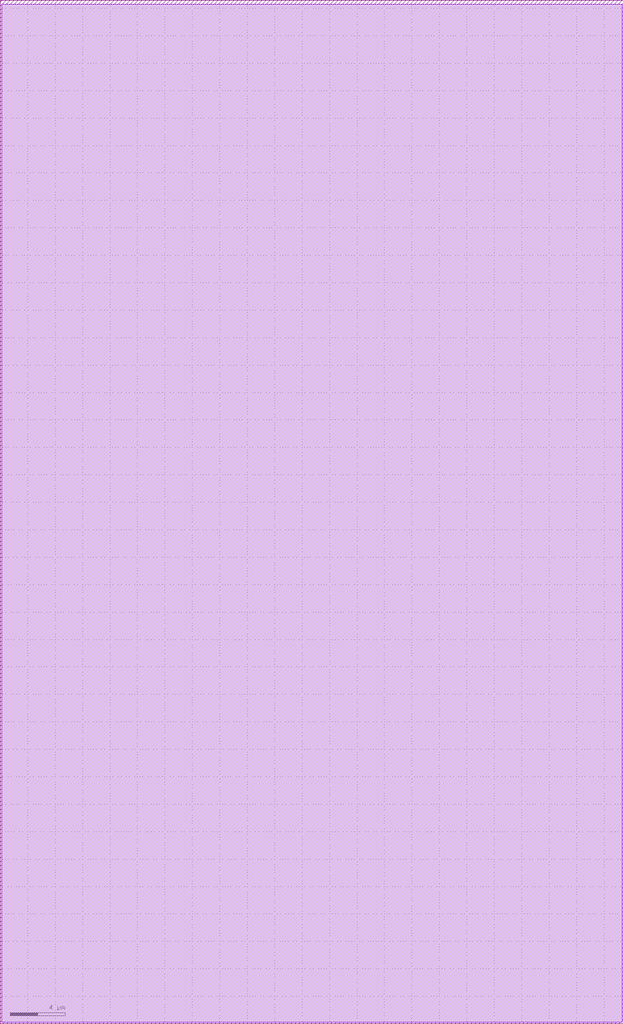
<source format=lef>
# Copyright 2020 The SkyWater PDK Authors
#
# Licensed under the Apache License, Version 2.0 (the "License");
# you may not use this file except in compliance with the License.
# You may obtain a copy of the License at
#
#     https://www.apache.org/licenses/LICENSE-2.0
#
# Unless required by applicable law or agreed to in writing, software
# distributed under the License is distributed on an "AS IS" BASIS,
# WITHOUT WARRANTIES OR CONDITIONS OF ANY KIND, either express or implied.
# See the License for the specific language governing permissions and
# limitations under the License.
#
# SPDX-License-Identifier: Apache-2.0

VERSION 5.7 ;

BUSBITCHARS "[]" ;
DIVIDERCHAR "/" ;

UNITS
  TIME NANOSECONDS 1 ;
  CAPACITANCE PICOFARADS 1 ;
  RESISTANCE OHMS 1 ;
  DATABASE MICRONS 1000 ;
END UNITS

MANUFACTURINGGRID 0.005 ;
USEMINSPACING OBS OFF ;

PROPERTYDEFINITIONS
  LAYER LEF58_TYPE STRING ;
END PROPERTYDEFINITIONS

# High density, single height
SITE unithd
  SYMMETRY Y ;
  CLASS CORE ;
  SIZE 0.46 BY 2.72 ;
END unithd

# High density, double height
SITE unithddbl
  SYMMETRY Y ;
  CLASS CORE ;
  SIZE 0.46 BY 5.44 ;
END unithddbl

LAYER nwell
  TYPE MASTERSLICE ;
  PROPERTY LEF58_TYPE "TYPE NWELL ;" ;
END nwell

LAYER pwell
  TYPE MASTERSLICE ;
  PROPERTY LEF58_TYPE "TYPE PWELL ;" ;
END pwell

LAYER li1
  TYPE ROUTING ;
  DIRECTION VERTICAL ;

  PITCH 0.46 0.34 ;
  OFFSET 0.23 0.17 ;

  WIDTH 0.17 ;          # LI 1
  # SPACING  0.17 ;     # LI 2
  SPACINGTABLE
     PARALLELRUNLENGTH 0
     WIDTH 0 0.17 ;
  AREA 0.0561 ;         # LI 6
  THICKNESS 0.1 ;
  EDGECAPACITANCE 40.697E-6 ;
  CAPACITANCE CPERSQDIST 36.9866E-6 ;
  RESISTANCE RPERSQ 9.2 ;

  ANTENNAMODEL OXIDE1 ;
  ANTENNADIFFSIDEAREARATIO PWL ( ( 0 75 ) ( 0.0125 75 ) ( 0.0225 85.125 ) ( 22.5 10200 ) ) ;
END li1

LAYER mcon
  TYPE CUT ;

  WIDTH 0.17 ;                # Mcon 1
  SPACING 0.19 ;              # Mcon 2
  ENCLOSURE BELOW 0 0 ;       # Mcon 4
  ENCLOSURE ABOVE 0.03 0.06 ; # Met1 4 / Met1 5
  RESISTANCE 1.6 ;

  ANTENNADIFFAREARATIO PWL ( ( 0 3 ) ( 0.0125 3 ) ( 0.0225 3.405 ) ( 22.5 408 ) ) ;
  DCCURRENTDENSITY AVERAGE 0.36 ; # mA per via Iavg_max at Tj = 90oC

END mcon

LAYER met1
  TYPE ROUTING ;
  DIRECTION HORIZONTAL ;

  PITCH 0.34 ;
  OFFSET 0.17 ;

  WIDTH 0.14 ;                     # Met1 1
  # SPACING 0.14 ;                 # Met1 2
  # SPACING 0.28 RANGE 3.001 100 ; # Met1 3b
  SPACINGTABLE
     PARALLELRUNLENGTH 0
     WIDTH 0 0.14
     WIDTH 3 0.28 ;
  AREA 0.083 ;                     # Met1 6
  THICKNESS 0.35 ;
  MINENCLOSEDAREA 0.14 ;

  ANTENNAMODEL OXIDE1 ;
  ANTENNADIFFSIDEAREARATIO PWL ( ( 0 400 ) ( 0.0125 400 ) ( 0.0225 2609 ) ( 22.5 11600 ) ) ;

  EDGECAPACITANCE 40.567E-6 ;
  CAPACITANCE CPERSQDIST 25.7784E-6 ;
  DCCURRENTDENSITY AVERAGE 2.8 ; # mA/um Iavg_max at Tj = 90oC
  ACCURRENTDENSITY RMS 6.1 ; # mA/um Irms_max at Tj = 90oC
  MAXIMUMDENSITY 70 ;
  DENSITYCHECKWINDOW 700 700 ;
  DENSITYCHECKSTEP 70 ;

  RESISTANCE RPERSQ 0.105 ;
END met1

LAYER via
  TYPE CUT ;
  WIDTH 0.15 ;                  # Via 1a
  SPACING 0.17 ;                # Via 2
  ENCLOSURE BELOW 0.055 0.085 ; # Via 4a / Via 5a
  ENCLOSURE ABOVE 0.055 0.085 ; # Met2 4 / Met2 5
  RESISTANCE 2.0 ;

  ANTENNADIFFAREARATIO PWL ( ( 0 6 ) ( 0.0125 6 ) ( 0.0225 6.81 ) ( 22.5 816 ) ) ;
  DCCURRENTDENSITY AVERAGE 0.29 ; # mA per via Iavg_max at Tj = 90oC
END via

LAYER met2
  TYPE ROUTING ;
  DIRECTION VERTICAL ;

  PITCH 0.46 ;
  OFFSET 0.23 ;

  WIDTH 0.14 ;                        # Met2 1
  # SPACING  0.14 ;                   # Met2 2
  # SPACING  0.28 RANGE 3.001 100 ;   # Met2 3b
  SPACINGTABLE
     PARALLELRUNLENGTH 0
     WIDTH 0 0.14
     WIDTH 3 0.28 ;
  AREA 0.0676 ;                       # Met2 6
  THICKNESS 0.35 ;
  MINENCLOSEDAREA 0.14 ;

  EDGECAPACITANCE 37.759E-6 ;
  CAPACITANCE CPERSQDIST 16.9423E-6 ;
  RESISTANCE RPERSQ 0.105 ;
  DCCURRENTDENSITY AVERAGE 2.8 ; # mA/um Iavg_max at Tj = 90oC
  ACCURRENTDENSITY RMS 6.1 ; # mA/um Irms_max at Tj = 90oC

  ANTENNAMODEL OXIDE1 ;
  ANTENNADIFFSIDEAREARATIO PWL ( ( 0 400 ) ( 0.0125 400 ) ( 0.0225 2609 ) ( 22.5 11600 ) ) ;

  MAXIMUMDENSITY 70 ;
  DENSITYCHECKWINDOW 700 700 ;
  DENSITYCHECKSTEP 70 ;
END met2

# ******** Layer via2, type routing, number 44 **************
LAYER via2
  TYPE CUT ;
  WIDTH 0.2 ;                   # Via2 1
  SPACING 0.2 ;                 # Via2 2
  ENCLOSURE BELOW 0.04 0.085 ;  # Via2 4
  ENCLOSURE ABOVE 0.065 0.065 ; # Met3 4
  RESISTANCE 0.5 ;
  ANTENNADIFFAREARATIO PWL ( ( 0 6 ) ( 0.0125 6 ) ( 0.0225 6.81 ) ( 22.5 816 ) ) ;
  DCCURRENTDENSITY AVERAGE 0.48 ; # mA per via Iavg_max at Tj = 90oC
END via2

LAYER met3
  TYPE ROUTING ;
  DIRECTION HORIZONTAL ;

  PITCH 0.68 ;
  OFFSET 0.34 ;

  WIDTH 0.3 ;              # Met3 1
  # SPACING 0.3 ;          # Met3 2
  SPACINGTABLE
     PARALLELRUNLENGTH 0
     WIDTH 0 0.3
     WIDTH 3 0.4 ;
  AREA 0.24 ;              # Met3 6
  THICKNESS 0.8 ;

  EDGECAPACITANCE 40.989E-6 ;
  CAPACITANCE CPERSQDIST 12.3729E-6 ;
  RESISTANCE RPERSQ 0.038 ;
  DCCURRENTDENSITY AVERAGE 6.8 ; # mA/um Iavg_max at Tj = 90oC
  ACCURRENTDENSITY RMS 14.9 ; # mA/um Irms_max at Tj = 90oC

  ANTENNAMODEL OXIDE1 ;
  ANTENNADIFFSIDEAREARATIO PWL ( ( 0 400 ) ( 0.0125 400 ) ( 0.0225 2609 ) ( 22.5 11600 ) ) ;

  MAXIMUMDENSITY 70 ;
  DENSITYCHECKWINDOW 700 700 ;
  DENSITYCHECKSTEP 70 ;
END met3

LAYER via3
  TYPE CUT ;
  WIDTH 0.2 ;                   # Via3 1
  SPACING 0.2 ;                 # Via3 2
  ENCLOSURE BELOW 0.06 0.09 ;   # Via3 4 / Via3 5
  ENCLOSURE ABOVE 0.065 0.065 ; # Met4 3
  RESISTANCE 0.5 ;
  ANTENNADIFFAREARATIO PWL ( ( 0 6 ) ( 0.0125 6 ) ( 0.0225 6.81 ) ( 22.5 816 ) ) ;
  DCCURRENTDENSITY AVERAGE 0.48 ; # mA per via Iavg_max at Tj = 90oC
END via3

LAYER met4
  TYPE ROUTING ;
  DIRECTION VERTICAL ;

  PITCH 0.92 ;
  OFFSET 0.46 ;

  WIDTH 0.3 ;             # Met4 1
  # SPACING  0.3 ;             # Met4 2
  SPACINGTABLE
     PARALLELRUNLENGTH 0
     WIDTH 0 0.3
     WIDTH 3 0.4 ;
  AREA 0.24 ;            # Met4 4a

  THICKNESS 0.8 ;

  EDGECAPACITANCE 36.676E-6 ;
  CAPACITANCE CPERSQDIST 8.41537E-6 ;
  RESISTANCE RPERSQ 0.038 ;
  DCCURRENTDENSITY AVERAGE 6.8 ; # mA/um Iavg_max at Tj = 90oC
  ACCURRENTDENSITY RMS 14.9 ; # mA/um Irms_max at Tj = 90oC

  ANTENNAMODEL OXIDE1 ;
  ANTENNADIFFSIDEAREARATIO PWL ( ( 0 400 ) ( 0.0125 400 ) ( 0.0225 2609 ) ( 22.5 11600 ) ) ;

  MAXIMUMDENSITY 70 ;
  DENSITYCHECKWINDOW 700 700 ;
  DENSITYCHECKSTEP 70 ;
END met4

LAYER via4
  TYPE CUT ;

  WIDTH 0.8 ;                 # Via4 1
  SPACING 0.8 ;               # Via4 2
  ENCLOSURE BELOW 0.19 0.19 ; # Via4 4
  ENCLOSURE ABOVE 0.31 0.31 ; # Met5 3
  RESISTANCE 0.012 ;
  ANTENNADIFFAREARATIO PWL ( ( 0 6 ) ( 0.0125 6 ) ( 0.0225 6.81 ) ( 22.5 816 ) ) ;
  DCCURRENTDENSITY AVERAGE 2.49 ; # mA per via Iavg_max at Tj = 90oC
END via4

LAYER met5
  TYPE ROUTING ;
  DIRECTION HORIZONTAL ;

  PITCH 3.4 ;
  OFFSET 1.7 ;

  WIDTH 1.6 ;            # Met5 1
  #SPACING  1.6 ;        # Met5 2
  SPACINGTABLE
     PARALLELRUNLENGTH 0
     WIDTH 0 1.6 ;
  AREA 4 ;               # Met5 4

  THICKNESS 1.2 ;

  EDGECAPACITANCE 38.851E-6 ;
  CAPACITANCE CPERSQDIST 6.32063E-6 ;
  RESISTANCE RPERSQ 0.0212 ;
  DCCURRENTDENSITY AVERAGE 10.17 ; # mA/um Iavg_max at Tj = 90oC
  ACCURRENTDENSITY RMS 22.34 ; # mA/um Irms_max at Tj = 90oC

  ANTENNAMODEL OXIDE1 ;
  ANTENNADIFFSIDEAREARATIO PWL ( ( 0 400 ) ( 0.0125 400 ) ( 0.0225 2609 ) ( 22.5 11600 ) ) ;
END met5


### Routing via cells section   ###
# Plus via rule, metals are along the prefered direction
VIA L1M1_PR DEFAULT
  LAYER mcon ;
  RECT -0.085 -0.085 0.085 0.085 ;
  LAYER li1 ;
  RECT -0.085 -0.085 0.085 0.085 ;
  LAYER met1 ;
  RECT -0.145 -0.115 0.145 0.115 ;
END L1M1_PR

VIARULE L1M1_PR GENERATE
  LAYER li1 ;
  ENCLOSURE 0 0 ;
  LAYER met1 ;
  ENCLOSURE 0.06 0.03 ;
  LAYER mcon ;
  RECT -0.085 -0.085 0.085 0.085 ;
  SPACING 0.36 BY 0.36 ;
END L1M1_PR

# Plus via rule, metals are along the non prefered direction
VIA L1M1_PR_R DEFAULT
  LAYER mcon ;
  RECT -0.085 -0.085 0.085 0.085 ;
  LAYER li1 ;
  RECT -0.085 -0.085 0.085 0.085 ;
  LAYER met1 ;
  RECT -0.115 -0.145 0.115 0.145 ;
END L1M1_PR_R

VIARULE L1M1_PR_R GENERATE
  LAYER li1 ;
  ENCLOSURE 0 0 ;
  LAYER met1 ;
  ENCLOSURE 0.03 0.06 ;
  LAYER mcon ;
  RECT -0.085 -0.085 0.085 0.085 ;
  SPACING 0.36 BY 0.36 ;
END L1M1_PR_R

# Minus via rule, lower layer metal is along prefered direction
VIA L1M1_PR_M DEFAULT
  LAYER mcon ;
  RECT -0.085 -0.085 0.085 0.085 ;
  LAYER li1 ;
  RECT -0.085 -0.085 0.085 0.085 ;
  LAYER met1 ;
  RECT -0.115 -0.145 0.115 0.145 ;
END L1M1_PR_M

VIARULE L1M1_PR_M GENERATE
  LAYER li1 ;
  ENCLOSURE 0 0 ;
  LAYER met1 ;
  ENCLOSURE 0.03 0.06 ;
  LAYER mcon ;
  RECT -0.085 -0.085 0.085 0.085 ;
  SPACING 0.36 BY 0.36 ;
END L1M1_PR_M

# Minus via rule, upper layer metal is along prefered direction
VIA L1M1_PR_MR DEFAULT
  LAYER mcon ;
  RECT -0.085 -0.085 0.085 0.085 ;
  LAYER li1 ;
  RECT -0.085 -0.085 0.085 0.085 ;
  LAYER met1 ;
  RECT -0.145 -0.115 0.145 0.115 ;
END L1M1_PR_MR

VIARULE L1M1_PR_MR GENERATE
  LAYER li1 ;
  ENCLOSURE 0 0 ;
  LAYER met1 ;
  ENCLOSURE 0.06 0.03 ;
  LAYER mcon ;
  RECT -0.085 -0.085 0.085 0.085 ;
  SPACING 0.36 BY 0.36 ;
END L1M1_PR_MR

# Centered via rule, we really do not want to use it
VIA L1M1_PR_C DEFAULT
  LAYER mcon ;
  RECT -0.085 -0.085 0.085 0.085 ;
  LAYER li1 ;
  RECT -0.085 -0.085 0.085 0.085 ;
  LAYER met1 ;
  RECT -0.145 -0.145 0.145 0.145 ;
END L1M1_PR_C

VIARULE L1M1_PR_C GENERATE
  LAYER li1 ;
  ENCLOSURE 0 0 ;
  LAYER met1 ;
  ENCLOSURE 0.06 0.06 ;
  LAYER mcon ;
  RECT -0.085 -0.085 0.085 0.085 ;
  SPACING 0.36 BY 0.36 ;
END L1M1_PR_C

# Plus via rule, metals are along the prefered direction
VIA M1M2_PR DEFAULT
  LAYER via ;
  RECT -0.075 -0.075 0.075 0.075 ;
  LAYER met1 ;
  RECT -0.16 -0.13 0.16 0.13 ;
  LAYER met2 ;
  RECT -0.13 -0.16 0.13 0.16 ;
END M1M2_PR

VIARULE M1M2_PR GENERATE
  LAYER met1 ;
  ENCLOSURE 0.085 0.055 ;
  LAYER met2 ;
  ENCLOSURE 0.055 0.085 ;
  LAYER via ;
  RECT -0.075 -0.075 0.075 0.075 ;
  SPACING 0.32 BY 0.32 ;
END M1M2_PR

# Plus via rule, metals are along the non prefered direction
VIA M1M2_PR_R DEFAULT
  LAYER via ;
  RECT -0.075 -0.075 0.075 0.075 ;
  LAYER met1 ;
  RECT -0.13 -0.16 0.13 0.16 ;
  LAYER met2 ;
  RECT -0.16 -0.13 0.16 0.13 ;
END M1M2_PR_R

VIARULE M1M2_PR_R GENERATE
  LAYER met1 ;
  ENCLOSURE 0.055 0.085 ;
  LAYER met2 ;
  ENCLOSURE 0.085 0.055 ;
  LAYER via ;
  RECT -0.075 -0.075 0.075 0.075 ;
  SPACING 0.32 BY 0.32 ;
END M1M2_PR_R

# Minus via rule, lower layer metal is along prefered direction
VIA M1M2_PR_M DEFAULT
  LAYER via ;
  RECT -0.075 -0.075 0.075 0.075 ;
  LAYER met1 ;
  RECT -0.16 -0.13 0.16 0.13 ;
  LAYER met2 ;
  RECT -0.16 -0.13 0.16 0.13 ;
END M1M2_PR_M

VIARULE M1M2_PR_M GENERATE
  LAYER met1 ;
  ENCLOSURE 0.085 0.055 ;
  LAYER met2 ;
  ENCLOSURE 0.085 0.055 ;
  LAYER via ;
  RECT -0.075 -0.075 0.075 0.075 ;
  SPACING 0.32 BY 0.32 ;
END M1M2_PR_M

# Minus via rule, upper layer metal is along prefered direction
VIA M1M2_PR_MR DEFAULT
  LAYER via ;
  RECT -0.075 -0.075 0.075 0.075 ;
  LAYER met1 ;
  RECT -0.13 -0.16 0.13 0.16 ;
  LAYER met2 ;
  RECT -0.13 -0.16 0.13 0.16 ;
END M1M2_PR_MR

VIARULE M1M2_PR_MR GENERATE
  LAYER met1 ;
  ENCLOSURE 0.055 0.085 ;
  LAYER met2 ;
  ENCLOSURE 0.055 0.085 ;
  LAYER via ;
  RECT -0.075 -0.075 0.075 0.075 ;
  SPACING 0.32 BY 0.32 ;
END M1M2_PR_MR

# Centered via rule, we really do not want to use it
VIA M1M2_PR_C DEFAULT
  LAYER via ;
  RECT -0.075 -0.075 0.075 0.075 ;
  LAYER met1 ;
  RECT -0.16 -0.16 0.16 0.16 ;
  LAYER met2 ;
  RECT -0.16 -0.16 0.16 0.16 ;
END M1M2_PR_C

VIARULE M1M2_PR_C GENERATE
  LAYER met1 ;
  ENCLOSURE 0.085 0.085 ;
  LAYER met2 ;
  ENCLOSURE 0.085 0.085 ;
  LAYER via ;
  RECT -0.075 -0.075 0.075 0.075 ;
  SPACING 0.32 BY 0.32 ;
END M1M2_PR_C

# Plus via rule, metals are along the prefered direction
VIA M2M3_PR DEFAULT
  LAYER via2 ;
  RECT -0.1 -0.1 0.1 0.1 ;
  LAYER met2 ;
  RECT -0.14 -0.185 0.14 0.185 ;
  LAYER met3 ;
  RECT -0.165 -0.165 0.165 0.165 ;
END M2M3_PR

VIARULE M2M3_PR GENERATE
  LAYER met2 ;
  ENCLOSURE 0.04 0.085 ;
  LAYER met3 ;
  ENCLOSURE 0.065 0.065 ;
  LAYER via2 ;
  RECT -0.1 -0.1 0.1 0.1 ;
  SPACING 0.4 BY 0.4 ;
END M2M3_PR

# Plus via rule, metals are along the non prefered direction
VIA M2M3_PR_R DEFAULT
  LAYER via2 ;
  RECT -0.1 -0.1 0.1 0.1 ;
  LAYER met2 ;
  RECT -0.185 -0.14 0.185 0.14 ;
  LAYER met3 ;
  RECT -0.165 -0.165 0.165 0.165 ;
END M2M3_PR_R

VIARULE M2M3_PR_R GENERATE
  LAYER met2 ;
  ENCLOSURE 0.085 0.04 ;
  LAYER met3 ;
  ENCLOSURE 0.065 0.065 ;
  LAYER via2 ;
  RECT -0.1 -0.1 0.1 0.1 ;
  SPACING 0.4 BY 0.4 ;
END M2M3_PR_R

# Minus via rule, lower layer metal is along prefered direction
VIA M2M3_PR_M DEFAULT
  LAYER via2 ;
  RECT -0.1 -0.1 0.1 0.1 ;
  LAYER met2 ;
  RECT -0.14 -0.185 0.14 0.185 ;
  LAYER met3 ;
  RECT -0.165 -0.165 0.165 0.165 ;
END M2M3_PR_M

VIARULE M2M3_PR_M GENERATE
  LAYER met2 ;
  ENCLOSURE 0.04 0.085 ;
  LAYER met3 ;
  ENCLOSURE 0.065 0.065 ;
  LAYER via2 ;
  RECT -0.1 -0.1 0.1 0.1 ;
  SPACING 0.4 BY 0.4 ;
END M2M3_PR_M

# Minus via rule, upper layer metal is along prefered direction
VIA M2M3_PR_MR DEFAULT
  LAYER via2 ;
  RECT -0.1 -0.1 0.1 0.1 ;
  LAYER met2 ;
  RECT -0.185 -0.14 0.185 0.14 ;
  LAYER met3 ;
  RECT -0.165 -0.165 0.165 0.165 ;
END M2M3_PR_MR

VIARULE M2M3_PR_MR GENERATE
  LAYER met2 ;
  ENCLOSURE 0.085 0.04 ;
  LAYER met3 ;
  ENCLOSURE 0.065 0.065 ;
  LAYER via2 ;
  RECT -0.1 -0.1 0.1 0.1 ;
  SPACING 0.4 BY 0.4 ;
END M2M3_PR_MR

# Centered via rule, we really do not want to use it
VIA M2M3_PR_C DEFAULT
  LAYER via2 ;
  RECT -0.1 -0.1 0.1 0.1 ;
  LAYER met2 ;
  RECT -0.185 -0.185 0.185 0.185 ;
  LAYER met3 ;
  RECT -0.165 -0.165 0.165 0.165 ;
END M2M3_PR_C

VIARULE M2M3_PR_C GENERATE
  LAYER met2 ;
  ENCLOSURE 0.085 0.085 ;
  LAYER met3 ;
  ENCLOSURE 0.065 0.065 ;
  LAYER via2 ;
  RECT -0.1 -0.1 0.1 0.1 ;
  SPACING 0.4 BY 0.4 ;
END M2M3_PR_C

# Plus via rule, metals are along the prefered direction
VIA M3M4_PR DEFAULT
  LAYER via3 ;
  RECT -0.1 -0.1 0.1 0.1 ;
  LAYER met3 ;
  RECT -0.19 -0.16 0.19 0.16 ;
  LAYER met4 ;
  RECT -0.165 -0.165 0.165 0.165 ;
END M3M4_PR

VIARULE M3M4_PR GENERATE
  LAYER met3 ;
  ENCLOSURE 0.09 0.06 ;
  LAYER met4 ;
  ENCLOSURE 0.065 0.065 ;
  LAYER via3 ;
  RECT -0.1 -0.1 0.1 0.1 ;
  SPACING 0.4 BY 0.4 ;
END M3M4_PR

# Plus via rule, metals are along the non prefered direction
VIA M3M4_PR_R DEFAULT
  LAYER via3 ;
  RECT -0.1 -0.1 0.1 0.1 ;
  LAYER met3 ;
  RECT -0.16 -0.19 0.16 0.19 ;
  LAYER met4 ;
  RECT -0.165 -0.165 0.165 0.165 ;
END M3M4_PR_R

VIARULE M3M4_PR_R GENERATE
  LAYER met3 ;
  ENCLOSURE 0.06 0.09 ;
  LAYER met4 ;
  ENCLOSURE 0.065 0.065 ;
  LAYER via3 ;
  RECT -0.1 -0.1 0.1 0.1 ;
  SPACING 0.4 BY 0.4 ;
END M3M4_PR_R

# Minus via rule, lower layer metal is along prefered direction
VIA M3M4_PR_M DEFAULT
  LAYER via3 ;
  RECT -0.1 -0.1 0.1 0.1 ;
  LAYER met3 ;
  RECT -0.19 -0.16 0.19 0.16 ;
  LAYER met4 ;
  RECT -0.165 -0.165 0.165 0.165 ;
END M3M4_PR_M

VIARULE M3M4_PR_M GENERATE
  LAYER met3 ;
  ENCLOSURE 0.09 0.06 ;
  LAYER met4 ;
  ENCLOSURE 0.065 0.065 ;
  LAYER via3 ;
  RECT -0.1 -0.1 0.1 0.1 ;
  SPACING 0.4 BY 0.4 ;
END M3M4_PR_M

# Minus via rule, upper layer metal is along prefered direction
VIA M3M4_PR_MR DEFAULT
  LAYER via3 ;
  RECT -0.1 -0.1 0.1 0.1 ;
  LAYER met3 ;
  RECT -0.16 -0.19 0.16 0.19 ;
  LAYER met4 ;
  RECT -0.165 -0.165 0.165 0.165 ;
END M3M4_PR_MR

VIARULE M3M4_PR_MR GENERATE
  LAYER met3 ;
  ENCLOSURE 0.06 0.09 ;
  LAYER met4 ;
  ENCLOSURE 0.065 0.065 ;
  LAYER via3 ;
  RECT -0.1 -0.1 0.1 0.1 ;
  SPACING 0.4 BY 0.4 ;
END M3M4_PR_MR

# Centered via rule, we really do not want to use it
VIA M3M4_PR_C DEFAULT
  LAYER via3 ;
  RECT -0.1 -0.1 0.1 0.1 ;
  LAYER met3 ;
  RECT -0.19 -0.19 0.19 0.19 ;
  LAYER met4 ;
  RECT -0.165 -0.165 0.165 0.165 ;
END M3M4_PR_C

VIARULE M3M4_PR_C GENERATE
  LAYER met3 ;
  ENCLOSURE 0.09 0.09 ;
  LAYER met4 ;
  ENCLOSURE 0.065 0.065 ;
  LAYER via3 ;
  RECT -0.1 -0.1 0.1 0.1 ;
  SPACING 0.4 BY 0.4 ;
END M3M4_PR_C

# Plus via rule, metals are along the prefered direction
VIA M4M5_PR DEFAULT
  LAYER via4 ;
  RECT -0.4 -0.4 0.4 0.4 ;
  LAYER met4 ;
  RECT -0.59 -0.59 0.59 0.59 ;
  LAYER met5 ;
  RECT -0.71 -0.71 0.71 0.71 ;
END M4M5_PR

VIARULE M4M5_PR GENERATE
  LAYER met4 ;
  ENCLOSURE 0.19 0.19 ;
  LAYER met5 ;
  ENCLOSURE 0.31 0.31 ;
  LAYER via4 ;
  RECT -0.4 -0.4 0.4 0.4 ;
  SPACING 1.6 BY 1.6 ;
END M4M5_PR

# Plus via rule, metals are along the non prefered direction
VIA M4M5_PR_R DEFAULT
  LAYER via4 ;
  RECT -0.4 -0.4 0.4 0.4 ;
  LAYER met4 ;
  RECT -0.59 -0.59 0.59 0.59 ;
  LAYER met5 ;
  RECT -0.71 -0.71 0.71 0.71 ;
END M4M5_PR_R

VIARULE M4M5_PR_R GENERATE
  LAYER met4 ;
  ENCLOSURE 0.19 0.19 ;
  LAYER met5 ;
  ENCLOSURE 0.31 0.31 ;
  LAYER via4 ;
  RECT -0.4 -0.4 0.4 0.4 ;
  SPACING 1.6 BY 1.6 ;
END M4M5_PR_R

# Minus via rule, lower layer metal is along prefered direction
VIA M4M5_PR_M DEFAULT
  LAYER via4 ;
  RECT -0.4 -0.4 0.4 0.4 ;
  LAYER met4 ;
  RECT -0.59 -0.59 0.59 0.59 ;
  LAYER met5 ;
  RECT -0.71 -0.71 0.71 0.71 ;
END M4M5_PR_M

VIARULE M4M5_PR_M GENERATE
  LAYER met4 ;
  ENCLOSURE 0.19 0.19 ;
  LAYER met5 ;
  ENCLOSURE 0.31 0.31 ;
  LAYER via4 ;
  RECT -0.4 -0.4 0.4 0.4 ;
  SPACING 1.6 BY 1.6 ;
END M4M5_PR_M

# Minus via rule, upper layer metal is along prefered direction
VIA M4M5_PR_MR DEFAULT
  LAYER via4 ;
  RECT -0.4 -0.4 0.4 0.4 ;
  LAYER met4 ;
  RECT -0.59 -0.59 0.59 0.59 ;
  LAYER met5 ;
  RECT -0.71 -0.71 0.71 0.71 ;
END M4M5_PR_MR

VIARULE M4M5_PR_MR GENERATE
  LAYER met4 ;
  ENCLOSURE 0.19 0.19 ;
  LAYER met5 ;
  ENCLOSURE 0.31 0.31 ;
  LAYER via4 ;
  RECT -0.4 -0.4 0.4 0.4 ;
  SPACING 1.6 BY 1.6 ;
END M4M5_PR_MR

# Centered via rule, we really do not want to use it
VIA M4M5_PR_C DEFAULT
  LAYER via4 ;
  RECT -0.4 -0.4 0.4 0.4 ;
  LAYER met4 ;
  RECT -0.59 -0.59 0.59 0.59 ;
  LAYER met5 ;
  RECT -0.71 -0.71 0.71 0.71 ;
END M4M5_PR_C

VIARULE M4M5_PR_C GENERATE
  LAYER met4 ;
  ENCLOSURE 0.19 0.19 ;
  LAYER met5 ;
  ENCLOSURE 0.31 0.31 ;
  LAYER via4 ;
  RECT -0.4 -0.4 0.4 0.4 ;
  SPACING 1.6 BY 1.6 ;
END M4M5_PR_C
###  end of single via cells   ###


MACRO sky130_ef_sc_hd__decap_12
  CLASS CORE SPACER ;
  FOREIGN sky130_ef_sc_hd__decap_12 ;
  ORIGIN 0.000 0.000 ;
  SIZE 5.520 BY 2.720 ;
  PIN VGND
    DIRECTION INPUT ;
    USE GROUND ;
    PORT
      LAYER li1 ;
        RECT 1.670 0.630 2.010 1.460 ;
        RECT 0.085 0.085 5.430 0.630 ;
        RECT 0.000 -0.085 5.520 0.085 ;
      LAYER mcon ;
        RECT 0.605 -0.085 0.775 0.085 ;
        RECT 1.065 -0.085 1.235 0.085 ;
        RECT 1.525 -0.085 1.695 0.085 ;
        RECT 1.985 -0.085 2.155 0.085 ;
        RECT 2.445 -0.085 2.615 0.085 ;
        RECT 2.905 -0.085 3.075 0.085 ;
        RECT 3.365 -0.085 3.535 0.085 ;
        RECT 3.825 -0.085 3.995 0.085 ;
        RECT 4.285 -0.085 4.455 0.085 ;
        RECT 4.745 -0.085 4.915 0.085 ;
        RECT 5.205 -0.085 5.375 0.085 ;
      LAYER met1 ;
        RECT 0.000 -0.240 5.520 0.240 ;
    END
  END VGND
  PIN VNB
    DIRECTION INPUT ;
    USE GROUND ;
    PORT
      LAYER pwell ;
        RECT 0.080 -0.130 0.360 0.150 ;
    END
  END VNB
  PIN VPB
    DIRECTION INPUT ;
    USE POWER ;
    PORT
      LAYER nwell ;
        RECT -0.190 1.305 5.710 2.910 ;
    END
  END VPB
  PIN VPWR
    DIRECTION INPUT ;
    USE POWER ;
    PORT
      LAYER li1 ;
        RECT 0.000 2.635 5.520 2.805 ;
        RECT 0.085 2.200 5.430 2.635 ;
        RECT 3.490 0.950 3.840 2.200 ;
      LAYER mcon ;
        RECT 0.605 2.635 0.775 2.805 ;
        RECT 1.065 2.635 1.235 2.805 ;
        RECT 1.525 2.635 1.695 2.805 ;
        RECT 1.985 2.635 2.155 2.805 ;
        RECT 2.445 2.635 2.615 2.805 ;
        RECT 2.905 2.635 3.075 2.805 ;
        RECT 3.365 2.635 3.535 2.805 ;
        RECT 3.825 2.635 3.995 2.805 ;
        RECT 4.285 2.635 4.455 2.805 ;
        RECT 4.745 2.635 4.915 2.805 ;
        RECT 5.205 2.635 5.375 2.805 ;
      LAYER met1 ;
        RECT 0.000 2.480 5.520 2.960 ;
    END
  END VPWR
END sky130_ef_sc_hd__decap_12
MACRO sky130_ef_sc_hd__fakediode_2
  CLASS CORE SPACER ;
  FOREIGN sky130_ef_sc_hd__fakediode_2 ;
  ORIGIN  0.000000  0.000000 ;
  SIZE  0.920000 BY  2.720000 ;
  SYMMETRY X Y R90 ;
  SITE unithd ;
  PIN DIODE
    DIRECTION INPUT ;
    USE SIGNAL ;
    PORT
      LAYER li1 ;
        RECT 0.085000 0.255000 0.835000 2.465000 ;
    END
  END DIODE
  PIN VGND
    DIRECTION INOUT ;
    SHAPE ABUTMENT ;
    USE GROUND ;
    PORT
      LAYER met1 ;
        RECT 0.000000 -0.240000 0.920000 0.240000 ;
    END
  END VGND
  PIN VNB
    DIRECTION INOUT ;
    USE GROUND ;
    PORT
      LAYER pwell ;
        RECT 0.145000 -0.085000 0.315000 0.085000 ;
    END
  END VNB
  PIN VPB
    DIRECTION INOUT ;
    USE POWER ;
    PORT
      LAYER nwell ;
        RECT -0.190000 1.305000 1.110000 2.910000 ;
    END
  END VPB
  PIN VPWR
    DIRECTION INOUT ;
    SHAPE ABUTMENT ;
    USE POWER ;
    PORT
      LAYER met1 ;
        RECT 0.000000 2.480000 0.920000 2.960000 ;
    END
  END VPWR
  OBS
    LAYER li1 ;
      RECT 0.000000 -0.085000 0.920000 0.085000 ;
      RECT 0.000000  2.635000 0.920000 2.805000 ;
    LAYER mcon ;
      RECT 0.145000 -0.085000 0.315000 0.085000 ;
      RECT 0.145000  2.635000 0.315000 2.805000 ;
      RECT 0.605000 -0.085000 0.775000 0.085000 ;
      RECT 0.605000  2.635000 0.775000 2.805000 ;
  END
END sky130_ef_sc_hd__fakediode_2
MACRO sky130_ef_sc_hd__fill_8
  CLASS CORE SPACER ;
  SOURCE USER ;
  ORIGIN  0.000000  0.000000 ;
  SIZE  3.680000 BY  2.720000 ;
  SYMMETRY X Y R90 ;
  SITE unithd ;
  PIN VGND
    DIRECTION INOUT ;
    SHAPE ABUTMENT ;
    USE GROUND ;
    PORT
      LAYER li1 ;
        RECT 0.000000 -0.085000 3.680000 0.085000 ;
    END
    PORT
      LAYER met1 ;
        RECT 0.000000 -0.240000 3.680000 0.240000 ;
    END
  END VGND
  PIN VPWR
    DIRECTION INOUT ;
    SHAPE ABUTMENT ;
    USE POWER ;
    PORT
      LAYER li1 ;
        RECT 0.000000 2.635000 3.680000 2.805000 ;
    END
    PORT
      LAYER met1 ;
        RECT 0.000000 2.480000 3.680000 2.960000 ;
    END
  END VPWR
  OBS
  END
END sky130_ef_sc_hd__fill_8
MACRO sky130_ef_sc_hd__fill_12
  CLASS CORE SPACER ;
  FOREIGN sky130_ef_sc_hd__fill_12 ;
  ORIGIN 0.000 0.000 ;
  SIZE 5.520 BY 2.720 ;
  SYMMETRY X Y R90 ;
  SITE unithd ;
  OBS
      LAYER nwell ;
        RECT -0.190 1.305 5.710 2.910 ;
      LAYER pwell ;
        RECT 0.145 -0.085 0.315 0.085 ;
        RECT 2.935 -0.060 3.045 0.060 ;
        RECT 4.755 -0.050 4.915 0.060 ;
      LAYER li1 ;
        RECT 0.000 2.635 5.520 2.805 ;
        RECT 0.085 1.545 2.675 2.635 ;
        RECT 0.085 0.855 1.295 1.375 ;
        RECT 1.465 1.025 2.675 1.545 ;
        RECT 0.085 0.085 2.675 0.855 ;
        RECT 0.000 -0.085 5.520 0.085 ;
      LAYER mcon ;
        RECT 0.145 2.635 0.315 2.805 ;
        RECT 0.605 2.635 0.775 2.805 ;
        RECT 1.065 2.635 1.235 2.805 ;
        RECT 1.525 2.635 1.695 2.805 ;
        RECT 1.985 2.635 2.155 2.805 ;
        RECT 2.445 2.635 2.615 2.805 ;
        RECT 2.905 2.635 3.075 2.805 ;
        RECT 3.365 2.635 3.535 2.805 ;
        RECT 3.825 2.635 3.995 2.805 ;
        RECT 4.285 2.635 4.455 2.805 ;
        RECT 4.745 2.635 4.915 2.805 ;
        RECT 5.205 2.635 5.375 2.805 ;
        RECT 0.145 -0.085 0.315 0.085 ;
        RECT 0.605 -0.085 0.775 0.085 ;
        RECT 1.065 -0.085 1.235 0.085 ;
        RECT 1.525 -0.085 1.695 0.085 ;
        RECT 1.985 -0.085 2.155 0.085 ;
        RECT 2.445 -0.085 2.615 0.085 ;
        RECT 2.905 -0.085 3.075 0.085 ;
        RECT 3.365 -0.085 3.535 0.085 ;
        RECT 3.825 -0.085 3.995 0.085 ;
        RECT 4.285 -0.085 4.455 0.085 ;
        RECT 4.745 -0.085 4.915 0.085 ;
        RECT 5.205 -0.085 5.375 0.085 ;
      LAYER met1 ;
        RECT 0.000 2.480 5.520 2.960 ;
        RECT 0.000 -0.240 5.520 0.240 ;
  END
END sky130_ef_sc_hd__fill_12
MACRO sky130_fd_sc_hd__a2bb2o_1
  CLASS CORE ;
  FOREIGN sky130_fd_sc_hd__a2bb2o_1 ;
  ORIGIN 0.000 0.000 ;
  SIZE 3.680 BY 2.720 ;
  SYMMETRY X Y R90 ;
  SITE unithd ;
  PIN A1_N
    DIRECTION INPUT ;
    USE SIGNAL ;
    ANTENNAGATEAREA 0.126000 ;
    PORT
      LAYER li1 ;
        RECT 0.910 0.995 1.240 1.615 ;
    END
  END A1_N
  PIN A2_N
    DIRECTION INPUT ;
    USE SIGNAL ;
    ANTENNAGATEAREA 0.126000 ;
    PORT
      LAYER li1 ;
        RECT 1.410 0.995 1.700 1.375 ;
    END
  END A2_N
  PIN B1
    DIRECTION INPUT ;
    USE SIGNAL ;
    ANTENNAGATEAREA 0.126000 ;
    PORT
      LAYER li1 ;
        RECT 3.280 0.765 3.540 1.655 ;
    END
  END B1
  PIN B2
    DIRECTION INPUT ;
    USE SIGNAL ;
    ANTENNAGATEAREA 0.126000 ;
    PORT
      LAYER li1 ;
        RECT 2.600 1.355 3.080 1.655 ;
        RECT 2.820 0.765 3.080 1.355 ;
    END
  END B2
  PIN VGND
    DIRECTION INOUT ;
    USE GROUND ;
    SHAPE ABUTMENT ;
    PORT
      LAYER met1 ;
        RECT 0.000 -0.240 3.680 0.240 ;
    END
  END VGND
  PIN VNB
    DIRECTION INOUT ;
    USE GROUND ;
    PORT
      LAYER pwell ;
        RECT 0.005 0.785 0.925 1.015 ;
        RECT 0.005 0.105 3.590 0.785 ;
        RECT 0.150 -0.085 0.320 0.105 ;
    END
  END VNB
  PIN VPB
    DIRECTION INOUT ;
    USE POWER ;
    PORT
      LAYER nwell ;
        RECT -0.190 1.305 3.870 2.910 ;
    END
  END VPB
  PIN VPWR
    DIRECTION INOUT ;
    USE POWER ;
    SHAPE ABUTMENT ;
    PORT
      LAYER met1 ;
        RECT 0.000 2.480 3.680 2.960 ;
    END
  END VPWR
  PIN X
    DIRECTION OUTPUT ;
    USE SIGNAL ;
    ANTENNADIFFAREA 0.429000 ;
    PORT
      LAYER li1 ;
        RECT 0.085 1.525 0.345 2.465 ;
        RECT 0.085 0.810 0.260 1.525 ;
        RECT 0.085 0.255 0.345 0.810 ;
    END
  END X
  OBS
      LAYER li1 ;
        RECT 0.000 2.635 3.680 2.805 ;
        RECT 0.515 2.235 0.845 2.635 ;
        RECT 1.990 2.370 2.245 2.465 ;
        RECT 1.105 2.200 2.245 2.370 ;
        RECT 2.415 2.255 2.745 2.425 ;
        RECT 1.105 1.975 1.275 2.200 ;
        RECT 0.515 1.805 1.275 1.975 ;
        RECT 1.990 2.065 2.245 2.200 ;
        RECT 0.515 1.325 0.685 1.805 ;
        RECT 1.540 1.715 1.710 1.905 ;
        RECT 1.990 1.895 2.400 2.065 ;
        RECT 1.540 1.545 2.060 1.715 ;
        RECT 0.430 0.995 0.685 1.325 ;
        RECT 1.890 0.825 2.060 1.545 ;
        RECT 1.180 0.655 2.060 0.825 ;
        RECT 2.230 0.870 2.400 1.895 ;
        RECT 2.575 2.005 2.745 2.255 ;
        RECT 2.915 2.175 3.165 2.635 ;
        RECT 3.335 2.005 3.515 2.465 ;
        RECT 2.575 1.835 3.515 2.005 ;
        RECT 2.230 0.700 2.580 0.870 ;
        RECT 0.515 0.085 0.945 0.530 ;
        RECT 1.180 0.255 1.350 0.655 ;
        RECT 1.520 0.085 2.240 0.485 ;
        RECT 2.410 0.255 2.580 0.700 ;
        RECT 3.155 0.085 3.555 0.595 ;
        RECT 0.000 -0.085 3.680 0.085 ;
      LAYER mcon ;
        RECT 0.145 2.635 0.315 2.805 ;
        RECT 0.605 2.635 0.775 2.805 ;
        RECT 1.065 2.635 1.235 2.805 ;
        RECT 1.525 2.635 1.695 2.805 ;
        RECT 1.985 2.635 2.155 2.805 ;
        RECT 2.445 2.635 2.615 2.805 ;
        RECT 2.905 2.635 3.075 2.805 ;
        RECT 3.365 2.635 3.535 2.805 ;
        RECT 0.145 -0.085 0.315 0.085 ;
        RECT 0.605 -0.085 0.775 0.085 ;
        RECT 1.065 -0.085 1.235 0.085 ;
        RECT 1.525 -0.085 1.695 0.085 ;
        RECT 1.985 -0.085 2.155 0.085 ;
        RECT 2.445 -0.085 2.615 0.085 ;
        RECT 2.905 -0.085 3.075 0.085 ;
        RECT 3.365 -0.085 3.535 0.085 ;
  END
END sky130_fd_sc_hd__a2bb2o_1
MACRO sky130_fd_sc_hd__a2bb2o_2
  CLASS CORE ;
  FOREIGN sky130_fd_sc_hd__a2bb2o_2 ;
  ORIGIN 0.000 0.000 ;
  SIZE 4.140 BY 2.720 ;
  SYMMETRY X Y R90 ;
  SITE unithd ;
  PIN A1_N
    DIRECTION INPUT ;
    USE SIGNAL ;
    ANTENNAGATEAREA 0.159000 ;
    PORT
      LAYER li1 ;
        RECT 1.345 0.995 1.675 1.615 ;
    END
  END A1_N
  PIN A2_N
    DIRECTION INPUT ;
    USE SIGNAL ;
    ANTENNAGATEAREA 0.159000 ;
    PORT
      LAYER li1 ;
        RECT 1.845 0.995 2.135 1.375 ;
    END
  END A2_N
  PIN B1
    DIRECTION INPUT ;
    USE SIGNAL ;
    ANTENNAGATEAREA 0.159000 ;
    PORT
      LAYER li1 ;
        RECT 3.730 0.765 3.990 1.655 ;
    END
  END B1
  PIN B2
    DIRECTION INPUT ;
    USE SIGNAL ;
    ANTENNAGATEAREA 0.159000 ;
    PORT
      LAYER li1 ;
        RECT 3.050 1.355 3.530 1.655 ;
        RECT 3.270 0.765 3.530 1.355 ;
    END
  END B2
  PIN VGND
    DIRECTION INOUT ;
    USE GROUND ;
    SHAPE ABUTMENT ;
    PORT
      LAYER met1 ;
        RECT 0.000 -0.240 4.140 0.240 ;
    END
  END VGND
  PIN VNB
    DIRECTION INOUT ;
    USE GROUND ;
    PORT
      LAYER pwell ;
        RECT 0.015 0.785 1.360 1.015 ;
        RECT 0.015 0.105 4.040 0.785 ;
        RECT 0.125 -0.085 0.295 0.105 ;
    END
  END VNB
  PIN VPB
    DIRECTION INOUT ;
    USE POWER ;
    PORT
      LAYER nwell ;
        RECT -0.190 1.305 4.330 2.910 ;
    END
  END VPB
  PIN VPWR
    DIRECTION INOUT ;
    USE POWER ;
    SHAPE ABUTMENT ;
    PORT
      LAYER met1 ;
        RECT 0.000 2.480 4.140 2.960 ;
    END
  END VPWR
  PIN X
    DIRECTION OUTPUT ;
    USE SIGNAL ;
    ANTENNADIFFAREA 0.445500 ;
    PORT
      LAYER li1 ;
        RECT 0.525 1.525 0.780 2.465 ;
        RECT 0.525 0.810 0.695 1.525 ;
        RECT 0.525 0.255 0.780 0.810 ;
    END
  END X
  OBS
      LAYER li1 ;
        RECT 0.000 2.635 4.140 2.805 ;
        RECT 0.185 1.445 0.355 2.635 ;
        RECT 0.950 2.235 1.280 2.635 ;
        RECT 2.500 2.370 2.670 2.465 ;
        RECT 1.540 2.200 2.670 2.370 ;
        RECT 2.875 2.255 3.205 2.425 ;
        RECT 1.540 1.975 1.710 2.200 ;
        RECT 0.950 1.805 1.710 1.975 ;
        RECT 2.440 2.065 2.670 2.200 ;
        RECT 0.950 1.325 1.120 1.805 ;
        RECT 1.975 1.715 2.145 1.905 ;
        RECT 2.440 1.895 2.850 2.065 ;
        RECT 1.975 1.545 2.510 1.715 ;
        RECT 0.865 0.995 1.120 1.325 ;
        RECT 0.185 0.085 0.355 0.930 ;
        RECT 2.340 0.825 2.510 1.545 ;
        RECT 1.615 0.655 2.510 0.825 ;
        RECT 2.680 0.870 2.850 1.895 ;
        RECT 3.035 2.005 3.205 2.255 ;
        RECT 3.375 2.175 3.625 2.635 ;
        RECT 3.795 2.005 3.965 2.465 ;
        RECT 3.035 1.835 3.965 2.005 ;
        RECT 2.680 0.700 3.030 0.870 ;
        RECT 0.950 0.085 1.380 0.530 ;
        RECT 1.615 0.255 1.785 0.655 ;
        RECT 1.955 0.085 2.690 0.485 ;
        RECT 2.860 0.255 3.030 0.700 ;
        RECT 3.605 0.085 4.005 0.595 ;
        RECT 0.000 -0.085 4.140 0.085 ;
      LAYER mcon ;
        RECT 0.145 2.635 0.315 2.805 ;
        RECT 0.605 2.635 0.775 2.805 ;
        RECT 1.065 2.635 1.235 2.805 ;
        RECT 1.525 2.635 1.695 2.805 ;
        RECT 1.985 2.635 2.155 2.805 ;
        RECT 2.445 2.635 2.615 2.805 ;
        RECT 2.905 2.635 3.075 2.805 ;
        RECT 3.365 2.635 3.535 2.805 ;
        RECT 3.825 2.635 3.995 2.805 ;
        RECT 0.145 -0.085 0.315 0.085 ;
        RECT 0.605 -0.085 0.775 0.085 ;
        RECT 1.065 -0.085 1.235 0.085 ;
        RECT 1.525 -0.085 1.695 0.085 ;
        RECT 1.985 -0.085 2.155 0.085 ;
        RECT 2.445 -0.085 2.615 0.085 ;
        RECT 2.905 -0.085 3.075 0.085 ;
        RECT 3.365 -0.085 3.535 0.085 ;
        RECT 3.825 -0.085 3.995 0.085 ;
  END
END sky130_fd_sc_hd__a2bb2o_2
MACRO sky130_fd_sc_hd__a2bb2o_4
  CLASS CORE ;
  FOREIGN sky130_fd_sc_hd__a2bb2o_4 ;
  ORIGIN 0.000 0.000 ;
  SIZE 7.360 BY 2.720 ;
  SYMMETRY X Y R90 ;
  SITE unithd ;
  PIN A1_N
    DIRECTION INPUT ;
    USE SIGNAL ;
    ANTENNAGATEAREA 0.495000 ;
    PORT
      LAYER li1 ;
        RECT 3.475 1.445 4.965 1.615 ;
        RECT 3.475 1.325 3.645 1.445 ;
        RECT 3.315 1.075 3.645 1.325 ;
        RECT 4.605 1.075 4.965 1.445 ;
    END
  END A1_N
  PIN A2_N
    DIRECTION INPUT ;
    USE SIGNAL ;
    ANTENNAGATEAREA 0.495000 ;
    PORT
      LAYER li1 ;
        RECT 3.815 1.075 4.435 1.275 ;
    END
  END A2_N
  PIN B1
    DIRECTION INPUT ;
    USE SIGNAL ;
    ANTENNAGATEAREA 0.495000 ;
    PORT
      LAYER li1 ;
        RECT 0.085 1.445 1.685 1.615 ;
        RECT 0.085 1.075 0.575 1.445 ;
        RECT 1.515 1.245 1.685 1.445 ;
        RECT 1.515 1.075 1.895 1.245 ;
    END
  END B1
  PIN B2
    DIRECTION INPUT ;
    USE SIGNAL ;
    ANTENNAGATEAREA 0.495000 ;
    PORT
      LAYER li1 ;
        RECT 0.805 1.075 1.345 1.275 ;
    END
  END B2
  PIN VGND
    DIRECTION INOUT ;
    USE GROUND ;
    SHAPE ABUTMENT ;
    PORT
      LAYER met1 ;
        RECT 0.000 -0.240 7.360 0.240 ;
    END
  END VGND
  PIN VNB
    DIRECTION INOUT ;
    USE GROUND ;
    PORT
      LAYER pwell ;
        RECT 0.005 0.105 6.915 1.015 ;
        RECT 0.150 -0.085 0.320 0.105 ;
    END
  END VNB
  PIN VPB
    DIRECTION INOUT ;
    USE POWER ;
    PORT
      LAYER nwell ;
        RECT -0.190 1.305 7.550 2.910 ;
    END
  END VPB
  PIN VPWR
    DIRECTION INOUT ;
    USE POWER ;
    SHAPE ABUTMENT ;
    PORT
      LAYER met1 ;
        RECT 0.000 2.480 7.360 2.960 ;
    END
  END VPWR
  PIN X
    DIRECTION OUTPUT ;
    USE SIGNAL ;
    ANTENNADIFFAREA 0.891000 ;
    PORT
      LAYER li1 ;
        RECT 5.275 1.955 5.525 2.465 ;
        RECT 6.115 1.955 6.365 2.465 ;
        RECT 5.275 1.785 6.365 1.955 ;
        RECT 6.115 1.655 6.365 1.785 ;
        RECT 6.115 1.415 6.920 1.655 ;
        RECT 6.610 0.905 6.920 1.415 ;
        RECT 5.235 0.725 6.920 0.905 ;
        RECT 5.235 0.275 5.565 0.725 ;
        RECT 6.075 0.275 6.405 0.725 ;
    END
  END X
  OBS
      LAYER li1 ;
        RECT 0.000 2.635 7.360 2.805 ;
        RECT 0.135 1.955 0.385 2.465 ;
        RECT 0.555 2.125 0.805 2.635 ;
        RECT 0.975 1.955 1.225 2.465 ;
        RECT 1.395 2.125 1.645 2.635 ;
        RECT 1.815 2.295 2.905 2.465 ;
        RECT 1.815 1.955 2.065 2.295 ;
        RECT 2.655 2.135 2.905 2.295 ;
        RECT 3.175 2.135 3.425 2.635 ;
        RECT 3.595 2.295 4.685 2.465 ;
        RECT 3.595 2.135 3.845 2.295 ;
        RECT 0.135 1.785 2.065 1.955 ;
        RECT 1.855 1.455 2.065 1.785 ;
        RECT 2.235 1.965 2.485 2.125 ;
        RECT 4.015 1.965 4.265 2.125 ;
        RECT 2.235 1.415 2.620 1.965 ;
        RECT 3.135 1.785 4.265 1.965 ;
        RECT 4.435 1.785 4.685 2.295 ;
        RECT 4.855 1.795 5.105 2.635 ;
        RECT 5.695 2.165 5.945 2.635 ;
        RECT 6.535 1.825 6.785 2.635 ;
        RECT 3.135 1.665 3.305 1.785 ;
        RECT 2.955 1.495 3.305 1.665 ;
        RECT 2.235 0.905 2.445 1.415 ;
        RECT 2.955 1.245 3.145 1.495 ;
        RECT 2.615 1.075 3.145 1.245 ;
        RECT 5.135 1.245 5.460 1.615 ;
        RECT 5.135 1.075 6.440 1.245 ;
        RECT 2.955 0.905 3.145 1.075 ;
        RECT 0.175 0.085 0.345 0.895 ;
        RECT 0.515 0.475 0.765 0.905 ;
        RECT 0.935 0.735 2.525 0.905 ;
        RECT 0.935 0.645 1.270 0.735 ;
        RECT 0.515 0.255 1.685 0.475 ;
        RECT 1.855 0.085 2.025 0.555 ;
        RECT 2.195 0.255 2.525 0.735 ;
        RECT 2.955 0.725 4.725 0.905 ;
        RECT 2.695 0.085 3.385 0.555 ;
        RECT 3.555 0.255 3.885 0.725 ;
        RECT 4.055 0.085 4.225 0.555 ;
        RECT 4.395 0.255 4.725 0.725 ;
        RECT 4.895 0.085 5.065 0.895 ;
        RECT 5.735 0.085 5.905 0.555 ;
        RECT 6.575 0.085 6.745 0.555 ;
        RECT 0.000 -0.085 7.360 0.085 ;
      LAYER mcon ;
        RECT 0.145 2.635 0.315 2.805 ;
        RECT 0.605 2.635 0.775 2.805 ;
        RECT 1.065 2.635 1.235 2.805 ;
        RECT 1.525 2.635 1.695 2.805 ;
        RECT 1.985 2.635 2.155 2.805 ;
        RECT 2.445 2.635 2.615 2.805 ;
        RECT 2.905 2.635 3.075 2.805 ;
        RECT 3.365 2.635 3.535 2.805 ;
        RECT 3.825 2.635 3.995 2.805 ;
        RECT 4.285 2.635 4.455 2.805 ;
        RECT 4.745 2.635 4.915 2.805 ;
        RECT 5.205 2.635 5.375 2.805 ;
        RECT 5.665 2.635 5.835 2.805 ;
        RECT 6.125 2.635 6.295 2.805 ;
        RECT 6.585 2.635 6.755 2.805 ;
        RECT 7.045 2.635 7.215 2.805 ;
        RECT 2.450 1.445 2.620 1.615 ;
        RECT 5.230 1.445 5.400 1.615 ;
        RECT 0.145 -0.085 0.315 0.085 ;
        RECT 0.605 -0.085 0.775 0.085 ;
        RECT 1.065 -0.085 1.235 0.085 ;
        RECT 1.525 -0.085 1.695 0.085 ;
        RECT 1.985 -0.085 2.155 0.085 ;
        RECT 2.445 -0.085 2.615 0.085 ;
        RECT 2.905 -0.085 3.075 0.085 ;
        RECT 3.365 -0.085 3.535 0.085 ;
        RECT 3.825 -0.085 3.995 0.085 ;
        RECT 4.285 -0.085 4.455 0.085 ;
        RECT 4.745 -0.085 4.915 0.085 ;
        RECT 5.205 -0.085 5.375 0.085 ;
        RECT 5.665 -0.085 5.835 0.085 ;
        RECT 6.125 -0.085 6.295 0.085 ;
        RECT 6.585 -0.085 6.755 0.085 ;
        RECT 7.045 -0.085 7.215 0.085 ;
      LAYER met1 ;
        RECT 2.390 1.600 2.680 1.645 ;
        RECT 5.170 1.600 5.460 1.645 ;
        RECT 2.390 1.460 5.460 1.600 ;
        RECT 2.390 1.415 2.680 1.460 ;
        RECT 5.170 1.415 5.460 1.460 ;
  END
END sky130_fd_sc_hd__a2bb2o_4
MACRO sky130_fd_sc_hd__a2bb2oi_1
  CLASS CORE ;
  FOREIGN sky130_fd_sc_hd__a2bb2oi_1 ;
  ORIGIN 0.000 0.000 ;
  SIZE 3.220 BY 2.720 ;
  SYMMETRY X Y R90 ;
  SITE unithd ;
  PIN A1_N
    DIRECTION INPUT ;
    USE SIGNAL ;
    ANTENNAGATEAREA 0.247500 ;
    PORT
      LAYER li1 ;
        RECT 0.150 0.995 0.520 1.615 ;
    END
  END A1_N
  PIN A2_N
    DIRECTION INPUT ;
    USE SIGNAL ;
    ANTENNAGATEAREA 0.247500 ;
    PORT
      LAYER li1 ;
        RECT 0.725 1.010 1.240 1.275 ;
    END
  END A2_N
  PIN B1
    DIRECTION INPUT ;
    USE SIGNAL ;
    ANTENNAGATEAREA 0.247500 ;
    PORT
      LAYER li1 ;
        RECT 2.780 0.995 3.070 1.615 ;
    END
  END B1
  PIN B2
    DIRECTION INPUT ;
    USE SIGNAL ;
    ANTENNAGATEAREA 0.247500 ;
    PORT
      LAYER li1 ;
        RECT 2.245 0.995 2.610 1.615 ;
        RECT 2.440 0.425 2.610 0.995 ;
    END
  END B2
  PIN VGND
    DIRECTION INOUT ;
    USE GROUND ;
    SHAPE ABUTMENT ;
    PORT
      LAYER met1 ;
        RECT 0.000 -0.240 3.220 0.240 ;
    END
  END VGND
  PIN VNB
    DIRECTION INOUT ;
    USE GROUND ;
    PORT
      LAYER pwell ;
        RECT 0.005 0.105 3.215 1.015 ;
        RECT 0.145 -0.085 0.315 0.105 ;
    END
  END VNB
  PIN VPB
    DIRECTION INOUT ;
    USE POWER ;
    PORT
      LAYER nwell ;
        RECT -0.190 1.305 3.410 2.910 ;
    END
  END VPB
  PIN VPWR
    DIRECTION INOUT ;
    USE POWER ;
    SHAPE ABUTMENT ;
    PORT
      LAYER met1 ;
        RECT 0.000 2.480 3.220 2.960 ;
    END
  END VPWR
  PIN Y
    DIRECTION OUTPUT ;
    USE SIGNAL ;
    ANTENNADIFFAREA 0.515500 ;
    PORT
      LAYER li1 ;
        RECT 1.420 1.955 1.785 2.465 ;
        RECT 1.420 1.785 1.945 1.955 ;
        RECT 1.775 0.825 1.945 1.785 ;
        RECT 1.775 0.255 2.205 0.825 ;
    END
  END Y
  OBS
      LAYER li1 ;
        RECT 0.000 2.635 3.220 2.805 ;
        RECT 0.095 1.805 0.425 2.635 ;
        RECT 0.875 1.615 1.205 2.465 ;
        RECT 1.955 2.235 2.285 2.465 ;
        RECT 2.115 1.955 2.285 2.235 ;
        RECT 2.455 2.135 2.705 2.635 ;
        RECT 2.875 1.955 3.130 2.465 ;
        RECT 2.115 1.785 3.130 1.955 ;
        RECT 0.875 1.445 1.580 1.615 ;
        RECT 1.410 0.830 1.580 1.445 ;
        RECT 0.095 0.085 0.425 0.825 ;
        RECT 0.595 0.660 1.580 0.830 ;
        RECT 0.595 0.255 0.765 0.660 ;
        RECT 0.935 0.085 1.605 0.490 ;
        RECT 2.795 0.085 3.125 0.825 ;
        RECT 0.000 -0.085 3.220 0.085 ;
      LAYER mcon ;
        RECT 0.145 2.635 0.315 2.805 ;
        RECT 0.605 2.635 0.775 2.805 ;
        RECT 1.065 2.635 1.235 2.805 ;
        RECT 1.525 2.635 1.695 2.805 ;
        RECT 1.985 2.635 2.155 2.805 ;
        RECT 2.445 2.635 2.615 2.805 ;
        RECT 2.905 2.635 3.075 2.805 ;
        RECT 0.145 -0.085 0.315 0.085 ;
        RECT 0.605 -0.085 0.775 0.085 ;
        RECT 1.065 -0.085 1.235 0.085 ;
        RECT 1.525 -0.085 1.695 0.085 ;
        RECT 1.985 -0.085 2.155 0.085 ;
        RECT 2.445 -0.085 2.615 0.085 ;
        RECT 2.905 -0.085 3.075 0.085 ;
  END
END sky130_fd_sc_hd__a2bb2oi_1
MACRO sky130_fd_sc_hd__a2bb2oi_2
  CLASS CORE ;
  FOREIGN sky130_fd_sc_hd__a2bb2oi_2 ;
  ORIGIN 0.000 0.000 ;
  SIZE 5.520 BY 2.720 ;
  SYMMETRY X Y R90 ;
  SITE unithd ;
  PIN A1_N
    DIRECTION INPUT ;
    USE SIGNAL ;
    ANTENNAGATEAREA 0.495000 ;
    PORT
      LAYER li1 ;
        RECT 3.310 1.075 4.205 1.275 ;
    END
  END A1_N
  PIN A2_N
    DIRECTION INPUT ;
    USE SIGNAL ;
    ANTENNAGATEAREA 0.495000 ;
    PORT
      LAYER li1 ;
        RECT 4.455 1.075 5.435 1.275 ;
    END
  END A2_N
  PIN B1
    DIRECTION INPUT ;
    USE SIGNAL ;
    ANTENNAGATEAREA 0.495000 ;
    PORT
      LAYER li1 ;
        RECT 0.085 1.445 2.030 1.615 ;
        RECT 0.085 1.075 0.710 1.445 ;
        RECT 1.700 1.075 2.030 1.445 ;
    END
  END B1
  PIN B2
    DIRECTION INPUT ;
    USE SIGNAL ;
    ANTENNAGATEAREA 0.495000 ;
    PORT
      LAYER li1 ;
        RECT 0.940 1.075 1.480 1.275 ;
    END
  END B2
  PIN VGND
    DIRECTION INOUT ;
    USE GROUND ;
    SHAPE ABUTMENT ;
    PORT
      LAYER met1 ;
        RECT 0.000 -0.240 5.520 0.240 ;
    END
  END VGND
  PIN VNB
    DIRECTION INOUT ;
    USE GROUND ;
    PORT
      LAYER pwell ;
        RECT 0.140 0.105 5.390 1.015 ;
        RECT 0.145 -0.085 0.315 0.105 ;
    END
  END VNB
  PIN VPB
    DIRECTION INOUT ;
    USE POWER ;
    PORT
      LAYER nwell ;
        RECT -0.190 1.305 5.710 2.910 ;
    END
  END VPB
  PIN VPWR
    DIRECTION INOUT ;
    USE POWER ;
    SHAPE ABUTMENT ;
    PORT
      LAYER met1 ;
        RECT 0.000 2.480 5.520 2.960 ;
    END
  END VPWR
  PIN Y
    DIRECTION OUTPUT ;
    USE SIGNAL ;
    ANTENNADIFFAREA 0.621000 ;
    PORT
      LAYER li1 ;
        RECT 2.370 1.660 2.620 2.125 ;
        RECT 2.370 0.905 2.660 1.660 ;
        RECT 1.070 0.725 2.660 0.905 ;
        RECT 1.070 0.645 1.400 0.725 ;
        RECT 2.330 0.255 2.660 0.725 ;
    END
  END Y
  OBS
      LAYER li1 ;
        RECT 0.000 2.635 5.520 2.805 ;
        RECT 0.270 1.955 0.520 2.465 ;
        RECT 0.690 2.135 0.940 2.635 ;
        RECT 1.110 1.955 1.360 2.465 ;
        RECT 1.530 2.135 1.780 2.635 ;
        RECT 1.950 2.295 3.040 2.465 ;
        RECT 1.950 1.955 2.200 2.295 ;
        RECT 0.270 1.785 2.200 1.955 ;
        RECT 2.790 1.795 3.040 2.295 ;
        RECT 3.310 1.965 3.560 2.465 ;
        RECT 3.730 2.135 3.980 2.635 ;
        RECT 4.150 2.295 5.240 2.465 ;
        RECT 4.150 1.965 4.400 2.295 ;
        RECT 3.310 1.785 4.400 1.965 ;
        RECT 4.570 1.615 4.820 2.125 ;
        RECT 2.950 1.445 4.820 1.615 ;
        RECT 4.990 1.455 5.240 2.295 ;
        RECT 2.950 1.325 3.120 1.445 ;
        RECT 2.830 0.995 3.120 1.325 ;
        RECT 2.950 0.905 3.120 0.995 ;
        RECT 0.310 0.085 0.480 0.895 ;
        RECT 0.650 0.475 0.900 0.895 ;
        RECT 2.950 0.725 4.860 0.905 ;
        RECT 0.650 0.255 1.820 0.475 ;
        RECT 1.990 0.085 2.160 0.555 ;
        RECT 2.830 0.085 3.520 0.555 ;
        RECT 3.690 0.255 4.020 0.725 ;
        RECT 4.190 0.085 4.360 0.555 ;
        RECT 4.530 0.255 4.860 0.725 ;
        RECT 5.030 0.085 5.200 0.905 ;
        RECT 0.000 -0.085 5.520 0.085 ;
      LAYER mcon ;
        RECT 0.145 2.635 0.315 2.805 ;
        RECT 0.605 2.635 0.775 2.805 ;
        RECT 1.065 2.635 1.235 2.805 ;
        RECT 1.525 2.635 1.695 2.805 ;
        RECT 1.985 2.635 2.155 2.805 ;
        RECT 2.445 2.635 2.615 2.805 ;
        RECT 2.905 2.635 3.075 2.805 ;
        RECT 3.365 2.635 3.535 2.805 ;
        RECT 3.825 2.635 3.995 2.805 ;
        RECT 4.285 2.635 4.455 2.805 ;
        RECT 4.745 2.635 4.915 2.805 ;
        RECT 5.205 2.635 5.375 2.805 ;
        RECT 0.145 -0.085 0.315 0.085 ;
        RECT 0.605 -0.085 0.775 0.085 ;
        RECT 1.065 -0.085 1.235 0.085 ;
        RECT 1.525 -0.085 1.695 0.085 ;
        RECT 1.985 -0.085 2.155 0.085 ;
        RECT 2.445 -0.085 2.615 0.085 ;
        RECT 2.905 -0.085 3.075 0.085 ;
        RECT 3.365 -0.085 3.535 0.085 ;
        RECT 3.825 -0.085 3.995 0.085 ;
        RECT 4.285 -0.085 4.455 0.085 ;
        RECT 4.745 -0.085 4.915 0.085 ;
        RECT 5.205 -0.085 5.375 0.085 ;
  END
END sky130_fd_sc_hd__a2bb2oi_2
MACRO sky130_fd_sc_hd__a2bb2oi_4
  CLASS CORE ;
  FOREIGN sky130_fd_sc_hd__a2bb2oi_4 ;
  ORIGIN 0.000 0.000 ;
  SIZE 9.660 BY 2.720 ;
  SYMMETRY X Y R90 ;
  SITE unithd ;
  PIN A1_N
    DIRECTION INPUT ;
    USE SIGNAL ;
    ANTENNAGATEAREA 0.990000 ;
    PORT
      LAYER li1 ;
        RECT 5.945 1.075 7.320 1.275 ;
    END
  END A1_N
  PIN A2_N
    DIRECTION INPUT ;
    USE SIGNAL ;
    ANTENNAGATEAREA 0.990000 ;
    PORT
      LAYER li1 ;
        RECT 7.595 1.075 9.045 1.275 ;
    END
  END A2_N
  PIN B1
    DIRECTION INPUT ;
    USE SIGNAL ;
    ANTENNAGATEAREA 0.990000 ;
    PORT
      LAYER li1 ;
        RECT 1.385 1.445 3.575 1.615 ;
        RECT 1.385 1.285 1.555 1.445 ;
        RECT 0.100 1.075 1.555 1.285 ;
        RECT 3.245 1.075 3.575 1.445 ;
    END
  END B1
  PIN B2
    DIRECTION INPUT ;
    USE SIGNAL ;
    ANTENNAGATEAREA 0.990000 ;
    PORT
      LAYER li1 ;
        RECT 1.725 1.075 3.075 1.275 ;
    END
  END B2
  PIN VGND
    DIRECTION INOUT ;
    USE GROUND ;
    SHAPE ABUTMENT ;
    PORT
      LAYER met1 ;
        RECT 0.000 -0.240 9.660 0.240 ;
    END
  END VGND
  PIN VNB
    DIRECTION INOUT ;
    USE GROUND ;
    PORT
      LAYER pwell ;
        RECT 0.005 0.105 9.435 1.015 ;
        RECT 0.150 -0.085 0.320 0.105 ;
    END
  END VNB
  PIN VPB
    DIRECTION INOUT ;
    USE POWER ;
    PORT
      LAYER nwell ;
        RECT -0.190 1.305 9.850 2.910 ;
    END
  END VPB
  PIN VPWR
    DIRECTION INOUT ;
    USE POWER ;
    SHAPE ABUTMENT ;
    PORT
      LAYER met1 ;
        RECT 0.000 2.480 9.660 2.960 ;
    END
  END VPWR
  PIN Y
    DIRECTION OUTPUT ;
    USE SIGNAL ;
    ANTENNADIFFAREA 1.242000 ;
    PORT
      LAYER li1 ;
        RECT 3.915 1.615 4.165 2.125 ;
        RECT 4.745 1.615 4.965 2.125 ;
        RECT 3.745 1.415 4.965 1.615 ;
        RECT 3.745 0.905 3.915 1.415 ;
        RECT 1.775 0.725 5.045 0.905 ;
        RECT 1.775 0.645 2.995 0.725 ;
        RECT 3.875 0.275 4.205 0.725 ;
        RECT 4.715 0.275 5.045 0.725 ;
    END
  END Y
  OBS
      LAYER li1 ;
        RECT 0.000 2.635 9.660 2.805 ;
        RECT 0.085 1.625 0.425 2.465 ;
        RECT 0.595 1.795 0.805 2.635 ;
        RECT 0.975 1.965 1.215 2.465 ;
        RECT 1.395 2.135 1.645 2.635 ;
        RECT 1.815 1.965 2.065 2.465 ;
        RECT 2.235 2.135 2.485 2.635 ;
        RECT 2.655 1.965 2.905 2.465 ;
        RECT 3.075 2.135 3.325 2.635 ;
        RECT 3.495 2.295 5.465 2.465 ;
        RECT 3.495 1.965 3.745 2.295 ;
        RECT 0.975 1.795 3.745 1.965 ;
        RECT 4.335 1.795 4.575 2.295 ;
        RECT 0.975 1.625 1.215 1.795 ;
        RECT 0.085 1.455 1.215 1.625 ;
        RECT 5.135 1.455 5.465 2.295 ;
        RECT 5.655 1.625 5.985 2.465 ;
        RECT 6.155 1.795 6.365 2.635 ;
        RECT 6.540 1.625 6.780 2.465 ;
        RECT 6.955 1.795 7.205 2.635 ;
        RECT 7.375 2.295 9.310 2.465 ;
        RECT 7.375 1.625 7.625 2.295 ;
        RECT 5.655 1.455 7.625 1.625 ;
        RECT 7.795 1.625 8.045 2.125 ;
        RECT 8.215 1.795 8.465 2.295 ;
        RECT 8.635 1.625 8.885 2.125 ;
        RECT 9.060 1.795 9.310 2.295 ;
        RECT 7.795 1.455 9.575 1.625 ;
        RECT 4.085 1.075 5.725 1.245 ;
        RECT 5.555 0.905 5.725 1.075 ;
        RECT 9.215 0.905 9.575 1.455 ;
        RECT 0.175 0.085 0.345 0.895 ;
        RECT 0.515 0.725 1.605 0.905 ;
        RECT 5.555 0.735 9.575 0.905 ;
        RECT 0.515 0.255 0.845 0.725 ;
        RECT 1.015 0.085 1.185 0.555 ;
        RECT 1.355 0.475 1.605 0.725 ;
        RECT 6.075 0.725 8.925 0.735 ;
        RECT 1.355 0.255 3.365 0.475 ;
        RECT 3.535 0.085 3.705 0.555 ;
        RECT 4.375 0.085 4.545 0.555 ;
        RECT 5.215 0.085 5.905 0.555 ;
        RECT 6.075 0.255 6.405 0.725 ;
        RECT 6.575 0.085 6.745 0.555 ;
        RECT 6.915 0.255 7.245 0.725 ;
        RECT 7.415 0.085 7.585 0.555 ;
        RECT 7.755 0.255 8.085 0.725 ;
        RECT 8.255 0.085 8.425 0.555 ;
        RECT 8.595 0.255 8.925 0.725 ;
        RECT 9.095 0.085 9.265 0.555 ;
        RECT 0.000 -0.085 9.660 0.085 ;
      LAYER mcon ;
        RECT 0.145 2.635 0.315 2.805 ;
        RECT 0.605 2.635 0.775 2.805 ;
        RECT 1.065 2.635 1.235 2.805 ;
        RECT 1.525 2.635 1.695 2.805 ;
        RECT 1.985 2.635 2.155 2.805 ;
        RECT 2.445 2.635 2.615 2.805 ;
        RECT 2.905 2.635 3.075 2.805 ;
        RECT 3.365 2.635 3.535 2.805 ;
        RECT 3.825 2.635 3.995 2.805 ;
        RECT 4.285 2.635 4.455 2.805 ;
        RECT 4.745 2.635 4.915 2.805 ;
        RECT 5.205 2.635 5.375 2.805 ;
        RECT 5.665 2.635 5.835 2.805 ;
        RECT 6.125 2.635 6.295 2.805 ;
        RECT 6.585 2.635 6.755 2.805 ;
        RECT 7.045 2.635 7.215 2.805 ;
        RECT 7.505 2.635 7.675 2.805 ;
        RECT 7.965 2.635 8.135 2.805 ;
        RECT 8.425 2.635 8.595 2.805 ;
        RECT 8.885 2.635 9.055 2.805 ;
        RECT 9.345 2.635 9.515 2.805 ;
        RECT 0.145 -0.085 0.315 0.085 ;
        RECT 0.605 -0.085 0.775 0.085 ;
        RECT 1.065 -0.085 1.235 0.085 ;
        RECT 1.525 -0.085 1.695 0.085 ;
        RECT 1.985 -0.085 2.155 0.085 ;
        RECT 2.445 -0.085 2.615 0.085 ;
        RECT 2.905 -0.085 3.075 0.085 ;
        RECT 3.365 -0.085 3.535 0.085 ;
        RECT 3.825 -0.085 3.995 0.085 ;
        RECT 4.285 -0.085 4.455 0.085 ;
        RECT 4.745 -0.085 4.915 0.085 ;
        RECT 5.205 -0.085 5.375 0.085 ;
        RECT 5.665 -0.085 5.835 0.085 ;
        RECT 6.125 -0.085 6.295 0.085 ;
        RECT 6.585 -0.085 6.755 0.085 ;
        RECT 7.045 -0.085 7.215 0.085 ;
        RECT 7.505 -0.085 7.675 0.085 ;
        RECT 7.965 -0.085 8.135 0.085 ;
        RECT 8.425 -0.085 8.595 0.085 ;
        RECT 8.885 -0.085 9.055 0.085 ;
        RECT 9.345 -0.085 9.515 0.085 ;
  END
END sky130_fd_sc_hd__a2bb2oi_4
MACRO sky130_fd_sc_hd__a21bo_1
  CLASS CORE ;
  FOREIGN sky130_fd_sc_hd__a21bo_1 ;
  ORIGIN 0.000 0.000 ;
  SIZE 3.680 BY 2.720 ;
  SYMMETRY X Y R90 ;
  SITE unithd ;
  PIN A1
    DIRECTION INPUT ;
    USE SIGNAL ;
    ANTENNAGATEAREA 0.247500 ;
    PORT
      LAYER li1 ;
        RECT 1.750 0.995 2.175 1.615 ;
    END
  END A1
  PIN A2
    DIRECTION INPUT ;
    USE SIGNAL ;
    ANTENNAGATEAREA 0.247500 ;
    PORT
      LAYER li1 ;
        RECT 2.370 0.995 2.630 1.615 ;
    END
  END A2
  PIN B1_N
    DIRECTION INPUT ;
    USE SIGNAL ;
    ANTENNAGATEAREA 0.126000 ;
    PORT
      LAYER li1 ;
        RECT 0.105 0.325 0.335 1.665 ;
    END
  END B1_N
  PIN VGND
    DIRECTION INOUT ;
    USE GROUND ;
    SHAPE ABUTMENT ;
    PORT
      LAYER met1 ;
        RECT 0.000 -0.240 3.680 0.240 ;
    END
  END VGND
  PIN VNB
    DIRECTION INOUT ;
    USE GROUND ;
    PORT
      LAYER pwell ;
        RECT 0.145 -0.085 0.315 0.085 ;
    END
  END VNB
  PIN VPB
    DIRECTION INOUT ;
    USE POWER ;
    PORT
      LAYER nwell ;
        RECT -0.190 1.305 3.870 2.910 ;
    END
  END VPB
  PIN VPWR
    DIRECTION INOUT ;
    USE POWER ;
    SHAPE ABUTMENT ;
    PORT
      LAYER met1 ;
        RECT 0.000 2.480 3.680 2.960 ;
    END
  END VPWR
  PIN X
    DIRECTION OUTPUT ;
    USE SIGNAL ;
    ANTENNADIFFAREA 0.429000 ;
    PORT
      LAYER li1 ;
        RECT 3.300 0.265 3.580 2.455 ;
    END
  END X
  OBS
      LAYER pwell ;
        RECT 0.850 0.785 3.675 1.015 ;
        RECT 0.345 0.105 3.675 0.785 ;
      LAYER li1 ;
        RECT 0.000 2.635 3.680 2.805 ;
        RECT 0.105 2.045 0.345 2.435 ;
        RECT 0.515 2.225 0.865 2.635 ;
        RECT 0.105 1.845 0.855 2.045 ;
        RECT 0.515 1.165 0.855 1.845 ;
        RECT 1.035 1.345 1.365 2.455 ;
        RECT 1.535 1.985 1.715 2.455 ;
        RECT 1.885 2.155 2.215 2.635 ;
        RECT 2.390 1.985 2.560 2.455 ;
        RECT 1.535 1.785 2.560 1.985 ;
        RECT 2.825 1.495 3.110 2.635 ;
        RECT 0.515 0.265 0.745 1.165 ;
        RECT 1.035 1.045 1.580 1.345 ;
        RECT 0.945 0.085 1.190 0.865 ;
        RECT 1.360 0.815 1.580 1.045 ;
        RECT 2.840 0.815 3.100 1.325 ;
        RECT 1.360 0.625 3.100 0.815 ;
        RECT 1.360 0.265 1.790 0.625 ;
        RECT 2.370 0.085 3.100 0.455 ;
        RECT 0.000 -0.085 3.680 0.085 ;
      LAYER mcon ;
        RECT 0.145 2.635 0.315 2.805 ;
        RECT 0.605 2.635 0.775 2.805 ;
        RECT 1.065 2.635 1.235 2.805 ;
        RECT 1.525 2.635 1.695 2.805 ;
        RECT 1.985 2.635 2.155 2.805 ;
        RECT 2.445 2.635 2.615 2.805 ;
        RECT 2.905 2.635 3.075 2.805 ;
        RECT 3.365 2.635 3.535 2.805 ;
        RECT 0.145 -0.085 0.315 0.085 ;
        RECT 0.605 -0.085 0.775 0.085 ;
        RECT 1.065 -0.085 1.235 0.085 ;
        RECT 1.525 -0.085 1.695 0.085 ;
        RECT 1.985 -0.085 2.155 0.085 ;
        RECT 2.445 -0.085 2.615 0.085 ;
        RECT 2.905 -0.085 3.075 0.085 ;
        RECT 3.365 -0.085 3.535 0.085 ;
  END
END sky130_fd_sc_hd__a21bo_1
MACRO sky130_fd_sc_hd__a21bo_2
  CLASS CORE ;
  FOREIGN sky130_fd_sc_hd__a21bo_2 ;
  ORIGIN 0.000 0.000 ;
  SIZE 3.680 BY 2.720 ;
  SYMMETRY X Y R90 ;
  SITE unithd ;
  PIN A1
    DIRECTION INPUT ;
    USE SIGNAL ;
    ANTENNAGATEAREA 0.247500 ;
    PORT
      LAYER li1 ;
        RECT 2.685 0.995 3.100 1.615 ;
    END
  END A1
  PIN A2
    DIRECTION INPUT ;
    USE SIGNAL ;
    ANTENNAGATEAREA 0.247500 ;
    PORT
      LAYER li1 ;
        RECT 3.270 0.995 3.560 1.615 ;
    END
  END A2
  PIN B1_N
    DIRECTION INPUT ;
    USE SIGNAL ;
    ANTENNAGATEAREA 0.126000 ;
    PORT
      LAYER li1 ;
        RECT 1.070 1.035 1.525 1.325 ;
        RECT 1.330 0.995 1.525 1.035 ;
    END
  END B1_N
  PIN VGND
    DIRECTION INOUT ;
    USE GROUND ;
    SHAPE ABUTMENT ;
    PORT
      LAYER met1 ;
        RECT 0.000 -0.240 3.680 0.240 ;
    END
  END VGND
  PIN VNB
    DIRECTION INOUT ;
    USE GROUND ;
    PORT
      LAYER pwell ;
        RECT 0.005 0.105 3.655 1.015 ;
        RECT 0.150 -0.085 0.320 0.105 ;
    END
  END VNB
  PIN VPB
    DIRECTION INOUT ;
    USE POWER ;
    PORT
      LAYER nwell ;
        RECT -0.190 1.305 3.870 2.910 ;
    END
  END VPB
  PIN VPWR
    DIRECTION INOUT ;
    USE POWER ;
    SHAPE ABUTMENT ;
    PORT
      LAYER met1 ;
        RECT 0.000 2.480 3.680 2.960 ;
    END
  END VPWR
  PIN X
    DIRECTION OUTPUT ;
    USE SIGNAL ;
    ANTENNADIFFAREA 0.462000 ;
    PORT
      LAYER li1 ;
        RECT 0.595 2.005 0.850 2.425 ;
        RECT 0.150 1.835 0.850 2.005 ;
        RECT 0.150 0.885 0.380 1.835 ;
        RECT 0.150 0.715 0.850 0.885 ;
        RECT 0.520 0.315 0.850 0.715 ;
    END
  END X
  OBS
      LAYER li1 ;
        RECT 0.000 2.635 3.680 2.805 ;
        RECT 0.090 2.255 0.425 2.635 ;
        RECT 1.040 2.275 1.370 2.635 ;
        RECT 1.975 2.105 2.225 2.465 ;
        RECT 1.115 1.895 2.225 2.105 ;
        RECT 1.115 1.665 1.285 1.895 ;
        RECT 0.570 1.495 1.285 1.665 ;
        RECT 1.455 1.555 1.865 1.725 ;
        RECT 0.570 1.075 0.900 1.495 ;
        RECT 1.695 1.325 1.865 1.555 ;
        RECT 2.055 1.675 2.225 1.895 ;
        RECT 2.395 2.015 2.725 2.465 ;
        RECT 2.895 2.185 3.065 2.635 ;
        RECT 3.235 2.015 3.565 2.465 ;
        RECT 2.395 1.845 3.565 2.015 ;
        RECT 2.055 1.505 2.515 1.675 ;
        RECT 1.695 0.995 2.175 1.325 ;
        RECT 0.090 0.085 0.345 0.545 ;
        RECT 1.020 0.085 1.220 0.865 ;
        RECT 1.695 0.825 1.865 0.995 ;
        RECT 1.455 0.655 1.865 0.825 ;
        RECT 2.345 0.825 2.515 1.505 ;
        RECT 2.345 0.635 2.740 0.825 ;
        RECT 1.975 0.085 2.305 0.465 ;
        RECT 3.235 0.085 3.565 0.825 ;
        RECT 0.000 -0.085 3.680 0.085 ;
      LAYER mcon ;
        RECT 0.145 2.635 0.315 2.805 ;
        RECT 0.605 2.635 0.775 2.805 ;
        RECT 1.065 2.635 1.235 2.805 ;
        RECT 1.525 2.635 1.695 2.805 ;
        RECT 1.985 2.635 2.155 2.805 ;
        RECT 2.445 2.635 2.615 2.805 ;
        RECT 2.905 2.635 3.075 2.805 ;
        RECT 3.365 2.635 3.535 2.805 ;
        RECT 0.145 -0.085 0.315 0.085 ;
        RECT 0.605 -0.085 0.775 0.085 ;
        RECT 1.065 -0.085 1.235 0.085 ;
        RECT 1.525 -0.085 1.695 0.085 ;
        RECT 1.985 -0.085 2.155 0.085 ;
        RECT 2.445 -0.085 2.615 0.085 ;
        RECT 2.905 -0.085 3.075 0.085 ;
        RECT 3.365 -0.085 3.535 0.085 ;
  END
END sky130_fd_sc_hd__a21bo_2
MACRO sky130_fd_sc_hd__a21bo_4
  CLASS CORE ;
  FOREIGN sky130_fd_sc_hd__a21bo_4 ;
  ORIGIN 0.000 0.000 ;
  SIZE 5.980 BY 2.720 ;
  SYMMETRY X Y R90 ;
  SITE unithd ;
  PIN A1
    DIRECTION INPUT ;
    USE SIGNAL ;
    ANTENNAGATEAREA 0.495000 ;
    PORT
      LAYER li1 ;
        RECT 4.590 1.010 4.955 1.360 ;
    END
  END A1
  PIN A2
    DIRECTION INPUT ;
    USE SIGNAL ;
    ANTENNAGATEAREA 0.495000 ;
    PORT
      LAYER li1 ;
        RECT 4.245 1.595 5.390 1.765 ;
        RECT 4.245 1.275 4.420 1.595 ;
        RECT 4.025 1.010 4.420 1.275 ;
        RECT 5.220 1.290 5.390 1.595 ;
        RECT 5.220 1.055 5.700 1.290 ;
    END
  END A2
  PIN B1_N
    DIRECTION INPUT ;
    USE SIGNAL ;
    ANTENNAGATEAREA 0.247500 ;
    PORT
      LAYER li1 ;
        RECT 0.500 1.010 0.830 1.625 ;
    END
  END B1_N
  PIN VGND
    DIRECTION INOUT ;
    USE GROUND ;
    SHAPE ABUTMENT ;
    PORT
      LAYER met1 ;
        RECT 0.000 -0.240 5.980 0.240 ;
    END
  END VGND
  PIN VNB
    DIRECTION INOUT ;
    USE GROUND ;
    PORT
      LAYER pwell ;
        RECT 0.080 0.105 5.915 1.015 ;
        RECT 0.145 -0.085 0.315 0.105 ;
    END
  END VNB
  PIN VPB
    DIRECTION INOUT ;
    USE POWER ;
    PORT
      LAYER nwell ;
        RECT -0.190 1.305 6.170 2.910 ;
    END
  END VPB
  PIN VPWR
    DIRECTION INOUT ;
    USE POWER ;
    SHAPE ABUTMENT ;
    PORT
      LAYER met1 ;
        RECT 0.000 2.480 5.980 2.960 ;
    END
  END VPWR
  PIN X
    DIRECTION OUTPUT ;
    USE SIGNAL ;
    ANTENNADIFFAREA 0.924000 ;
    PORT
      LAYER li1 ;
        RECT 1.000 1.595 2.410 1.765 ;
        RECT 1.000 0.785 1.235 1.595 ;
        RECT 1.000 0.615 2.340 0.785 ;
    END
  END X
  OBS
      LAYER li1 ;
        RECT 0.000 2.635 5.980 2.805 ;
        RECT 0.105 2.105 0.550 2.465 ;
        RECT 0.720 2.275 1.050 2.635 ;
        RECT 1.580 2.275 1.910 2.635 ;
        RECT 2.435 2.275 2.770 2.635 ;
        RECT 3.055 2.210 4.065 2.380 ;
        RECT 4.235 2.275 4.565 2.635 ;
        RECT 5.075 2.275 5.405 2.635 ;
        RECT 0.105 1.935 2.870 2.105 ;
        RECT 0.105 1.795 0.565 1.935 ;
        RECT 0.105 0.840 0.330 1.795 ;
        RECT 2.700 1.525 2.870 1.935 ;
        RECT 3.055 1.695 3.225 2.210 ;
        RECT 3.885 2.105 4.065 2.210 ;
        RECT 3.885 1.935 5.825 2.105 ;
        RECT 2.700 1.355 3.305 1.525 ;
        RECT 1.405 1.185 2.530 1.325 ;
        RECT 1.405 0.995 2.810 1.185 ;
        RECT 2.995 0.995 3.305 1.355 ;
        RECT 0.105 0.255 0.540 0.840 ;
        RECT 2.640 0.800 2.810 0.995 ;
        RECT 3.475 0.840 3.645 1.805 ;
        RECT 3.885 1.445 4.065 1.935 ;
        RECT 5.570 1.460 5.825 1.935 ;
        RECT 2.640 0.785 3.010 0.800 ;
        RECT 3.475 0.785 4.965 0.840 ;
        RECT 2.640 0.670 4.965 0.785 ;
        RECT 2.640 0.615 3.645 0.670 ;
        RECT 0.710 0.085 1.050 0.445 ;
        RECT 1.580 0.085 1.910 0.445 ;
        RECT 2.515 0.085 3.285 0.445 ;
        RECT 3.475 0.255 3.645 0.615 ;
        RECT 3.855 0.085 4.185 0.445 ;
        RECT 4.685 0.405 4.965 0.670 ;
        RECT 5.545 0.085 5.825 0.885 ;
        RECT 0.000 -0.085 5.980 0.085 ;
      LAYER mcon ;
        RECT 0.145 2.635 0.315 2.805 ;
        RECT 0.605 2.635 0.775 2.805 ;
        RECT 1.065 2.635 1.235 2.805 ;
        RECT 1.525 2.635 1.695 2.805 ;
        RECT 1.985 2.635 2.155 2.805 ;
        RECT 2.445 2.635 2.615 2.805 ;
        RECT 2.905 2.635 3.075 2.805 ;
        RECT 3.365 2.635 3.535 2.805 ;
        RECT 3.825 2.635 3.995 2.805 ;
        RECT 4.285 2.635 4.455 2.805 ;
        RECT 4.745 2.635 4.915 2.805 ;
        RECT 5.205 2.635 5.375 2.805 ;
        RECT 5.665 2.635 5.835 2.805 ;
        RECT 0.145 -0.085 0.315 0.085 ;
        RECT 0.605 -0.085 0.775 0.085 ;
        RECT 1.065 -0.085 1.235 0.085 ;
        RECT 1.525 -0.085 1.695 0.085 ;
        RECT 1.985 -0.085 2.155 0.085 ;
        RECT 2.445 -0.085 2.615 0.085 ;
        RECT 2.905 -0.085 3.075 0.085 ;
        RECT 3.365 -0.085 3.535 0.085 ;
        RECT 3.825 -0.085 3.995 0.085 ;
        RECT 4.285 -0.085 4.455 0.085 ;
        RECT 4.745 -0.085 4.915 0.085 ;
        RECT 5.205 -0.085 5.375 0.085 ;
        RECT 5.665 -0.085 5.835 0.085 ;
  END
END sky130_fd_sc_hd__a21bo_4
MACRO sky130_fd_sc_hd__a21boi_0
  CLASS CORE ;
  FOREIGN sky130_fd_sc_hd__a21boi_0 ;
  ORIGIN 0.000 0.000 ;
  SIZE 2.760 BY 2.720 ;
  SYMMETRY X Y R90 ;
  SITE unithd ;
  PIN A1
    DIRECTION INPUT ;
    USE SIGNAL ;
    ANTENNAGATEAREA 0.159000 ;
    PORT
      LAYER li1 ;
        RECT 1.780 0.765 2.170 1.615 ;
    END
  END A1
  PIN A2
    DIRECTION INPUT ;
    USE SIGNAL ;
    ANTENNAGATEAREA 0.159000 ;
    PORT
      LAYER li1 ;
        RECT 2.340 0.765 2.615 1.435 ;
    END
  END A2
  PIN B1_N
    DIRECTION INPUT ;
    USE SIGNAL ;
    ANTENNAGATEAREA 0.126000 ;
    PORT
      LAYER li1 ;
        RECT 0.470 1.200 0.895 1.955 ;
    END
  END B1_N
  PIN VGND
    DIRECTION INOUT ;
    USE GROUND ;
    SHAPE ABUTMENT ;
    PORT
      LAYER met1 ;
        RECT 0.000 -0.240 2.760 0.240 ;
    END
  END VGND
  PIN VNB
    DIRECTION INOUT ;
    USE GROUND ;
    PORT
      LAYER pwell ;
        RECT 0.005 0.105 2.755 0.785 ;
        RECT 0.145 -0.085 0.315 0.105 ;
    END
  END VNB
  PIN VPB
    DIRECTION INOUT ;
    USE POWER ;
    PORT
      LAYER nwell ;
        RECT -0.190 1.305 2.950 2.910 ;
    END
  END VPB
  PIN VPWR
    DIRECTION INOUT ;
    USE POWER ;
    SHAPE ABUTMENT ;
    PORT
      LAYER met1 ;
        RECT 0.000 2.480 2.760 2.960 ;
    END
  END VPWR
  PIN Y
    DIRECTION OUTPUT ;
    USE SIGNAL ;
    ANTENNADIFFAREA 0.392200 ;
    PORT
      LAYER li1 ;
        RECT 1.065 1.655 1.305 2.465 ;
        RECT 1.065 1.200 1.610 1.655 ;
        RECT 1.315 0.255 1.610 1.200 ;
    END
  END Y
  OBS
      LAYER li1 ;
        RECT 0.000 2.635 2.760 2.805 ;
        RECT 0.095 2.085 0.355 2.465 ;
        RECT 0.525 2.175 0.855 2.635 ;
        RECT 0.095 1.030 0.300 2.085 ;
        RECT 1.475 2.005 1.805 2.465 ;
        RECT 1.975 2.175 2.165 2.635 ;
        RECT 2.335 2.005 2.665 2.465 ;
        RECT 1.475 1.825 2.665 2.005 ;
        RECT 0.095 0.780 1.145 1.030 ;
        RECT 0.095 0.280 0.380 0.780 ;
        RECT 0.550 0.085 1.145 0.610 ;
        RECT 2.335 0.085 2.665 0.595 ;
        RECT 0.000 -0.085 2.760 0.085 ;
      LAYER mcon ;
        RECT 0.145 2.635 0.315 2.805 ;
        RECT 0.605 2.635 0.775 2.805 ;
        RECT 1.065 2.635 1.235 2.805 ;
        RECT 1.525 2.635 1.695 2.805 ;
        RECT 1.985 2.635 2.155 2.805 ;
        RECT 2.445 2.635 2.615 2.805 ;
        RECT 0.145 -0.085 0.315 0.085 ;
        RECT 0.605 -0.085 0.775 0.085 ;
        RECT 1.065 -0.085 1.235 0.085 ;
        RECT 1.525 -0.085 1.695 0.085 ;
        RECT 1.985 -0.085 2.155 0.085 ;
        RECT 2.445 -0.085 2.615 0.085 ;
  END
END sky130_fd_sc_hd__a21boi_0
MACRO sky130_fd_sc_hd__a21boi_1
  CLASS CORE ;
  FOREIGN sky130_fd_sc_hd__a21boi_1 ;
  ORIGIN 0.000 0.000 ;
  SIZE 2.760 BY 2.720 ;
  SYMMETRY X Y R90 ;
  SITE unithd ;
  PIN A1
    DIRECTION INPUT ;
    USE SIGNAL ;
    ANTENNAGATEAREA 0.247500 ;
    PORT
      LAYER li1 ;
        RECT 1.760 0.995 2.155 1.345 ;
        RECT 1.945 0.375 2.155 0.995 ;
    END
  END A1
  PIN A2
    DIRECTION INPUT ;
    USE SIGNAL ;
    ANTENNAGATEAREA 0.247500 ;
    PORT
      LAYER li1 ;
        RECT 2.350 0.995 2.640 1.345 ;
    END
  END A2
  PIN B1_N
    DIRECTION INPUT ;
    USE SIGNAL ;
    ANTENNAGATEAREA 0.126000 ;
    PORT
      LAYER li1 ;
        RECT 0.105 0.975 0.335 1.665 ;
    END
  END B1_N
  PIN VGND
    DIRECTION INOUT ;
    USE GROUND ;
    SHAPE ABUTMENT ;
    PORT
      LAYER met1 ;
        RECT 0.000 -0.240 2.760 0.240 ;
    END
  END VGND
  PIN VNB
    DIRECTION INOUT ;
    USE GROUND ;
    PORT
      LAYER pwell ;
        RECT 0.785 0.785 2.745 1.015 ;
        RECT 0.295 0.105 2.745 0.785 ;
        RECT 0.295 0.085 0.315 0.105 ;
        RECT 0.145 -0.085 0.315 0.085 ;
    END
  END VNB
  PIN VPB
    DIRECTION INOUT ;
    USE POWER ;
    PORT
      LAYER nwell ;
        RECT -0.190 1.305 2.950 2.910 ;
    END
  END VPB
  PIN VPWR
    DIRECTION INOUT ;
    USE POWER ;
    SHAPE ABUTMENT ;
    PORT
      LAYER met1 ;
        RECT 0.000 2.480 2.760 2.960 ;
    END
  END VPWR
  PIN Y
    DIRECTION OUTPUT ;
    USE SIGNAL ;
    ANTENNADIFFAREA 0.551000 ;
    PORT
      LAYER li1 ;
        RECT 1.045 1.345 1.375 2.455 ;
        RECT 1.045 1.045 1.580 1.345 ;
        RECT 1.335 0.795 1.580 1.045 ;
        RECT 1.335 0.265 1.765 0.795 ;
    END
  END Y
  OBS
      LAYER li1 ;
        RECT 0.000 2.635 2.760 2.805 ;
        RECT 0.095 2.045 0.355 2.435 ;
        RECT 0.525 2.225 0.855 2.635 ;
        RECT 0.095 1.845 0.855 2.045 ;
        RECT 0.515 1.165 0.855 1.845 ;
        RECT 1.545 1.725 1.735 2.455 ;
        RECT 1.905 1.905 2.235 2.635 ;
        RECT 2.415 1.725 2.585 2.455 ;
        RECT 1.545 1.525 2.585 1.725 ;
        RECT 0.515 0.715 0.745 1.165 ;
        RECT 0.365 0.265 0.745 0.715 ;
        RECT 0.925 0.085 1.155 0.865 ;
        RECT 2.325 0.085 2.655 0.815 ;
        RECT 0.000 -0.085 2.760 0.085 ;
      LAYER mcon ;
        RECT 0.145 2.635 0.315 2.805 ;
        RECT 0.605 2.635 0.775 2.805 ;
        RECT 1.065 2.635 1.235 2.805 ;
        RECT 1.525 2.635 1.695 2.805 ;
        RECT 1.985 2.635 2.155 2.805 ;
        RECT 2.445 2.635 2.615 2.805 ;
        RECT 0.145 -0.085 0.315 0.085 ;
        RECT 0.605 -0.085 0.775 0.085 ;
        RECT 1.065 -0.085 1.235 0.085 ;
        RECT 1.525 -0.085 1.695 0.085 ;
        RECT 1.985 -0.085 2.155 0.085 ;
        RECT 2.445 -0.085 2.615 0.085 ;
  END
END sky130_fd_sc_hd__a21boi_1
MACRO sky130_fd_sc_hd__a21boi_2
  CLASS CORE ;
  FOREIGN sky130_fd_sc_hd__a21boi_2 ;
  ORIGIN 0.000 0.000 ;
  SIZE 4.140 BY 2.720 ;
  SYMMETRY X Y R90 ;
  SITE unithd ;
  PIN A1
    DIRECTION INPUT ;
    USE SIGNAL ;
    ANTENNAGATEAREA 0.495000 ;
    PORT
      LAYER li1 ;
        RECT 2.605 0.995 3.215 1.325 ;
    END
  END A1
  PIN A2
    DIRECTION INPUT ;
    USE SIGNAL ;
    ANTENNAGATEAREA 0.495000 ;
    PORT
      LAYER li1 ;
        RECT 2.100 1.495 3.675 1.675 ;
        RECT 2.100 1.245 2.425 1.495 ;
        RECT 2.095 1.075 2.425 1.245 ;
        RECT 3.385 1.295 3.675 1.495 ;
        RECT 3.385 1.035 3.795 1.295 ;
    END
  END A2
  PIN B1_N
    DIRECTION INPUT ;
    USE SIGNAL ;
    ANTENNAGATEAREA 0.126000 ;
    PORT
      LAYER li1 ;
        RECT 0.120 0.765 0.425 1.805 ;
    END
  END B1_N
  PIN VGND
    DIRECTION INOUT ;
    USE GROUND ;
    SHAPE ABUTMENT ;
    PORT
      LAYER met1 ;
        RECT 0.000 -0.240 4.140 0.240 ;
    END
  END VGND
  PIN VNB
    DIRECTION INOUT ;
    USE GROUND ;
    PORT
      LAYER pwell ;
        RECT 0.700 0.785 4.030 1.015 ;
        RECT 0.175 0.105 4.030 0.785 ;
        RECT 0.175 0.085 0.320 0.105 ;
        RECT 0.150 -0.085 0.320 0.085 ;
    END
  END VNB
  PIN VPB
    DIRECTION INOUT ;
    USE POWER ;
    PORT
      LAYER nwell ;
        RECT -0.190 1.305 4.330 2.910 ;
    END
  END VPB
  PIN VPWR
    DIRECTION INOUT ;
    USE POWER ;
    SHAPE ABUTMENT ;
    PORT
      LAYER met1 ;
        RECT 0.000 2.480 4.140 2.960 ;
    END
  END VPWR
  PIN Y
    DIRECTION OUTPUT ;
    USE SIGNAL ;
    ANTENNADIFFAREA 0.627500 ;
    PORT
      LAYER li1 ;
        RECT 1.520 0.785 1.715 2.115 ;
        RECT 1.520 0.615 3.060 0.785 ;
        RECT 1.520 0.255 1.720 0.615 ;
        RECT 2.730 0.255 3.060 0.615 ;
    END
  END Y
  OBS
      LAYER li1 ;
        RECT 0.000 2.635 4.140 2.805 ;
        RECT 0.095 2.080 0.425 2.635 ;
        RECT 1.045 2.285 2.215 2.465 ;
        RECT 0.595 1.285 0.855 2.265 ;
        RECT 1.045 1.795 1.350 2.285 ;
        RECT 1.885 2.025 2.215 2.285 ;
        RECT 2.385 2.195 2.555 2.635 ;
        RECT 2.810 2.105 2.980 2.465 ;
        RECT 3.160 2.275 3.490 2.635 ;
        RECT 3.660 2.105 3.920 2.465 ;
        RECT 2.810 2.025 3.920 2.105 ;
        RECT 1.885 1.855 3.920 2.025 ;
        RECT 0.595 1.070 1.325 1.285 ;
        RECT 0.595 0.530 0.795 1.070 ;
        RECT 0.265 0.360 0.795 0.530 ;
        RECT 0.985 0.085 1.225 0.885 ;
        RECT 1.940 0.085 2.270 0.445 ;
        RECT 3.635 0.085 3.930 0.865 ;
        RECT 0.000 -0.085 4.140 0.085 ;
      LAYER mcon ;
        RECT 0.145 2.635 0.315 2.805 ;
        RECT 0.605 2.635 0.775 2.805 ;
        RECT 1.065 2.635 1.235 2.805 ;
        RECT 1.525 2.635 1.695 2.805 ;
        RECT 1.985 2.635 2.155 2.805 ;
        RECT 2.445 2.635 2.615 2.805 ;
        RECT 2.905 2.635 3.075 2.805 ;
        RECT 3.365 2.635 3.535 2.805 ;
        RECT 3.825 2.635 3.995 2.805 ;
        RECT 0.145 -0.085 0.315 0.085 ;
        RECT 0.605 -0.085 0.775 0.085 ;
        RECT 1.065 -0.085 1.235 0.085 ;
        RECT 1.525 -0.085 1.695 0.085 ;
        RECT 1.985 -0.085 2.155 0.085 ;
        RECT 2.445 -0.085 2.615 0.085 ;
        RECT 2.905 -0.085 3.075 0.085 ;
        RECT 3.365 -0.085 3.535 0.085 ;
        RECT 3.825 -0.085 3.995 0.085 ;
  END
END sky130_fd_sc_hd__a21boi_2
MACRO sky130_fd_sc_hd__a21boi_4
  CLASS CORE ;
  FOREIGN sky130_fd_sc_hd__a21boi_4 ;
  ORIGIN 0.000 0.000 ;
  SIZE 6.900 BY 2.720 ;
  SYMMETRY X Y R90 ;
  SITE unithd ;
  PIN A1
    DIRECTION INPUT ;
    USE SIGNAL ;
    ANTENNAGATEAREA 0.990000 ;
    PORT
      LAYER li1 ;
        RECT 3.545 1.065 4.970 1.310 ;
    END
  END A1
  PIN A2
    DIRECTION INPUT ;
    USE SIGNAL ;
    ANTENNAGATEAREA 0.990000 ;
    PORT
      LAYER li1 ;
        RECT 3.030 1.480 6.450 1.705 ;
        RECT 3.030 1.065 3.375 1.480 ;
        RECT 5.205 1.075 6.450 1.480 ;
    END
  END A2
  PIN B1_N
    DIRECTION INPUT ;
    USE SIGNAL ;
    ANTENNAGATEAREA 0.247500 ;
    PORT
      LAYER li1 ;
        RECT 0.145 1.075 0.650 1.615 ;
        RECT 0.480 0.995 0.650 1.075 ;
    END
  END B1_N
  PIN VGND
    DIRECTION INOUT ;
    USE GROUND ;
    SHAPE ABUTMENT ;
    PORT
      LAYER met1 ;
        RECT 0.000 -0.240 6.900 0.240 ;
    END
  END VGND
  PIN VNB
    DIRECTION INOUT ;
    USE GROUND ;
    PORT
      LAYER pwell ;
        RECT 0.005 0.105 6.695 1.015 ;
        RECT 0.145 -0.085 0.315 0.105 ;
    END
  END VNB
  PIN VPB
    DIRECTION INOUT ;
    USE POWER ;
    PORT
      LAYER nwell ;
        RECT -0.190 1.305 7.090 2.910 ;
    END
  END VPB
  PIN VPWR
    DIRECTION INOUT ;
    USE POWER ;
    SHAPE ABUTMENT ;
    PORT
      LAYER met1 ;
        RECT 0.000 2.480 6.900 2.960 ;
    END
  END VPWR
  PIN Y
    DIRECTION OUTPUT ;
    USE SIGNAL ;
    ANTENNADIFFAREA 1.288000 ;
    PORT
      LAYER li1 ;
        RECT 1.560 1.705 2.725 2.035 ;
        RECT 1.560 1.585 2.860 1.705 ;
        RECT 2.570 0.895 2.860 1.585 ;
        RECT 2.570 0.865 4.885 0.895 ;
        RECT 1.275 0.695 4.885 0.865 ;
        RECT 1.275 0.615 2.325 0.695 ;
        RECT 3.255 0.675 4.885 0.695 ;
        RECT 1.275 0.370 1.465 0.615 ;
        RECT 2.135 0.255 2.325 0.615 ;
    END
  END Y
  OBS
      LAYER li1 ;
        RECT 0.000 2.635 6.900 2.805 ;
        RECT 0.125 2.005 0.455 2.465 ;
        RECT 0.625 2.175 0.885 2.635 ;
        RECT 1.160 2.215 3.095 2.465 ;
        RECT 3.265 2.275 3.595 2.635 ;
        RECT 4.125 2.275 4.455 2.635 ;
        RECT 0.125 1.785 0.990 2.005 ;
        RECT 1.160 1.795 1.355 2.215 ;
        RECT 1.935 2.205 3.095 2.215 ;
        RECT 2.895 2.105 3.095 2.205 ;
        RECT 4.625 2.105 4.815 2.465 ;
        RECT 4.985 2.275 5.315 2.635 ;
        RECT 5.485 2.105 5.665 2.465 ;
        RECT 5.845 2.275 6.175 2.635 ;
        RECT 6.345 2.105 6.605 2.465 ;
        RECT 2.895 1.875 6.605 2.105 ;
        RECT 0.820 1.345 0.990 1.785 ;
        RECT 0.820 1.035 2.400 1.345 ;
        RECT 0.820 0.795 1.105 1.035 ;
        RECT 0.090 0.615 1.105 0.795 ;
        RECT 5.055 0.735 6.175 0.905 ;
        RECT 0.090 0.255 0.445 0.615 ;
        RECT 0.720 0.085 1.105 0.445 ;
        RECT 1.635 0.085 1.965 0.445 ;
        RECT 2.495 0.085 3.085 0.525 ;
        RECT 5.055 0.505 5.315 0.735 ;
        RECT 3.265 0.255 5.315 0.505 ;
        RECT 5.485 0.085 5.675 0.565 ;
        RECT 5.845 0.255 6.175 0.735 ;
        RECT 6.345 0.085 6.605 0.885 ;
        RECT 0.000 -0.085 6.900 0.085 ;
      LAYER mcon ;
        RECT 0.145 2.635 0.315 2.805 ;
        RECT 0.605 2.635 0.775 2.805 ;
        RECT 1.065 2.635 1.235 2.805 ;
        RECT 1.525 2.635 1.695 2.805 ;
        RECT 1.985 2.635 2.155 2.805 ;
        RECT 2.445 2.635 2.615 2.805 ;
        RECT 2.905 2.635 3.075 2.805 ;
        RECT 3.365 2.635 3.535 2.805 ;
        RECT 3.825 2.635 3.995 2.805 ;
        RECT 4.285 2.635 4.455 2.805 ;
        RECT 4.745 2.635 4.915 2.805 ;
        RECT 5.205 2.635 5.375 2.805 ;
        RECT 5.665 2.635 5.835 2.805 ;
        RECT 6.125 2.635 6.295 2.805 ;
        RECT 6.585 2.635 6.755 2.805 ;
        RECT 0.145 -0.085 0.315 0.085 ;
        RECT 0.605 -0.085 0.775 0.085 ;
        RECT 1.065 -0.085 1.235 0.085 ;
        RECT 1.525 -0.085 1.695 0.085 ;
        RECT 1.985 -0.085 2.155 0.085 ;
        RECT 2.445 -0.085 2.615 0.085 ;
        RECT 2.905 -0.085 3.075 0.085 ;
        RECT 3.365 -0.085 3.535 0.085 ;
        RECT 3.825 -0.085 3.995 0.085 ;
        RECT 4.285 -0.085 4.455 0.085 ;
        RECT 4.745 -0.085 4.915 0.085 ;
        RECT 5.205 -0.085 5.375 0.085 ;
        RECT 5.665 -0.085 5.835 0.085 ;
        RECT 6.125 -0.085 6.295 0.085 ;
        RECT 6.585 -0.085 6.755 0.085 ;
  END
END sky130_fd_sc_hd__a21boi_4
MACRO sky130_fd_sc_hd__a21o_1
  CLASS CORE ;
  FOREIGN sky130_fd_sc_hd__a21o_1 ;
  ORIGIN 0.000 0.000 ;
  SIZE 2.760 BY 2.720 ;
  SYMMETRY X Y R90 ;
  SITE unithd ;
  PIN A1
    DIRECTION INPUT ;
    USE SIGNAL ;
    ANTENNAGATEAREA 0.247500 ;
    PORT
      LAYER li1 ;
        RECT 1.660 1.015 2.185 1.325 ;
        RECT 1.955 0.375 2.185 1.015 ;
    END
  END A1
  PIN A2
    DIRECTION INPUT ;
    USE SIGNAL ;
    ANTENNAGATEAREA 0.247500 ;
    PORT
      LAYER li1 ;
        RECT 2.365 0.995 2.665 1.325 ;
    END
  END A2
  PIN B1
    DIRECTION INPUT ;
    USE SIGNAL ;
    ANTENNAGATEAREA 0.247500 ;
    PORT
      LAYER li1 ;
        RECT 1.015 1.015 1.480 1.325 ;
    END
  END B1
  PIN VGND
    DIRECTION INOUT ;
    USE GROUND ;
    SHAPE ABUTMENT ;
    PORT
      LAYER met1 ;
        RECT 0.000 -0.240 2.760 0.240 ;
    END
  END VGND
  PIN VNB
    DIRECTION INOUT ;
    USE GROUND ;
    PORT
      LAYER pwell ;
        RECT 0.015 0.105 2.745 1.015 ;
        RECT 0.145 -0.085 0.315 0.105 ;
    END
  END VNB
  PIN VPB
    DIRECTION INOUT ;
    USE POWER ;
    PORT
      LAYER nwell ;
        RECT -0.190 1.305 2.950 2.910 ;
    END
  END VPB
  PIN VPWR
    DIRECTION INOUT ;
    USE POWER ;
    SHAPE ABUTMENT ;
    PORT
      LAYER met1 ;
        RECT 0.000 2.480 2.760 2.960 ;
    END
  END VPWR
  PIN X
    DIRECTION OUTPUT ;
    USE SIGNAL ;
    ANTENNADIFFAREA 0.429000 ;
    PORT
      LAYER li1 ;
        RECT 0.095 0.265 0.355 2.455 ;
    END
  END X
  OBS
      LAYER li1 ;
        RECT 0.000 2.635 2.760 2.805 ;
        RECT 0.525 1.905 0.865 2.635 ;
        RECT 1.045 1.725 1.315 2.455 ;
        RECT 0.545 1.505 1.315 1.725 ;
        RECT 1.495 1.745 1.725 2.455 ;
        RECT 1.895 1.925 2.225 2.635 ;
        RECT 2.395 1.745 2.655 2.455 ;
        RECT 1.495 1.505 2.655 1.745 ;
        RECT 0.545 0.835 0.835 1.505 ;
        RECT 0.545 0.635 1.775 0.835 ;
        RECT 0.615 0.085 1.285 0.455 ;
        RECT 1.465 0.265 1.775 0.635 ;
        RECT 2.365 0.085 2.655 0.815 ;
        RECT 0.000 -0.085 2.760 0.085 ;
      LAYER mcon ;
        RECT 0.145 2.635 0.315 2.805 ;
        RECT 0.605 2.635 0.775 2.805 ;
        RECT 1.065 2.635 1.235 2.805 ;
        RECT 1.525 2.635 1.695 2.805 ;
        RECT 1.985 2.635 2.155 2.805 ;
        RECT 2.445 2.635 2.615 2.805 ;
        RECT 0.145 -0.085 0.315 0.085 ;
        RECT 0.605 -0.085 0.775 0.085 ;
        RECT 1.065 -0.085 1.235 0.085 ;
        RECT 1.525 -0.085 1.695 0.085 ;
        RECT 1.985 -0.085 2.155 0.085 ;
        RECT 2.445 -0.085 2.615 0.085 ;
  END
END sky130_fd_sc_hd__a21o_1
MACRO sky130_fd_sc_hd__a21o_2
  CLASS CORE ;
  FOREIGN sky130_fd_sc_hd__a21o_2 ;
  ORIGIN 0.000 0.000 ;
  SIZE 3.220 BY 2.720 ;
  SYMMETRY X Y R90 ;
  SITE unithd ;
  PIN A1
    DIRECTION INPUT ;
    USE SIGNAL ;
    ANTENNAGATEAREA 0.247500 ;
    PORT
      LAYER li1 ;
        RECT 2.240 0.365 2.620 1.325 ;
    END
  END A1
  PIN A2
    DIRECTION INPUT ;
    USE SIGNAL ;
    ANTENNAGATEAREA 0.247500 ;
    PORT
      LAYER li1 ;
        RECT 2.810 0.750 3.125 1.325 ;
    END
  END A2
  PIN B1
    DIRECTION INPUT ;
    USE SIGNAL ;
    ANTENNAGATEAREA 0.247500 ;
    PORT
      LAYER li1 ;
        RECT 1.465 0.995 1.790 1.410 ;
    END
  END B1
  PIN VGND
    DIRECTION INOUT ;
    USE GROUND ;
    SHAPE ABUTMENT ;
    PORT
      LAYER met1 ;
        RECT 0.000 -0.240 3.220 0.240 ;
    END
  END VGND
  PIN VNB
    DIRECTION INOUT ;
    USE GROUND ;
    PORT
      LAYER pwell ;
        RECT 0.175 0.105 3.215 1.015 ;
        RECT 0.175 0.085 0.320 0.105 ;
        RECT 0.150 -0.085 0.320 0.085 ;
    END
  END VNB
  PIN VPB
    DIRECTION INOUT ;
    USE POWER ;
    PORT
      LAYER nwell ;
        RECT -0.190 1.305 3.410 2.910 ;
    END
  END VPB
  PIN VPWR
    DIRECTION INOUT ;
    USE POWER ;
    SHAPE ABUTMENT ;
    PORT
      LAYER met1 ;
        RECT 0.000 2.480 3.220 2.960 ;
    END
  END VPWR
  PIN X
    DIRECTION OUTPUT ;
    USE SIGNAL ;
    ANTENNADIFFAREA 0.462000 ;
    PORT
      LAYER li1 ;
        RECT 0.555 0.825 0.785 2.465 ;
        RECT 0.555 0.635 0.955 0.825 ;
        RECT 0.765 0.255 0.955 0.635 ;
    END
  END X
  OBS
      LAYER li1 ;
        RECT 0.000 2.635 3.220 2.805 ;
        RECT 0.095 1.665 0.385 2.635 ;
        RECT 0.955 2.220 1.285 2.635 ;
        RECT 1.475 1.920 1.790 2.465 ;
        RECT 0.955 1.690 1.790 1.920 ;
        RECT 1.960 1.935 2.185 2.465 ;
        RECT 2.355 2.125 2.685 2.635 ;
        RECT 2.855 1.935 3.075 2.465 ;
        RECT 0.955 0.995 1.295 1.690 ;
        RECT 1.960 1.670 3.075 1.935 ;
        RECT 1.125 0.825 1.295 0.995 ;
        RECT 1.125 0.655 1.865 0.825 ;
        RECT 0.265 0.085 0.595 0.465 ;
        RECT 1.125 0.085 1.455 0.445 ;
        RECT 1.675 0.255 1.865 0.655 ;
        RECT 2.805 0.085 3.135 0.565 ;
        RECT 0.000 -0.085 3.220 0.085 ;
      LAYER mcon ;
        RECT 0.145 2.635 0.315 2.805 ;
        RECT 0.605 2.635 0.775 2.805 ;
        RECT 1.065 2.635 1.235 2.805 ;
        RECT 1.525 2.635 1.695 2.805 ;
        RECT 1.985 2.635 2.155 2.805 ;
        RECT 2.445 2.635 2.615 2.805 ;
        RECT 2.905 2.635 3.075 2.805 ;
        RECT 0.145 -0.085 0.315 0.085 ;
        RECT 0.605 -0.085 0.775 0.085 ;
        RECT 1.065 -0.085 1.235 0.085 ;
        RECT 1.525 -0.085 1.695 0.085 ;
        RECT 1.985 -0.085 2.155 0.085 ;
        RECT 2.445 -0.085 2.615 0.085 ;
        RECT 2.905 -0.085 3.075 0.085 ;
  END
END sky130_fd_sc_hd__a21o_2
MACRO sky130_fd_sc_hd__a21o_4
  CLASS CORE ;
  FOREIGN sky130_fd_sc_hd__a21o_4 ;
  ORIGIN 0.000 0.000 ;
  SIZE 5.520 BY 2.720 ;
  SYMMETRY X Y R90 ;
  SITE unithd ;
  PIN A1
    DIRECTION INPUT ;
    USE SIGNAL ;
    ANTENNAGATEAREA 0.495000 ;
    PORT
      LAYER li1 ;
        RECT 3.990 1.010 4.515 1.275 ;
    END
  END A1
  PIN A2
    DIRECTION INPUT ;
    USE SIGNAL ;
    ANTENNAGATEAREA 0.495000 ;
    PORT
      LAYER li1 ;
        RECT 3.645 1.510 4.935 1.680 ;
        RECT 3.645 1.275 3.820 1.510 ;
        RECT 3.425 1.010 3.820 1.275 ;
        RECT 4.685 1.290 4.935 1.510 ;
        RECT 4.685 1.055 5.100 1.290 ;
    END
  END A2
  PIN B1
    DIRECTION INPUT ;
    USE SIGNAL ;
    ANTENNAGATEAREA 0.495000 ;
    PORT
      LAYER li1 ;
        RECT 2.395 0.995 2.705 1.525 ;
    END
  END B1
  PIN VGND
    DIRECTION INOUT ;
    USE GROUND ;
    SHAPE ABUTMENT ;
    PORT
      LAYER met1 ;
        RECT 0.000 -0.240 5.520 0.240 ;
    END
  END VGND
  PIN VNB
    DIRECTION INOUT ;
    USE GROUND ;
    PORT
      LAYER pwell ;
        RECT 0.005 0.105 5.315 1.015 ;
        RECT 0.145 -0.085 0.315 0.105 ;
    END
  END VNB
  PIN VPB
    DIRECTION INOUT ;
    USE POWER ;
    PORT
      LAYER nwell ;
        RECT -0.190 1.305 5.710 2.910 ;
    END
  END VPB
  PIN VPWR
    DIRECTION INOUT ;
    USE POWER ;
    SHAPE ABUTMENT ;
    PORT
      LAYER met1 ;
        RECT 0.000 2.480 5.520 2.960 ;
    END
  END VPWR
  PIN X
    DIRECTION OUTPUT ;
    USE SIGNAL ;
    ANTENNADIFFAREA 0.924000 ;
    PORT
      LAYER li1 ;
        RECT 0.625 1.755 0.795 2.185 ;
        RECT 1.485 1.755 1.735 2.185 ;
        RECT 0.145 1.585 1.735 1.755 ;
        RECT 0.145 0.785 0.630 1.585 ;
        RECT 0.145 0.615 1.735 0.785 ;
    END
  END X
  OBS
      LAYER li1 ;
        RECT 0.000 2.635 5.520 2.805 ;
        RECT 0.115 1.935 0.445 2.635 ;
        RECT 0.975 1.935 1.305 2.635 ;
        RECT 1.915 1.515 2.165 2.635 ;
        RECT 2.455 2.295 3.465 2.465 ;
        RECT 2.455 1.695 2.625 2.295 ;
        RECT 0.800 0.995 2.205 1.325 ;
        RECT 2.035 0.785 2.205 0.995 ;
        RECT 2.875 0.840 3.045 2.125 ;
        RECT 3.285 2.020 3.465 2.295 ;
        RECT 3.635 2.275 3.965 2.635 ;
        RECT 4.135 2.020 4.305 2.465 ;
        RECT 4.475 2.275 4.805 2.635 ;
        RECT 5.030 2.020 5.360 2.395 ;
        RECT 3.285 1.850 5.360 2.020 ;
        RECT 3.285 1.445 3.465 1.850 ;
        RECT 5.105 1.460 5.360 1.850 ;
        RECT 2.875 0.785 4.365 0.840 ;
        RECT 2.035 0.670 4.365 0.785 ;
        RECT 2.035 0.615 3.045 0.670 ;
        RECT 0.105 0.085 0.445 0.445 ;
        RECT 0.975 0.085 1.305 0.445 ;
        RECT 1.910 0.085 2.685 0.445 ;
        RECT 2.875 0.255 3.045 0.615 ;
        RECT 3.255 0.085 3.585 0.445 ;
        RECT 4.085 0.405 4.365 0.670 ;
        RECT 4.945 0.085 5.225 0.885 ;
        RECT 0.000 -0.085 5.520 0.085 ;
      LAYER mcon ;
        RECT 0.145 2.635 0.315 2.805 ;
        RECT 0.605 2.635 0.775 2.805 ;
        RECT 1.065 2.635 1.235 2.805 ;
        RECT 1.525 2.635 1.695 2.805 ;
        RECT 1.985 2.635 2.155 2.805 ;
        RECT 2.445 2.635 2.615 2.805 ;
        RECT 2.905 2.635 3.075 2.805 ;
        RECT 3.365 2.635 3.535 2.805 ;
        RECT 3.825 2.635 3.995 2.805 ;
        RECT 4.285 2.635 4.455 2.805 ;
        RECT 4.745 2.635 4.915 2.805 ;
        RECT 5.205 2.635 5.375 2.805 ;
        RECT 0.145 -0.085 0.315 0.085 ;
        RECT 0.605 -0.085 0.775 0.085 ;
        RECT 1.065 -0.085 1.235 0.085 ;
        RECT 1.525 -0.085 1.695 0.085 ;
        RECT 1.985 -0.085 2.155 0.085 ;
        RECT 2.445 -0.085 2.615 0.085 ;
        RECT 2.905 -0.085 3.075 0.085 ;
        RECT 3.365 -0.085 3.535 0.085 ;
        RECT 3.825 -0.085 3.995 0.085 ;
        RECT 4.285 -0.085 4.455 0.085 ;
        RECT 4.745 -0.085 4.915 0.085 ;
        RECT 5.205 -0.085 5.375 0.085 ;
  END
END sky130_fd_sc_hd__a21o_4
MACRO sky130_fd_sc_hd__a21oi_1
  CLASS CORE ;
  FOREIGN sky130_fd_sc_hd__a21oi_1 ;
  ORIGIN 0.000 0.000 ;
  SIZE 1.840 BY 2.720 ;
  SYMMETRY X Y R90 ;
  SITE unithd ;
  PIN A1
    DIRECTION INPUT ;
    USE SIGNAL ;
    ANTENNAGATEAREA 0.247500 ;
    PORT
      LAYER li1 ;
        RECT 0.850 0.995 1.265 1.325 ;
        RECT 1.035 0.375 1.265 0.995 ;
    END
  END A1
  PIN A2
    DIRECTION INPUT ;
    USE SIGNAL ;
    ANTENNAGATEAREA 0.247500 ;
    PORT
      LAYER li1 ;
        RECT 1.445 0.995 1.740 1.325 ;
    END
  END A2
  PIN B1
    DIRECTION INPUT ;
    USE SIGNAL ;
    ANTENNAGATEAREA 0.247500 ;
    PORT
      LAYER li1 ;
        RECT 0.095 0.675 0.335 1.325 ;
    END
  END B1
  PIN VGND
    DIRECTION INOUT ;
    USE GROUND ;
    SHAPE ABUTMENT ;
    PORT
      LAYER met1 ;
        RECT 0.000 -0.240 1.840 0.240 ;
    END
  END VGND
  PIN VNB
    DIRECTION INOUT ;
    USE GROUND ;
    PORT
      LAYER pwell ;
        RECT 0.020 0.105 1.835 1.015 ;
        RECT 0.145 -0.085 0.315 0.105 ;
    END
  END VNB
  PIN VPB
    DIRECTION INOUT ;
    USE POWER ;
    PORT
      LAYER nwell ;
        RECT -0.190 1.305 2.030 2.910 ;
    END
  END VPB
  PIN VPWR
    DIRECTION INOUT ;
    USE POWER ;
    SHAPE ABUTMENT ;
    PORT
      LAYER met1 ;
        RECT 0.000 2.480 1.840 2.960 ;
    END
  END VPWR
  PIN Y
    DIRECTION OUTPUT ;
    USE SIGNAL ;
    ANTENNADIFFAREA 0.447000 ;
    PORT
      LAYER li1 ;
        RECT 0.095 1.685 0.370 2.455 ;
        RECT 0.095 1.495 0.680 1.685 ;
        RECT 0.505 0.825 0.680 1.495 ;
        RECT 0.505 0.645 0.835 0.825 ;
        RECT 0.610 0.265 0.835 0.645 ;
    END
  END Y
  OBS
      LAYER li1 ;
        RECT 0.000 2.635 1.840 2.805 ;
        RECT 0.540 2.025 0.870 2.455 ;
        RECT 1.040 2.195 1.235 2.635 ;
        RECT 1.415 2.025 1.745 2.455 ;
        RECT 0.540 1.855 1.745 2.025 ;
        RECT 0.850 1.525 1.745 1.855 ;
        RECT 0.110 0.085 0.440 0.475 ;
        RECT 1.445 0.085 1.745 0.815 ;
        RECT 0.000 -0.085 1.840 0.085 ;
      LAYER mcon ;
        RECT 0.145 2.635 0.315 2.805 ;
        RECT 0.605 2.635 0.775 2.805 ;
        RECT 1.065 2.635 1.235 2.805 ;
        RECT 1.525 2.635 1.695 2.805 ;
        RECT 0.145 -0.085 0.315 0.085 ;
        RECT 0.605 -0.085 0.775 0.085 ;
        RECT 1.065 -0.085 1.235 0.085 ;
        RECT 1.525 -0.085 1.695 0.085 ;
  END
END sky130_fd_sc_hd__a21oi_1
MACRO sky130_fd_sc_hd__a21oi_2
  CLASS CORE ;
  FOREIGN sky130_fd_sc_hd__a21oi_2 ;
  ORIGIN 0.000 0.000 ;
  SIZE 3.220 BY 2.720 ;
  SYMMETRY X Y R90 ;
  SITE unithd ;
  PIN A1
    DIRECTION INPUT ;
    USE SIGNAL ;
    ANTENNAGATEAREA 0.495000 ;
    PORT
      LAYER li1 ;
        RECT 0.815 0.995 1.425 1.325 ;
    END
  END A1
  PIN A2
    DIRECTION INPUT ;
    USE SIGNAL ;
    ANTENNAGATEAREA 0.495000 ;
    PORT
      LAYER li1 ;
        RECT 0.145 1.495 1.930 1.675 ;
        RECT 0.145 1.035 0.645 1.495 ;
        RECT 1.605 1.245 1.930 1.495 ;
        RECT 1.605 1.075 1.935 1.245 ;
    END
  END A2
  PIN B1
    DIRECTION INPUT ;
    USE SIGNAL ;
    ANTENNAGATEAREA 0.495000 ;
    PORT
      LAYER li1 ;
        RECT 2.800 0.995 3.075 1.625 ;
    END
  END B1
  PIN VGND
    DIRECTION INOUT ;
    USE GROUND ;
    SHAPE ABUTMENT ;
    PORT
      LAYER met1 ;
        RECT 0.000 -0.240 3.220 0.240 ;
    END
  END VGND
  PIN VNB
    DIRECTION INOUT ;
    USE GROUND ;
    PORT
      LAYER pwell ;
        RECT 0.005 0.105 3.215 1.015 ;
        RECT 0.145 -0.085 0.315 0.105 ;
    END
  END VNB
  PIN VPB
    DIRECTION INOUT ;
    USE POWER ;
    PORT
      LAYER nwell ;
        RECT -0.190 1.305 3.410 2.910 ;
    END
  END VPB
  PIN VPWR
    DIRECTION INOUT ;
    USE POWER ;
    SHAPE ABUTMENT ;
    PORT
      LAYER met1 ;
        RECT 0.000 2.480 3.220 2.960 ;
    END
  END VPWR
  PIN Y
    DIRECTION OUTPUT ;
    USE SIGNAL ;
    ANTENNADIFFAREA 0.627500 ;
    PORT
      LAYER li1 ;
        RECT 2.315 0.785 2.615 2.115 ;
        RECT 0.955 0.615 2.615 0.785 ;
        RECT 0.955 0.255 1.300 0.615 ;
        RECT 2.295 0.255 2.615 0.615 ;
    END
  END Y
  OBS
      LAYER li1 ;
        RECT 0.000 2.635 3.220 2.805 ;
        RECT 0.110 2.105 0.370 2.465 ;
        RECT 0.540 2.275 0.870 2.635 ;
        RECT 1.050 2.105 1.220 2.465 ;
        RECT 1.475 2.195 1.645 2.635 ;
        RECT 1.815 2.285 3.090 2.465 ;
        RECT 0.110 2.025 1.220 2.105 ;
        RECT 1.815 2.025 2.145 2.285 ;
        RECT 0.110 1.855 2.145 2.025 ;
        RECT 2.785 1.795 3.090 2.285 ;
        RECT 0.100 0.085 0.395 0.865 ;
        RECT 1.760 0.085 2.090 0.445 ;
        RECT 2.795 0.085 3.125 0.825 ;
        RECT 0.000 -0.085 3.220 0.085 ;
      LAYER mcon ;
        RECT 0.145 2.635 0.315 2.805 ;
        RECT 0.605 2.635 0.775 2.805 ;
        RECT 1.065 2.635 1.235 2.805 ;
        RECT 1.525 2.635 1.695 2.805 ;
        RECT 1.985 2.635 2.155 2.805 ;
        RECT 2.445 2.635 2.615 2.805 ;
        RECT 2.905 2.635 3.075 2.805 ;
        RECT 0.145 -0.085 0.315 0.085 ;
        RECT 0.605 -0.085 0.775 0.085 ;
        RECT 1.065 -0.085 1.235 0.085 ;
        RECT 1.525 -0.085 1.695 0.085 ;
        RECT 1.985 -0.085 2.155 0.085 ;
        RECT 2.445 -0.085 2.615 0.085 ;
        RECT 2.905 -0.085 3.075 0.085 ;
  END
END sky130_fd_sc_hd__a21oi_2
MACRO sky130_fd_sc_hd__a21oi_4
  CLASS CORE ;
  FOREIGN sky130_fd_sc_hd__a21oi_4 ;
  ORIGIN 0.000 0.000 ;
  SIZE 5.980 BY 2.720 ;
  SYMMETRY X Y R90 ;
  SITE unithd ;
  PIN A1
    DIRECTION INPUT ;
    USE SIGNAL ;
    ANTENNAGATEAREA 0.990000 ;
    PORT
      LAYER li1 ;
        RECT 2.565 1.065 4.000 1.310 ;
    END
  END A1
  PIN A2
    DIRECTION INPUT ;
    USE SIGNAL ;
    ANTENNAGATEAREA 0.990000 ;
    PORT
      LAYER li1 ;
        RECT 2.050 1.480 5.470 1.705 ;
        RECT 2.050 1.065 2.395 1.480 ;
        RECT 4.225 1.075 5.470 1.480 ;
    END
  END A2
  PIN B1
    DIRECTION INPUT ;
    USE SIGNAL ;
    ANTENNAGATEAREA 0.990000 ;
    PORT
      LAYER li1 ;
        RECT 0.090 1.035 1.430 1.415 ;
        RECT 0.090 0.995 0.400 1.035 ;
    END
  END B1
  PIN VGND
    DIRECTION INOUT ;
    USE GROUND ;
    SHAPE ABUTMENT ;
    PORT
      LAYER met1 ;
        RECT 0.000 -0.240 5.980 0.240 ;
    END
  END VGND
  PIN VNB
    DIRECTION INOUT ;
    USE GROUND ;
    PORT
      LAYER pwell ;
        RECT 0.005 0.105 5.715 1.015 ;
        RECT 0.150 -0.085 0.320 0.105 ;
    END
  END VNB
  PIN VPB
    DIRECTION INOUT ;
    USE POWER ;
    PORT
      LAYER nwell ;
        RECT -0.190 1.305 6.170 2.910 ;
    END
  END VPB
  PIN VPWR
    DIRECTION INOUT ;
    USE POWER ;
    SHAPE ABUTMENT ;
    PORT
      LAYER met1 ;
        RECT 0.000 2.480 5.980 2.960 ;
    END
  END VPWR
  PIN Y
    DIRECTION OUTPUT ;
    USE SIGNAL ;
    ANTENNADIFFAREA 1.288000 ;
    PORT
      LAYER li1 ;
        RECT 0.580 1.705 1.745 2.035 ;
        RECT 0.580 1.585 1.880 1.705 ;
        RECT 1.600 0.895 1.880 1.585 ;
        RECT 1.600 0.865 3.905 0.895 ;
        RECT 0.595 0.695 3.905 0.865 ;
        RECT 0.595 0.615 1.645 0.695 ;
        RECT 2.275 0.675 3.905 0.695 ;
        RECT 0.595 0.370 0.785 0.615 ;
        RECT 1.455 0.255 1.645 0.615 ;
    END
  END Y
  OBS
      LAYER li1 ;
        RECT 0.000 2.635 5.980 2.805 ;
        RECT 0.180 2.215 2.115 2.465 ;
        RECT 2.285 2.275 2.615 2.635 ;
        RECT 0.180 1.795 0.375 2.215 ;
        RECT 0.955 2.205 2.115 2.215 ;
        RECT 1.915 2.105 2.115 2.205 ;
        RECT 2.785 2.105 2.975 2.465 ;
        RECT 3.145 2.275 3.475 2.635 ;
        RECT 3.645 2.105 3.835 2.465 ;
        RECT 4.005 2.275 4.335 2.635 ;
        RECT 4.505 2.105 4.685 2.465 ;
        RECT 4.865 2.275 5.195 2.635 ;
        RECT 5.365 2.105 5.625 2.465 ;
        RECT 1.915 1.875 5.625 2.105 ;
        RECT 0.090 0.085 0.425 0.805 ;
        RECT 4.075 0.735 5.195 0.905 ;
        RECT 0.955 0.085 1.285 0.445 ;
        RECT 1.835 0.085 2.115 0.525 ;
        RECT 4.075 0.505 4.335 0.735 ;
        RECT 2.285 0.255 4.335 0.505 ;
        RECT 4.505 0.085 4.695 0.565 ;
        RECT 4.865 0.255 5.195 0.735 ;
        RECT 5.365 0.085 5.625 0.885 ;
        RECT 0.000 -0.085 5.980 0.085 ;
      LAYER mcon ;
        RECT 0.145 2.635 0.315 2.805 ;
        RECT 0.605 2.635 0.775 2.805 ;
        RECT 1.065 2.635 1.235 2.805 ;
        RECT 1.525 2.635 1.695 2.805 ;
        RECT 1.985 2.635 2.155 2.805 ;
        RECT 2.445 2.635 2.615 2.805 ;
        RECT 2.905 2.635 3.075 2.805 ;
        RECT 3.365 2.635 3.535 2.805 ;
        RECT 3.825 2.635 3.995 2.805 ;
        RECT 4.285 2.635 4.455 2.805 ;
        RECT 4.745 2.635 4.915 2.805 ;
        RECT 5.205 2.635 5.375 2.805 ;
        RECT 5.665 2.635 5.835 2.805 ;
        RECT 0.145 -0.085 0.315 0.085 ;
        RECT 0.605 -0.085 0.775 0.085 ;
        RECT 1.065 -0.085 1.235 0.085 ;
        RECT 1.525 -0.085 1.695 0.085 ;
        RECT 1.985 -0.085 2.155 0.085 ;
        RECT 2.445 -0.085 2.615 0.085 ;
        RECT 2.905 -0.085 3.075 0.085 ;
        RECT 3.365 -0.085 3.535 0.085 ;
        RECT 3.825 -0.085 3.995 0.085 ;
        RECT 4.285 -0.085 4.455 0.085 ;
        RECT 4.745 -0.085 4.915 0.085 ;
        RECT 5.205 -0.085 5.375 0.085 ;
        RECT 5.665 -0.085 5.835 0.085 ;
  END
END sky130_fd_sc_hd__a21oi_4
MACRO sky130_fd_sc_hd__a22o_1
  CLASS CORE ;
  FOREIGN sky130_fd_sc_hd__a22o_1 ;
  ORIGIN 0.000 0.000 ;
  SIZE 3.220 BY 2.720 ;
  SYMMETRY X Y R90 ;
  SITE unithd ;
  PIN A1
    DIRECTION INPUT ;
    USE SIGNAL ;
    ANTENNAGATEAREA 0.247500 ;
    PORT
      LAYER li1 ;
        RECT 1.485 1.075 1.815 1.285 ;
        RECT 1.485 0.675 1.695 1.075 ;
    END
  END A1
  PIN A2
    DIRECTION INPUT ;
    USE SIGNAL ;
    ANTENNAGATEAREA 0.247500 ;
    PORT
      LAYER li1 ;
        RECT 1.985 1.040 2.395 1.345 ;
    END
  END A2
  PIN B1
    DIRECTION INPUT ;
    USE SIGNAL ;
    ANTENNAGATEAREA 0.247500 ;
    PORT
      LAYER li1 ;
        RECT 0.765 1.075 1.240 1.285 ;
        RECT 1.020 0.675 1.240 1.075 ;
    END
  END B1
  PIN B2
    DIRECTION INPUT ;
    USE SIGNAL ;
    ANTENNAGATEAREA 0.247500 ;
    PORT
      LAYER li1 ;
        RECT 0.085 1.075 0.575 1.275 ;
    END
  END B2
  PIN VGND
    DIRECTION INOUT ;
    USE GROUND ;
    SHAPE ABUTMENT ;
    PORT
      LAYER met1 ;
        RECT 0.000 -0.240 3.220 0.240 ;
    END
  END VGND
  PIN VNB
    DIRECTION INOUT ;
    USE GROUND ;
    PORT
      LAYER pwell ;
        RECT 0.005 0.105 3.215 1.015 ;
        RECT 0.145 -0.085 0.315 0.105 ;
    END
  END VNB
  PIN VPB
    DIRECTION INOUT ;
    USE POWER ;
    PORT
      LAYER nwell ;
        RECT -0.190 1.305 3.410 2.910 ;
    END
  END VPB
  PIN VPWR
    DIRECTION INOUT ;
    USE POWER ;
    SHAPE ABUTMENT ;
    PORT
      LAYER met1 ;
        RECT 0.000 2.480 3.220 2.960 ;
    END
  END VPWR
  PIN X
    DIRECTION OUTPUT ;
    USE SIGNAL ;
    ANTENNADIFFAREA 0.429000 ;
    PORT
      LAYER li1 ;
        RECT 2.875 1.785 3.135 2.465 ;
        RECT 2.965 0.585 3.135 1.785 ;
        RECT 2.875 0.255 3.135 0.585 ;
    END
  END X
  OBS
      LAYER li1 ;
        RECT 0.000 2.635 3.220 2.805 ;
        RECT 0.090 2.245 0.425 2.465 ;
        RECT 1.430 2.255 1.785 2.635 ;
        RECT 0.090 1.625 0.345 2.245 ;
        RECT 0.595 2.085 0.825 2.125 ;
        RECT 1.955 2.085 2.205 2.465 ;
        RECT 0.595 1.885 2.205 2.085 ;
        RECT 0.595 1.795 0.780 1.885 ;
        RECT 1.370 1.875 2.205 1.885 ;
        RECT 2.455 1.855 2.705 2.635 ;
        RECT 0.935 1.685 1.265 1.715 ;
        RECT 0.935 1.625 2.735 1.685 ;
        RECT 0.090 1.515 2.795 1.625 ;
        RECT 0.090 1.455 1.265 1.515 ;
        RECT 2.595 1.480 2.795 1.515 ;
        RECT 2.625 0.905 2.795 1.480 ;
        RECT 0.090 0.085 0.545 0.850 ;
        RECT 2.525 0.785 2.795 0.905 ;
        RECT 1.950 0.740 2.795 0.785 ;
        RECT 1.950 0.615 2.705 0.740 ;
        RECT 1.950 0.465 2.120 0.615 ;
        RECT 0.820 0.255 2.120 0.465 ;
        RECT 2.375 0.085 2.705 0.445 ;
        RECT 0.000 -0.085 3.220 0.085 ;
      LAYER mcon ;
        RECT 0.145 2.635 0.315 2.805 ;
        RECT 0.605 2.635 0.775 2.805 ;
        RECT 1.065 2.635 1.235 2.805 ;
        RECT 1.525 2.635 1.695 2.805 ;
        RECT 1.985 2.635 2.155 2.805 ;
        RECT 2.445 2.635 2.615 2.805 ;
        RECT 2.905 2.635 3.075 2.805 ;
        RECT 0.145 -0.085 0.315 0.085 ;
        RECT 0.605 -0.085 0.775 0.085 ;
        RECT 1.065 -0.085 1.235 0.085 ;
        RECT 1.525 -0.085 1.695 0.085 ;
        RECT 1.985 -0.085 2.155 0.085 ;
        RECT 2.445 -0.085 2.615 0.085 ;
        RECT 2.905 -0.085 3.075 0.085 ;
  END
END sky130_fd_sc_hd__a22o_1
MACRO sky130_fd_sc_hd__a22o_2
  CLASS CORE ;
  FOREIGN sky130_fd_sc_hd__a22o_2 ;
  ORIGIN 0.000 0.000 ;
  SIZE 3.680 BY 2.720 ;
  SYMMETRY X Y R90 ;
  SITE unithd ;
  PIN A1
    DIRECTION INPUT ;
    USE SIGNAL ;
    ANTENNAGATEAREA 0.247500 ;
    PORT
      LAYER li1 ;
        RECT 1.510 1.075 1.840 1.285 ;
        RECT 1.510 0.675 1.720 1.075 ;
    END
  END A1
  PIN A2
    DIRECTION INPUT ;
    USE SIGNAL ;
    ANTENNAGATEAREA 0.247500 ;
    PORT
      LAYER li1 ;
        RECT 2.010 1.075 2.415 1.275 ;
    END
  END A2
  PIN B1
    DIRECTION INPUT ;
    USE SIGNAL ;
    ANTENNAGATEAREA 0.247500 ;
    PORT
      LAYER li1 ;
        RECT 0.765 1.075 1.240 1.285 ;
        RECT 1.020 0.675 1.240 1.075 ;
    END
  END B1
  PIN B2
    DIRECTION INPUT ;
    USE SIGNAL ;
    ANTENNAGATEAREA 0.247500 ;
    PORT
      LAYER li1 ;
        RECT 0.090 1.075 0.575 1.275 ;
    END
  END B2
  PIN VGND
    DIRECTION INOUT ;
    USE GROUND ;
    SHAPE ABUTMENT ;
    PORT
      LAYER met1 ;
        RECT 0.000 -0.240 3.680 0.240 ;
    END
  END VGND
  PIN VNB
    DIRECTION INOUT ;
    USE GROUND ;
    PORT
      LAYER pwell ;
        RECT 0.005 0.105 3.670 1.015 ;
        RECT 0.150 -0.085 0.320 0.105 ;
    END
  END VNB
  PIN VPB
    DIRECTION INOUT ;
    USE POWER ;
    PORT
      LAYER nwell ;
        RECT -0.190 1.305 3.870 2.910 ;
    END
  END VPB
  PIN VPWR
    DIRECTION INOUT ;
    USE POWER ;
    SHAPE ABUTMENT ;
    PORT
      LAYER met1 ;
        RECT 0.000 2.480 3.680 2.960 ;
    END
  END VPWR
  PIN X
    DIRECTION OUTPUT ;
    USE SIGNAL ;
    ANTENNADIFFAREA 0.445500 ;
    PORT
      LAYER li1 ;
        RECT 2.900 1.785 3.160 2.465 ;
        RECT 2.990 0.585 3.160 1.785 ;
        RECT 2.900 0.255 3.160 0.585 ;
    END
  END X
  OBS
      LAYER li1 ;
        RECT 0.000 2.635 3.680 2.805 ;
        RECT 0.095 2.295 1.265 2.465 ;
        RECT 0.095 1.625 0.425 2.295 ;
        RECT 0.935 2.255 1.265 2.295 ;
        RECT 1.455 2.215 1.810 2.635 ;
        RECT 0.595 2.035 0.825 2.125 ;
        RECT 1.980 2.035 2.230 2.465 ;
        RECT 0.595 1.795 2.230 2.035 ;
        RECT 2.400 1.875 2.730 2.635 ;
        RECT 0.095 1.455 2.815 1.625 ;
        RECT 2.645 0.905 2.815 1.455 ;
        RECT 3.330 1.445 3.500 2.635 ;
        RECT 0.095 0.085 0.545 0.850 ;
        RECT 1.975 0.735 2.815 0.905 ;
        RECT 1.975 0.505 2.145 0.735 ;
        RECT 0.820 0.255 2.145 0.505 ;
        RECT 2.355 0.085 2.685 0.565 ;
        RECT 3.330 0.085 3.500 0.985 ;
        RECT 0.000 -0.085 3.680 0.085 ;
      LAYER mcon ;
        RECT 0.145 2.635 0.315 2.805 ;
        RECT 0.605 2.635 0.775 2.805 ;
        RECT 1.065 2.635 1.235 2.805 ;
        RECT 1.525 2.635 1.695 2.805 ;
        RECT 1.985 2.635 2.155 2.805 ;
        RECT 2.445 2.635 2.615 2.805 ;
        RECT 2.905 2.635 3.075 2.805 ;
        RECT 3.365 2.635 3.535 2.805 ;
        RECT 0.145 -0.085 0.315 0.085 ;
        RECT 0.605 -0.085 0.775 0.085 ;
        RECT 1.065 -0.085 1.235 0.085 ;
        RECT 1.525 -0.085 1.695 0.085 ;
        RECT 1.985 -0.085 2.155 0.085 ;
        RECT 2.445 -0.085 2.615 0.085 ;
        RECT 2.905 -0.085 3.075 0.085 ;
        RECT 3.365 -0.085 3.535 0.085 ;
  END
END sky130_fd_sc_hd__a22o_2
MACRO sky130_fd_sc_hd__a22o_4
  CLASS CORE ;
  FOREIGN sky130_fd_sc_hd__a22o_4 ;
  ORIGIN 0.000 0.000 ;
  SIZE 6.440 BY 2.720 ;
  SYMMETRY X Y R90 ;
  SITE unithd ;
  PIN A1
    DIRECTION INPUT ;
    USE SIGNAL ;
    ANTENNAGATEAREA 0.495000 ;
    PORT
      LAYER li1 ;
        RECT 4.900 1.075 5.395 1.275 ;
    END
  END A1
  PIN A2
    DIRECTION INPUT ;
    USE SIGNAL ;
    ANTENNAGATEAREA 0.495000 ;
    PORT
      LAYER li1 ;
        RECT 4.350 1.445 5.735 1.615 ;
        RECT 4.350 1.075 4.680 1.445 ;
        RECT 5.565 1.275 5.735 1.445 ;
        RECT 5.565 1.075 6.355 1.275 ;
    END
  END A2
  PIN B1
    DIRECTION INPUT ;
    USE SIGNAL ;
    ANTENNAGATEAREA 0.495000 ;
    PORT
      LAYER li1 ;
        RECT 3.125 1.075 3.680 1.275 ;
    END
  END B1
  PIN B2
    DIRECTION INPUT ;
    USE SIGNAL ;
    ANTENNAGATEAREA 0.495000 ;
    PORT
      LAYER li1 ;
        RECT 2.420 1.445 4.180 1.615 ;
        RECT 2.420 1.075 2.955 1.445 ;
        RECT 3.850 1.075 4.180 1.445 ;
    END
  END B2
  PIN VGND
    DIRECTION INOUT ;
    USE GROUND ;
    SHAPE ABUTMENT ;
    PORT
      LAYER met1 ;
        RECT 0.000 -0.240 6.440 0.240 ;
    END
  END VGND
  PIN VNB
    DIRECTION INOUT ;
    USE GROUND ;
    PORT
      LAYER pwell ;
        RECT 0.070 0.105 6.240 1.015 ;
        RECT 0.145 -0.085 0.315 0.105 ;
    END
  END VNB
  PIN VPB
    DIRECTION INOUT ;
    USE POWER ;
    PORT
      LAYER nwell ;
        RECT -0.190 1.305 6.630 2.910 ;
    END
  END VPB
  PIN VPWR
    DIRECTION INOUT ;
    USE POWER ;
    SHAPE ABUTMENT ;
    PORT
      LAYER met1 ;
        RECT 0.000 2.480 6.440 2.960 ;
    END
  END VPWR
  PIN X
    DIRECTION OUTPUT ;
    USE SIGNAL ;
    ANTENNADIFFAREA 0.891000 ;
    PORT
      LAYER li1 ;
        RECT 0.640 1.615 0.890 2.465 ;
        RECT 1.480 1.615 1.730 2.465 ;
        RECT 0.085 1.445 1.730 1.615 ;
        RECT 0.085 0.905 0.370 1.445 ;
        RECT 0.085 0.725 1.770 0.905 ;
        RECT 0.600 0.265 0.930 0.725 ;
        RECT 1.440 0.255 1.770 0.725 ;
    END
  END X
  OBS
      LAYER li1 ;
        RECT 0.000 2.635 6.440 2.805 ;
        RECT 0.220 1.825 0.470 2.635 ;
        RECT 1.060 1.795 1.310 2.635 ;
        RECT 1.900 2.125 2.150 2.635 ;
        RECT 2.420 2.295 4.430 2.465 ;
        RECT 2.420 2.125 2.670 2.295 ;
        RECT 3.260 2.125 3.510 2.295 ;
        RECT 2.840 1.955 3.090 2.125 ;
        RECT 3.680 1.955 3.930 2.125 ;
        RECT 1.900 1.785 3.930 1.955 ;
        RECT 4.100 1.955 4.430 2.295 ;
        RECT 4.600 2.125 4.850 2.635 ;
        RECT 5.020 1.955 5.270 2.465 ;
        RECT 5.440 2.125 5.690 2.635 ;
        RECT 5.905 1.955 6.110 2.465 ;
        RECT 4.100 1.785 6.110 1.955 ;
        RECT 1.900 1.275 2.230 1.785 ;
        RECT 5.905 1.455 6.110 1.785 ;
        RECT 0.540 1.075 2.230 1.275 ;
        RECT 1.940 0.905 2.230 1.075 ;
        RECT 1.940 0.735 5.310 0.905 ;
        RECT 3.170 0.645 3.605 0.735 ;
        RECT 4.935 0.645 5.310 0.735 ;
        RECT 0.260 0.085 0.430 0.555 ;
        RECT 1.100 0.085 1.270 0.555 ;
        RECT 1.940 0.085 2.630 0.555 ;
        RECT 2.800 0.255 3.970 0.475 ;
        RECT 4.185 0.085 4.355 0.555 ;
        RECT 5.480 0.475 5.730 0.895 ;
        RECT 4.560 0.255 5.730 0.475 ;
        RECT 5.900 0.085 6.070 0.895 ;
        RECT 0.000 -0.085 6.440 0.085 ;
      LAYER mcon ;
        RECT 0.145 2.635 0.315 2.805 ;
        RECT 0.605 2.635 0.775 2.805 ;
        RECT 1.065 2.635 1.235 2.805 ;
        RECT 1.525 2.635 1.695 2.805 ;
        RECT 1.985 2.635 2.155 2.805 ;
        RECT 2.445 2.635 2.615 2.805 ;
        RECT 2.905 2.635 3.075 2.805 ;
        RECT 3.365 2.635 3.535 2.805 ;
        RECT 3.825 2.635 3.995 2.805 ;
        RECT 4.285 2.635 4.455 2.805 ;
        RECT 4.745 2.635 4.915 2.805 ;
        RECT 5.205 2.635 5.375 2.805 ;
        RECT 5.665 2.635 5.835 2.805 ;
        RECT 6.125 2.635 6.295 2.805 ;
        RECT 0.145 -0.085 0.315 0.085 ;
        RECT 0.605 -0.085 0.775 0.085 ;
        RECT 1.065 -0.085 1.235 0.085 ;
        RECT 1.525 -0.085 1.695 0.085 ;
        RECT 1.985 -0.085 2.155 0.085 ;
        RECT 2.445 -0.085 2.615 0.085 ;
        RECT 2.905 -0.085 3.075 0.085 ;
        RECT 3.365 -0.085 3.535 0.085 ;
        RECT 3.825 -0.085 3.995 0.085 ;
        RECT 4.285 -0.085 4.455 0.085 ;
        RECT 4.745 -0.085 4.915 0.085 ;
        RECT 5.205 -0.085 5.375 0.085 ;
        RECT 5.665 -0.085 5.835 0.085 ;
        RECT 6.125 -0.085 6.295 0.085 ;
  END
END sky130_fd_sc_hd__a22o_4
MACRO sky130_fd_sc_hd__a22oi_1
  CLASS CORE ;
  FOREIGN sky130_fd_sc_hd__a22oi_1 ;
  ORIGIN 0.000 0.000 ;
  SIZE 2.760 BY 2.720 ;
  SYMMETRY X Y R90 ;
  SITE unithd ;
  PIN A1
    DIRECTION INPUT ;
    USE SIGNAL ;
    ANTENNAGATEAREA 0.247500 ;
    PORT
      LAYER li1 ;
        RECT 1.490 1.075 1.840 1.275 ;
        RECT 1.490 0.675 1.700 1.075 ;
    END
  END A1
  PIN A2
    DIRECTION INPUT ;
    USE SIGNAL ;
    ANTENNAGATEAREA 0.247500 ;
    PORT
      LAYER li1 ;
        RECT 2.010 0.995 2.335 1.325 ;
    END
  END A2
  PIN B1
    DIRECTION INPUT ;
    USE SIGNAL ;
    ANTENNAGATEAREA 0.247500 ;
    PORT
      LAYER li1 ;
        RECT 0.765 1.075 1.240 1.275 ;
        RECT 0.990 0.675 1.240 1.075 ;
    END
  END B1
  PIN B2
    DIRECTION INPUT ;
    USE SIGNAL ;
    ANTENNAGATEAREA 0.247500 ;
    PORT
      LAYER li1 ;
        RECT 0.125 0.765 0.575 1.275 ;
    END
  END B2
  PIN VGND
    DIRECTION INOUT ;
    USE GROUND ;
    SHAPE ABUTMENT ;
    PORT
      LAYER met1 ;
        RECT 0.000 -0.240 2.760 0.240 ;
    END
  END VGND
  PIN VNB
    DIRECTION INOUT ;
    USE GROUND ;
    PORT
      LAYER pwell ;
        RECT 0.005 0.105 2.755 1.015 ;
        RECT 0.150 -0.085 0.320 0.105 ;
    END
  END VNB
  PIN VPB
    DIRECTION INOUT ;
    USE POWER ;
    PORT
      LAYER nwell ;
        RECT -0.190 1.305 2.950 2.910 ;
    END
  END VPB
  PIN VPWR
    DIRECTION INOUT ;
    USE POWER ;
    SHAPE ABUTMENT ;
    PORT
      LAYER met1 ;
        RECT 0.000 2.480 2.760 2.960 ;
    END
  END VPWR
  PIN Y
    DIRECTION OUTPUT ;
    USE SIGNAL ;
    ANTENNADIFFAREA 0.858000 ;
    PORT
      LAYER li1 ;
        RECT 0.095 2.295 1.265 2.465 ;
        RECT 0.095 1.625 0.425 2.295 ;
        RECT 0.935 2.255 1.265 2.295 ;
        RECT 1.615 1.625 2.675 1.665 ;
        RECT 0.095 1.495 2.675 1.625 ;
        RECT 0.095 1.445 1.840 1.495 ;
        RECT 2.505 0.825 2.675 1.495 ;
        RECT 1.945 0.655 2.675 0.825 ;
        RECT 1.945 0.505 2.125 0.655 ;
        RECT 0.820 0.255 2.125 0.505 ;
    END
  END Y
  OBS
      LAYER li1 ;
        RECT 0.000 2.635 2.760 2.805 ;
        RECT 1.435 2.255 1.810 2.635 ;
        RECT 0.595 2.085 0.825 2.125 ;
        RECT 0.595 2.035 1.210 2.085 ;
        RECT 1.955 2.035 2.125 2.165 ;
        RECT 0.595 1.835 2.125 2.035 ;
        RECT 2.360 1.855 2.625 2.635 ;
        RECT 0.595 1.795 1.475 1.835 ;
        RECT 0.095 0.085 0.545 0.595 ;
        RECT 2.305 0.085 2.635 0.485 ;
        RECT 0.000 -0.085 2.760 0.085 ;
      LAYER mcon ;
        RECT 0.145 2.635 0.315 2.805 ;
        RECT 0.605 2.635 0.775 2.805 ;
        RECT 1.065 2.635 1.235 2.805 ;
        RECT 1.525 2.635 1.695 2.805 ;
        RECT 1.985 2.635 2.155 2.805 ;
        RECT 2.445 2.635 2.615 2.805 ;
        RECT 0.145 -0.085 0.315 0.085 ;
        RECT 0.605 -0.085 0.775 0.085 ;
        RECT 1.065 -0.085 1.235 0.085 ;
        RECT 1.525 -0.085 1.695 0.085 ;
        RECT 1.985 -0.085 2.155 0.085 ;
        RECT 2.445 -0.085 2.615 0.085 ;
  END
END sky130_fd_sc_hd__a22oi_1
MACRO sky130_fd_sc_hd__a22oi_2
  CLASS CORE ;
  FOREIGN sky130_fd_sc_hd__a22oi_2 ;
  ORIGIN 0.000 0.000 ;
  SIZE 4.600 BY 2.720 ;
  SYMMETRY X Y R90 ;
  SITE unithd ;
  PIN A1
    DIRECTION INPUT ;
    USE SIGNAL ;
    ANTENNAGATEAREA 0.495000 ;
    PORT
      LAYER li1 ;
        RECT 2.445 1.075 3.100 1.275 ;
    END
  END A1
  PIN A2
    DIRECTION INPUT ;
    USE SIGNAL ;
    ANTENNAGATEAREA 0.495000 ;
    PORT
      LAYER li1 ;
        RECT 3.390 1.075 4.500 1.275 ;
    END
  END A2
  PIN B1
    DIRECTION INPUT ;
    USE SIGNAL ;
    ANTENNAGATEAREA 0.495000 ;
    PORT
      LAYER li1 ;
        RECT 1.070 1.075 1.700 1.275 ;
    END
  END B1
  PIN B2
    DIRECTION INPUT ;
    USE SIGNAL ;
    ANTENNAGATEAREA 0.495000 ;
    PORT
      LAYER li1 ;
        RECT 0.150 1.075 0.780 1.275 ;
    END
  END B2
  PIN VGND
    DIRECTION INOUT ;
    USE GROUND ;
    SHAPE ABUTMENT ;
    PORT
      LAYER met1 ;
        RECT 0.000 -0.240 4.600 0.240 ;
    END
  END VGND
  PIN VNB
    DIRECTION INOUT ;
    USE GROUND ;
    PORT
      LAYER pwell ;
        RECT 0.005 0.105 4.395 1.015 ;
        RECT 0.150 -0.085 0.320 0.105 ;
    END
  END VNB
  PIN VPB
    DIRECTION INOUT ;
    USE POWER ;
    PORT
      LAYER nwell ;
        RECT -0.190 1.305 4.790 2.910 ;
    END
  END VPB
  PIN VPWR
    DIRECTION INOUT ;
    USE POWER ;
    SHAPE ABUTMENT ;
    PORT
      LAYER met1 ;
        RECT 0.000 2.480 4.600 2.960 ;
    END
  END VPWR
  PIN Y
    DIRECTION OUTPUT ;
    USE SIGNAL ;
    ANTENNADIFFAREA 1.141000 ;
    PORT
      LAYER li1 ;
        RECT 0.095 1.655 0.345 2.465 ;
        RECT 0.935 1.655 1.265 2.125 ;
        RECT 1.775 1.655 2.160 2.125 ;
        RECT 0.095 1.485 2.160 1.655 ;
        RECT 1.870 0.845 2.160 1.485 ;
        RECT 1.355 0.675 3.045 0.845 ;
    END
  END Y
  OBS
      LAYER li1 ;
        RECT 0.000 2.635 4.600 2.805 ;
        RECT 0.515 2.295 2.625 2.465 ;
        RECT 0.515 1.825 0.765 2.295 ;
        RECT 1.435 1.825 1.605 2.295 ;
        RECT 2.375 1.655 2.625 2.295 ;
        RECT 2.795 1.825 2.965 2.635 ;
        RECT 3.135 1.655 3.465 2.465 ;
        RECT 3.635 1.825 3.805 2.635 ;
        RECT 3.975 1.655 4.305 2.465 ;
        RECT 2.375 1.485 4.305 1.655 ;
        RECT 0.095 0.680 1.185 0.850 ;
        RECT 0.095 0.255 0.345 0.680 ;
        RECT 0.515 0.085 0.845 0.510 ;
        RECT 1.015 0.505 1.185 0.680 ;
        RECT 3.215 0.680 4.375 0.850 ;
        RECT 3.215 0.505 3.385 0.680 ;
        RECT 1.015 0.255 2.105 0.505 ;
        RECT 2.295 0.255 3.385 0.505 ;
        RECT 3.555 0.085 3.885 0.510 ;
        RECT 4.055 0.255 4.375 0.680 ;
        RECT 0.000 -0.085 4.600 0.085 ;
      LAYER mcon ;
        RECT 0.145 2.635 0.315 2.805 ;
        RECT 0.605 2.635 0.775 2.805 ;
        RECT 1.065 2.635 1.235 2.805 ;
        RECT 1.525 2.635 1.695 2.805 ;
        RECT 1.985 2.635 2.155 2.805 ;
        RECT 2.445 2.635 2.615 2.805 ;
        RECT 2.905 2.635 3.075 2.805 ;
        RECT 3.365 2.635 3.535 2.805 ;
        RECT 3.825 2.635 3.995 2.805 ;
        RECT 4.285 2.635 4.455 2.805 ;
        RECT 0.145 -0.085 0.315 0.085 ;
        RECT 0.605 -0.085 0.775 0.085 ;
        RECT 1.065 -0.085 1.235 0.085 ;
        RECT 1.525 -0.085 1.695 0.085 ;
        RECT 1.985 -0.085 2.155 0.085 ;
        RECT 2.445 -0.085 2.615 0.085 ;
        RECT 2.905 -0.085 3.075 0.085 ;
        RECT 3.365 -0.085 3.535 0.085 ;
        RECT 3.825 -0.085 3.995 0.085 ;
        RECT 4.285 -0.085 4.455 0.085 ;
  END
END sky130_fd_sc_hd__a22oi_2
MACRO sky130_fd_sc_hd__a22oi_4
  CLASS CORE ;
  FOREIGN sky130_fd_sc_hd__a22oi_4 ;
  ORIGIN 0.000 0.000 ;
  SIZE 7.820 BY 2.720 ;
  SYMMETRY X Y R90 ;
  SITE unithd ;
  PIN A1
    DIRECTION INPUT ;
    USE SIGNAL ;
    ANTENNAGATEAREA 0.990000 ;
    PORT
      LAYER li1 ;
        RECT 4.275 1.075 5.685 1.285 ;
    END
  END A1
  PIN A2
    DIRECTION INPUT ;
    USE SIGNAL ;
    ANTENNAGATEAREA 0.990000 ;
    PORT
      LAYER li1 ;
        RECT 5.910 1.075 7.735 1.285 ;
    END
  END A2
  PIN B1
    DIRECTION INPUT ;
    USE SIGNAL ;
    ANTENNAGATEAREA 0.990000 ;
    PORT
      LAYER li1 ;
        RECT 2.615 1.075 4.040 1.275 ;
    END
  END B1
  PIN B2
    DIRECTION INPUT ;
    USE SIGNAL ;
    ANTENNAGATEAREA 0.990000 ;
    PORT
      LAYER li1 ;
        RECT 0.090 1.075 1.895 1.275 ;
    END
  END B2
  PIN VGND
    DIRECTION INOUT ;
    USE GROUND ;
    SHAPE ABUTMENT ;
    PORT
      LAYER met1 ;
        RECT 0.000 -0.240 7.820 0.240 ;
    END
  END VGND
  PIN VNB
    DIRECTION INOUT ;
    USE GROUND ;
    PORT
      LAYER pwell ;
        RECT 0.005 0.105 7.755 1.015 ;
        RECT 0.150 -0.085 0.320 0.105 ;
    END
  END VNB
  PIN VPB
    DIRECTION INOUT ;
    USE POWER ;
    PORT
      LAYER nwell ;
        RECT -0.190 1.305 8.010 2.910 ;
    END
  END VPB
  PIN VPWR
    DIRECTION INOUT ;
    USE POWER ;
    SHAPE ABUTMENT ;
    PORT
      LAYER met1 ;
        RECT 0.000 2.480 7.820 2.960 ;
    END
  END VPWR
  PIN Y
    DIRECTION OUTPUT ;
    USE SIGNAL ;
    ANTENNADIFFAREA 1.782000 ;
    PORT
      LAYER li1 ;
        RECT 0.595 1.625 0.805 2.125 ;
        RECT 1.395 1.625 1.645 2.125 ;
        RECT 2.235 1.625 2.485 2.125 ;
        RECT 3.075 1.625 3.325 2.125 ;
        RECT 0.595 1.445 3.325 1.625 ;
        RECT 2.195 0.885 2.445 1.445 ;
        RECT 2.195 0.645 5.565 0.885 ;
    END
  END Y
  OBS
      LAYER li1 ;
        RECT 0.000 2.635 7.820 2.805 ;
        RECT 0.090 2.295 4.265 2.465 ;
        RECT 0.090 1.455 0.425 2.295 ;
        RECT 0.975 1.795 1.225 2.295 ;
        RECT 1.815 1.795 2.065 2.295 ;
        RECT 2.655 1.795 2.905 2.295 ;
        RECT 3.495 1.625 4.265 2.295 ;
        RECT 4.435 1.795 4.685 2.635 ;
        RECT 4.855 1.625 5.105 2.465 ;
        RECT 5.275 1.795 5.525 2.635 ;
        RECT 5.695 1.625 5.945 2.465 ;
        RECT 6.115 1.795 6.365 2.635 ;
        RECT 6.535 1.625 6.785 2.465 ;
        RECT 6.955 1.795 7.205 2.635 ;
        RECT 7.375 1.625 7.625 2.465 ;
        RECT 3.495 1.455 7.625 1.625 ;
        RECT 0.095 0.725 2.025 0.905 ;
        RECT 0.095 0.255 0.425 0.725 ;
        RECT 0.595 0.085 0.765 0.555 ;
        RECT 0.935 0.255 1.265 0.725 ;
        RECT 1.435 0.085 1.605 0.555 ;
        RECT 1.775 0.475 2.025 0.725 ;
        RECT 5.735 0.725 7.665 0.905 ;
        RECT 5.735 0.475 5.985 0.725 ;
        RECT 1.775 0.255 3.785 0.475 ;
        RECT 3.975 0.255 5.985 0.475 ;
        RECT 6.155 0.085 6.325 0.555 ;
        RECT 6.495 0.255 6.825 0.725 ;
        RECT 6.995 0.085 7.165 0.555 ;
        RECT 7.335 0.255 7.665 0.725 ;
        RECT 0.000 -0.085 7.820 0.085 ;
      LAYER mcon ;
        RECT 0.145 2.635 0.315 2.805 ;
        RECT 0.605 2.635 0.775 2.805 ;
        RECT 1.065 2.635 1.235 2.805 ;
        RECT 1.525 2.635 1.695 2.805 ;
        RECT 1.985 2.635 2.155 2.805 ;
        RECT 2.445 2.635 2.615 2.805 ;
        RECT 2.905 2.635 3.075 2.805 ;
        RECT 3.365 2.635 3.535 2.805 ;
        RECT 3.825 2.635 3.995 2.805 ;
        RECT 4.285 2.635 4.455 2.805 ;
        RECT 4.745 2.635 4.915 2.805 ;
        RECT 5.205 2.635 5.375 2.805 ;
        RECT 5.665 2.635 5.835 2.805 ;
        RECT 6.125 2.635 6.295 2.805 ;
        RECT 6.585 2.635 6.755 2.805 ;
        RECT 7.045 2.635 7.215 2.805 ;
        RECT 7.505 2.635 7.675 2.805 ;
        RECT 0.145 -0.085 0.315 0.085 ;
        RECT 0.605 -0.085 0.775 0.085 ;
        RECT 1.065 -0.085 1.235 0.085 ;
        RECT 1.525 -0.085 1.695 0.085 ;
        RECT 1.985 -0.085 2.155 0.085 ;
        RECT 2.445 -0.085 2.615 0.085 ;
        RECT 2.905 -0.085 3.075 0.085 ;
        RECT 3.365 -0.085 3.535 0.085 ;
        RECT 3.825 -0.085 3.995 0.085 ;
        RECT 4.285 -0.085 4.455 0.085 ;
        RECT 4.745 -0.085 4.915 0.085 ;
        RECT 5.205 -0.085 5.375 0.085 ;
        RECT 5.665 -0.085 5.835 0.085 ;
        RECT 6.125 -0.085 6.295 0.085 ;
        RECT 6.585 -0.085 6.755 0.085 ;
        RECT 7.045 -0.085 7.215 0.085 ;
        RECT 7.505 -0.085 7.675 0.085 ;
  END
END sky130_fd_sc_hd__a22oi_4
MACRO sky130_fd_sc_hd__a31o_1
  CLASS CORE ;
  FOREIGN sky130_fd_sc_hd__a31o_1 ;
  ORIGIN 0.000 0.000 ;
  SIZE 3.220 BY 2.720 ;
  SYMMETRY X Y R90 ;
  SITE unithd ;
  PIN A1
    DIRECTION INPUT ;
    USE SIGNAL ;
    ANTENNAGATEAREA 0.247500 ;
    PORT
      LAYER li1 ;
        RECT 1.895 0.995 2.160 1.655 ;
    END
  END A1
  PIN A2
    DIRECTION INPUT ;
    USE SIGNAL ;
    ANTENNAGATEAREA 0.247500 ;
    PORT
      LAYER li1 ;
        RECT 1.415 0.995 1.700 1.655 ;
    END
  END A2
  PIN A3
    DIRECTION INPUT ;
    USE SIGNAL ;
    ANTENNAGATEAREA 0.247500 ;
    PORT
      LAYER li1 ;
        RECT 1.025 1.325 1.240 1.655 ;
        RECT 0.935 0.995 1.240 1.325 ;
    END
  END A3
  PIN B1
    DIRECTION INPUT ;
    USE SIGNAL ;
    ANTENNAGATEAREA 0.247500 ;
    PORT
      LAYER li1 ;
        RECT 2.375 0.995 2.620 1.655 ;
    END
  END B1
  PIN VGND
    DIRECTION INOUT ;
    USE GROUND ;
    SHAPE ABUTMENT ;
    PORT
      LAYER met1 ;
        RECT 0.000 -0.240 3.220 0.240 ;
    END
  END VGND
  PIN VNB
    DIRECTION INOUT ;
    USE GROUND ;
    PORT
      LAYER pwell ;
        RECT 0.005 0.105 2.925 1.015 ;
        RECT 0.150 -0.085 0.320 0.105 ;
    END
  END VNB
  PIN VPB
    DIRECTION INOUT ;
    USE POWER ;
    PORT
      LAYER nwell ;
        RECT -0.190 1.305 3.410 2.910 ;
    END
  END VPB
  PIN VPWR
    DIRECTION INOUT ;
    USE POWER ;
    SHAPE ABUTMENT ;
    PORT
      LAYER met1 ;
        RECT 0.000 2.480 3.220 2.960 ;
    END
  END VPWR
  PIN X
    DIRECTION OUTPUT ;
    USE SIGNAL ;
    ANTENNADIFFAREA 0.437250 ;
    PORT
      LAYER li1 ;
        RECT 0.095 1.575 0.425 2.425 ;
        RECT 0.095 0.810 0.285 1.575 ;
        RECT 0.095 0.300 0.425 0.810 ;
    END
  END X
  OBS
      LAYER li1 ;
        RECT 0.000 2.635 3.220 2.805 ;
        RECT 0.595 1.495 0.845 2.635 ;
        RECT 1.035 1.995 1.285 2.415 ;
        RECT 1.515 2.165 1.845 2.635 ;
        RECT 2.075 1.995 2.325 2.415 ;
        RECT 1.035 1.825 2.325 1.995 ;
        RECT 2.505 1.995 2.835 2.425 ;
        RECT 2.505 1.825 2.960 1.995 ;
        RECT 0.455 0.995 0.765 1.325 ;
        RECT 0.595 0.825 0.765 0.995 ;
        RECT 2.790 0.825 2.960 1.825 ;
        RECT 0.595 0.655 2.960 0.825 ;
        RECT 0.595 0.085 0.925 0.485 ;
        RECT 1.975 0.315 2.305 0.655 ;
        RECT 2.475 0.085 2.805 0.485 ;
        RECT 0.000 -0.085 3.220 0.085 ;
      LAYER mcon ;
        RECT 0.145 2.635 0.315 2.805 ;
        RECT 0.605 2.635 0.775 2.805 ;
        RECT 1.065 2.635 1.235 2.805 ;
        RECT 1.525 2.635 1.695 2.805 ;
        RECT 1.985 2.635 2.155 2.805 ;
        RECT 2.445 2.635 2.615 2.805 ;
        RECT 2.905 2.635 3.075 2.805 ;
        RECT 0.145 -0.085 0.315 0.085 ;
        RECT 0.605 -0.085 0.775 0.085 ;
        RECT 1.065 -0.085 1.235 0.085 ;
        RECT 1.525 -0.085 1.695 0.085 ;
        RECT 1.985 -0.085 2.155 0.085 ;
        RECT 2.445 -0.085 2.615 0.085 ;
        RECT 2.905 -0.085 3.075 0.085 ;
  END
END sky130_fd_sc_hd__a31o_1
MACRO sky130_fd_sc_hd__a31o_2
  CLASS CORE ;
  FOREIGN sky130_fd_sc_hd__a31o_2 ;
  ORIGIN 0.000 0.000 ;
  SIZE 3.220 BY 2.720 ;
  SYMMETRY X Y R90 ;
  SITE unithd ;
  PIN A1
    DIRECTION INPUT ;
    USE SIGNAL ;
    ANTENNAGATEAREA 0.247500 ;
    PORT
      LAYER li1 ;
        RECT 2.185 0.870 2.355 1.325 ;
        RECT 1.965 0.700 2.355 0.870 ;
        RECT 1.965 0.415 2.175 0.700 ;
    END
  END A1
  PIN A2
    DIRECTION INPUT ;
    USE SIGNAL ;
    ANTENNAGATEAREA 0.247500 ;
    PORT
      LAYER li1 ;
        RECT 1.625 1.245 1.795 1.260 ;
        RECT 1.625 1.075 1.955 1.245 ;
        RECT 1.625 0.865 1.795 1.075 ;
        RECT 1.530 0.695 1.795 0.865 ;
        RECT 1.530 0.400 1.700 0.695 ;
    END
  END A2
  PIN A3
    DIRECTION INPUT ;
    USE SIGNAL ;
    ANTENNAGATEAREA 0.247500 ;
    PORT
      LAYER li1 ;
        RECT 1.065 0.995 1.395 1.325 ;
        RECT 1.065 0.760 1.270 0.995 ;
    END
  END A3
  PIN B1
    DIRECTION INPUT ;
    USE SIGNAL ;
    ANTENNAGATEAREA 0.247500 ;
    PORT
      LAYER li1 ;
        RECT 2.895 0.755 3.090 1.325 ;
    END
  END B1
  PIN VGND
    DIRECTION INOUT ;
    USE GROUND ;
    SHAPE ABUTMENT ;
    PORT
      LAYER met1 ;
        RECT 0.000 -0.240 3.220 0.240 ;
    END
  END VGND
  PIN VNB
    DIRECTION INOUT ;
    USE GROUND ;
    PORT
      LAYER pwell ;
        RECT 0.005 0.105 3.215 1.015 ;
        RECT 0.150 -0.085 0.320 0.105 ;
    END
  END VNB
  PIN VPB
    DIRECTION INOUT ;
    USE POWER ;
    PORT
      LAYER nwell ;
        RECT -0.190 1.305 3.410 2.910 ;
    END
  END VPB
  PIN VPWR
    DIRECTION INOUT ;
    USE POWER ;
    SHAPE ABUTMENT ;
    PORT
      LAYER met1 ;
        RECT 0.000 2.480 3.220 2.960 ;
    END
  END VPWR
  PIN X
    DIRECTION OUTPUT ;
    USE SIGNAL ;
    ANTENNADIFFAREA 0.445500 ;
    PORT
      LAYER li1 ;
        RECT 0.595 2.005 0.765 2.465 ;
        RECT 0.090 1.835 0.765 2.005 ;
        RECT 0.090 0.885 0.345 1.835 ;
        RECT 0.090 0.715 0.765 0.885 ;
        RECT 0.595 0.255 0.765 0.715 ;
    END
  END X
  OBS
      LAYER li1 ;
        RECT 0.000 2.635 3.220 2.805 ;
        RECT 0.135 2.175 0.385 2.635 ;
        RECT 0.935 1.835 1.185 2.635 ;
        RECT 1.355 2.005 1.605 2.425 ;
        RECT 1.815 2.175 2.145 2.635 ;
        RECT 2.335 2.005 2.585 2.425 ;
        RECT 1.355 1.835 2.645 2.005 ;
        RECT 2.875 1.665 3.045 2.465 ;
        RECT 0.555 1.495 3.045 1.665 ;
        RECT 0.555 1.245 0.725 1.495 ;
        RECT 0.555 1.075 0.885 1.245 ;
        RECT 0.090 0.085 0.345 0.545 ;
        RECT 1.015 0.465 1.185 0.545 ;
        RECT 2.535 0.505 2.705 1.495 ;
        RECT 0.955 0.085 1.285 0.465 ;
        RECT 2.375 0.335 2.705 0.505 ;
        RECT 2.460 0.255 2.705 0.335 ;
        RECT 2.875 0.085 3.135 0.565 ;
        RECT 0.000 -0.085 3.220 0.085 ;
      LAYER mcon ;
        RECT 0.145 2.635 0.315 2.805 ;
        RECT 0.605 2.635 0.775 2.805 ;
        RECT 1.065 2.635 1.235 2.805 ;
        RECT 1.525 2.635 1.695 2.805 ;
        RECT 1.985 2.635 2.155 2.805 ;
        RECT 2.445 2.635 2.615 2.805 ;
        RECT 2.905 2.635 3.075 2.805 ;
        RECT 0.145 -0.085 0.315 0.085 ;
        RECT 0.605 -0.085 0.775 0.085 ;
        RECT 1.065 -0.085 1.235 0.085 ;
        RECT 1.525 -0.085 1.695 0.085 ;
        RECT 1.985 -0.085 2.155 0.085 ;
        RECT 2.445 -0.085 2.615 0.085 ;
        RECT 2.905 -0.085 3.075 0.085 ;
  END
END sky130_fd_sc_hd__a31o_2
MACRO sky130_fd_sc_hd__a31o_4
  CLASS CORE ;
  FOREIGN sky130_fd_sc_hd__a31o_4 ;
  ORIGIN 0.000 0.000 ;
  SIZE 6.440 BY 2.720 ;
  SYMMETRY X Y R90 ;
  SITE unithd ;
  PIN A1
    DIRECTION INPUT ;
    USE SIGNAL ;
    ANTENNAGATEAREA 0.495000 ;
    PORT
      LAYER li1 ;
        RECT 1.355 1.075 1.705 1.275 ;
    END
  END A1
  PIN A2
    DIRECTION INPUT ;
    USE SIGNAL ;
    ANTENNAGATEAREA 0.495000 ;
    PORT
      LAYER li1 ;
        RECT 0.725 1.075 1.055 1.245 ;
        RECT 1.985 1.075 2.315 1.275 ;
        RECT 0.805 0.905 0.975 1.075 ;
        RECT 1.985 0.905 2.170 1.075 ;
        RECT 0.805 0.735 2.170 0.905 ;
    END
  END A2
  PIN A3
    DIRECTION INPUT ;
    USE SIGNAL ;
    ANTENNAGATEAREA 0.495000 ;
    PORT
      LAYER li1 ;
        RECT 0.150 1.445 2.855 1.615 ;
        RECT 0.150 1.075 0.525 1.445 ;
        RECT 2.525 1.075 2.855 1.445 ;
    END
  END A3
  PIN B1
    DIRECTION INPUT ;
    USE SIGNAL ;
    ANTENNAGATEAREA 0.495000 ;
    PORT
      LAYER li1 ;
        RECT 3.575 1.075 4.030 1.285 ;
        RECT 3.815 0.745 4.030 1.075 ;
    END
  END B1
  PIN VGND
    DIRECTION INOUT ;
    USE GROUND ;
    SHAPE ABUTMENT ;
    PORT
      LAYER met1 ;
        RECT 0.000 -0.240 6.440 0.240 ;
    END
  END VGND
  PIN VNB
    DIRECTION INOUT ;
    USE GROUND ;
    PORT
      LAYER pwell ;
        RECT 0.005 0.105 6.195 1.015 ;
        RECT 0.150 -0.085 0.320 0.105 ;
    END
  END VNB
  PIN VPB
    DIRECTION INOUT ;
    USE POWER ;
    PORT
      LAYER nwell ;
        RECT -0.190 1.305 6.630 2.910 ;
    END
  END VPB
  PIN VPWR
    DIRECTION INOUT ;
    USE POWER ;
    SHAPE ABUTMENT ;
    PORT
      LAYER met1 ;
        RECT 0.000 2.480 6.440 2.960 ;
    END
  END VPWR
  PIN X
    DIRECTION OUTPUT ;
    USE SIGNAL ;
    ANTENNADIFFAREA 0.891000 ;
    PORT
      LAYER li1 ;
        RECT 4.595 1.955 4.765 2.465 ;
        RECT 5.435 1.955 5.605 2.465 ;
        RECT 4.535 1.785 6.295 1.955 ;
        RECT 6.125 0.825 6.295 1.785 ;
        RECT 4.505 0.655 6.295 0.825 ;
    END
  END X
  OBS
      LAYER li1 ;
        RECT 0.000 2.635 6.440 2.805 ;
        RECT 0.175 1.955 0.345 2.465 ;
        RECT 0.515 2.125 0.845 2.635 ;
        RECT 1.015 1.955 1.185 2.465 ;
        RECT 1.355 2.125 1.685 2.635 ;
        RECT 1.855 1.955 2.025 2.465 ;
        RECT 2.195 2.125 2.525 2.635 ;
        RECT 2.815 2.295 3.825 2.465 ;
        RECT 2.815 1.955 2.985 2.295 ;
        RECT 0.175 1.785 2.985 1.955 ;
        RECT 3.155 1.625 3.485 2.115 ;
        RECT 3.655 1.795 3.825 2.295 ;
        RECT 4.095 2.125 4.425 2.635 ;
        RECT 4.935 2.125 5.265 2.635 ;
        RECT 5.775 2.125 6.105 2.635 ;
        RECT 3.155 1.455 4.395 1.625 ;
        RECT 0.175 0.085 0.345 0.905 ;
        RECT 3.155 0.870 3.345 1.455 ;
        RECT 4.225 1.325 4.395 1.455 ;
        RECT 4.225 0.995 5.935 1.325 ;
        RECT 2.350 0.805 3.345 0.870 ;
        RECT 2.350 0.700 3.485 0.805 ;
        RECT 2.350 0.565 2.520 0.700 ;
        RECT 1.355 0.395 2.520 0.565 ;
        RECT 2.700 0.085 2.985 0.530 ;
        RECT 3.155 0.295 3.485 0.700 ;
        RECT 3.735 0.085 4.265 0.565 ;
        RECT 4.935 0.085 5.265 0.485 ;
        RECT 5.775 0.085 6.105 0.485 ;
        RECT 0.000 -0.085 6.440 0.085 ;
      LAYER mcon ;
        RECT 0.145 2.635 0.315 2.805 ;
        RECT 0.605 2.635 0.775 2.805 ;
        RECT 1.065 2.635 1.235 2.805 ;
        RECT 1.525 2.635 1.695 2.805 ;
        RECT 1.985 2.635 2.155 2.805 ;
        RECT 2.445 2.635 2.615 2.805 ;
        RECT 2.905 2.635 3.075 2.805 ;
        RECT 3.365 2.635 3.535 2.805 ;
        RECT 3.825 2.635 3.995 2.805 ;
        RECT 4.285 2.635 4.455 2.805 ;
        RECT 4.745 2.635 4.915 2.805 ;
        RECT 5.205 2.635 5.375 2.805 ;
        RECT 5.665 2.635 5.835 2.805 ;
        RECT 6.125 2.635 6.295 2.805 ;
        RECT 0.145 -0.085 0.315 0.085 ;
        RECT 0.605 -0.085 0.775 0.085 ;
        RECT 1.065 -0.085 1.235 0.085 ;
        RECT 1.525 -0.085 1.695 0.085 ;
        RECT 1.985 -0.085 2.155 0.085 ;
        RECT 2.445 -0.085 2.615 0.085 ;
        RECT 2.905 -0.085 3.075 0.085 ;
        RECT 3.365 -0.085 3.535 0.085 ;
        RECT 3.825 -0.085 3.995 0.085 ;
        RECT 4.285 -0.085 4.455 0.085 ;
        RECT 4.745 -0.085 4.915 0.085 ;
        RECT 5.205 -0.085 5.375 0.085 ;
        RECT 5.665 -0.085 5.835 0.085 ;
        RECT 6.125 -0.085 6.295 0.085 ;
  END
END sky130_fd_sc_hd__a31o_4
MACRO sky130_fd_sc_hd__a31oi_1
  CLASS CORE ;
  FOREIGN sky130_fd_sc_hd__a31oi_1 ;
  ORIGIN 0.000 0.000 ;
  SIZE 2.300 BY 2.720 ;
  SYMMETRY X Y R90 ;
  SITE unithd ;
  PIN A1
    DIRECTION INPUT ;
    USE SIGNAL ;
    ANTENNAGATEAREA 0.247500 ;
    PORT
      LAYER li1 ;
        RECT 1.070 1.445 1.455 1.665 ;
        RECT 1.270 0.995 1.455 1.445 ;
    END
  END A1
  PIN A2
    DIRECTION INPUT ;
    USE SIGNAL ;
    ANTENNAGATEAREA 0.247500 ;
    PORT
      LAYER li1 ;
        RECT 0.610 0.335 1.055 1.275 ;
    END
  END A2
  PIN A3
    DIRECTION INPUT ;
    USE SIGNAL ;
    ANTENNAGATEAREA 0.247500 ;
    PORT
      LAYER li1 ;
        RECT 0.085 0.995 0.365 1.325 ;
    END
  END A3
  PIN B1
    DIRECTION INPUT ;
    USE SIGNAL ;
    ANTENNAGATEAREA 0.247500 ;
    PORT
      LAYER li1 ;
        RECT 1.965 0.995 2.215 1.325 ;
    END
  END B1
  PIN VGND
    DIRECTION INOUT ;
    USE GROUND ;
    SHAPE ABUTMENT ;
    PORT
      LAYER met1 ;
        RECT 0.000 -0.240 2.300 0.240 ;
    END
  END VGND
  PIN VNB
    DIRECTION INOUT ;
    USE GROUND ;
    PORT
      LAYER pwell ;
        RECT 0.005 0.105 2.295 1.015 ;
        RECT 0.150 -0.085 0.320 0.105 ;
    END
  END VNB
  PIN VPB
    DIRECTION INOUT ;
    USE POWER ;
    PORT
      LAYER nwell ;
        RECT -0.190 1.305 2.490 2.910 ;
    END
  END VPB
  PIN VPWR
    DIRECTION INOUT ;
    USE POWER ;
    SHAPE ABUTMENT ;
    PORT
      LAYER met1 ;
        RECT 0.000 2.480 2.300 2.960 ;
    END
  END VPWR
  PIN Y
    DIRECTION OUTPUT ;
    USE SIGNAL ;
    ANTENNADIFFAREA 0.481250 ;
    PORT
      LAYER li1 ;
        RECT 1.875 1.665 2.210 2.445 ;
        RECT 1.625 1.495 2.210 1.665 ;
        RECT 1.625 0.825 1.795 1.495 ;
        RECT 1.380 0.715 1.795 0.825 ;
        RECT 1.380 0.295 1.785 0.715 ;
    END
  END Y
  OBS
      LAYER li1 ;
        RECT 0.000 2.635 2.300 2.805 ;
        RECT 0.090 1.495 0.420 2.635 ;
        RECT 0.590 2.005 0.765 2.415 ;
        RECT 0.935 2.175 1.265 2.635 ;
        RECT 1.470 2.005 1.695 2.415 ;
        RECT 0.590 1.835 1.695 2.005 ;
        RECT 0.090 0.085 0.430 0.815 ;
        RECT 1.955 0.085 2.215 0.565 ;
        RECT 0.000 -0.085 2.300 0.085 ;
      LAYER mcon ;
        RECT 0.145 2.635 0.315 2.805 ;
        RECT 0.605 2.635 0.775 2.805 ;
        RECT 1.065 2.635 1.235 2.805 ;
        RECT 1.525 2.635 1.695 2.805 ;
        RECT 1.985 2.635 2.155 2.805 ;
        RECT 0.145 -0.085 0.315 0.085 ;
        RECT 0.605 -0.085 0.775 0.085 ;
        RECT 1.065 -0.085 1.235 0.085 ;
        RECT 1.525 -0.085 1.695 0.085 ;
        RECT 1.985 -0.085 2.155 0.085 ;
  END
END sky130_fd_sc_hd__a31oi_1
MACRO sky130_fd_sc_hd__a31oi_2
  CLASS CORE ;
  FOREIGN sky130_fd_sc_hd__a31oi_2 ;
  ORIGIN 0.000 0.000 ;
  SIZE 4.600 BY 2.720 ;
  SYMMETRY X Y R90 ;
  SITE unithd ;
  PIN A1
    DIRECTION INPUT ;
    USE SIGNAL ;
    ANTENNAGATEAREA 0.495000 ;
    PORT
      LAYER li1 ;
        RECT 1.955 0.995 2.665 1.615 ;
        RECT 2.905 0.995 3.075 1.325 ;
    END
  END A1
  PIN A2
    DIRECTION INPUT ;
    USE SIGNAL ;
    ANTENNAGATEAREA 0.495000 ;
    PORT
      LAYER li1 ;
        RECT 1.050 0.995 1.755 1.615 ;
    END
  END A2
  PIN A3
    DIRECTION INPUT ;
    USE SIGNAL ;
    ANTENNAGATEAREA 0.495000 ;
    PORT
      LAYER li1 ;
        RECT 0.145 0.995 0.820 1.615 ;
    END
  END A3
  PIN B1
    DIRECTION INPUT ;
    USE SIGNAL ;
    ANTENNAGATEAREA 0.495000 ;
    PORT
      LAYER li1 ;
        RECT 4.265 1.275 4.490 1.625 ;
        RECT 3.820 1.075 4.490 1.275 ;
    END
  END B1
  PIN VGND
    DIRECTION INOUT ;
    USE GROUND ;
    SHAPE ABUTMENT ;
    PORT
      LAYER met1 ;
        RECT 0.000 -0.240 4.600 0.240 ;
    END
  END VGND
  PIN VNB
    DIRECTION INOUT ;
    USE GROUND ;
    PORT
      LAYER pwell ;
        RECT 0.005 0.105 4.595 1.015 ;
        RECT 0.150 -0.085 0.320 0.105 ;
    END
  END VNB
  PIN VPB
    DIRECTION INOUT ;
    USE POWER ;
    PORT
      LAYER nwell ;
        RECT -0.190 1.305 4.790 2.910 ;
    END
  END VPB
  PIN VPWR
    DIRECTION INOUT ;
    USE POWER ;
    SHAPE ABUTMENT ;
    PORT
      LAYER met1 ;
        RECT 0.000 2.480 4.600 2.960 ;
    END
  END VPWR
  PIN Y
    DIRECTION OUTPUT ;
    USE SIGNAL ;
    ANTENNADIFFAREA 0.922000 ;
    PORT
      LAYER li1 ;
        RECT 3.755 1.615 4.085 2.115 ;
        RECT 3.255 1.445 4.085 1.615 ;
        RECT 3.255 0.825 3.570 1.445 ;
        RECT 2.295 0.655 4.505 0.825 ;
        RECT 3.255 0.255 3.425 0.655 ;
        RECT 4.175 0.295 4.505 0.655 ;
    END
  END Y
  OBS
      LAYER li1 ;
        RECT 0.000 2.635 4.600 2.805 ;
        RECT 0.175 1.955 0.345 2.465 ;
        RECT 0.515 2.125 0.845 2.635 ;
        RECT 1.015 1.955 1.185 2.465 ;
        RECT 1.355 2.125 1.685 2.635 ;
        RECT 1.855 1.955 2.025 2.465 ;
        RECT 2.310 2.125 2.980 2.635 ;
        RECT 3.335 2.295 4.425 2.465 ;
        RECT 3.335 1.955 3.505 2.295 ;
        RECT 0.175 1.785 3.505 1.955 ;
        RECT 4.255 1.795 4.425 2.295 ;
        RECT 0.095 0.655 2.105 0.825 ;
        RECT 0.515 0.085 0.845 0.465 ;
        RECT 1.355 0.295 3.075 0.465 ;
        RECT 3.675 0.085 4.005 0.465 ;
        RECT 0.000 -0.085 4.600 0.085 ;
      LAYER mcon ;
        RECT 0.145 2.635 0.315 2.805 ;
        RECT 0.605 2.635 0.775 2.805 ;
        RECT 1.065 2.635 1.235 2.805 ;
        RECT 1.525 2.635 1.695 2.805 ;
        RECT 1.985 2.635 2.155 2.805 ;
        RECT 2.445 2.635 2.615 2.805 ;
        RECT 2.905 2.635 3.075 2.805 ;
        RECT 3.365 2.635 3.535 2.805 ;
        RECT 3.825 2.635 3.995 2.805 ;
        RECT 4.285 2.635 4.455 2.805 ;
        RECT 0.145 -0.085 0.315 0.085 ;
        RECT 0.605 -0.085 0.775 0.085 ;
        RECT 1.065 -0.085 1.235 0.085 ;
        RECT 1.525 -0.085 1.695 0.085 ;
        RECT 1.985 -0.085 2.155 0.085 ;
        RECT 2.445 -0.085 2.615 0.085 ;
        RECT 2.905 -0.085 3.075 0.085 ;
        RECT 3.365 -0.085 3.535 0.085 ;
        RECT 3.825 -0.085 3.995 0.085 ;
        RECT 4.285 -0.085 4.455 0.085 ;
  END
END sky130_fd_sc_hd__a31oi_2
MACRO sky130_fd_sc_hd__a31oi_4
  CLASS CORE ;
  FOREIGN sky130_fd_sc_hd__a31oi_4 ;
  ORIGIN 0.000 0.000 ;
  SIZE 7.820 BY 2.720 ;
  SYMMETRY X Y R90 ;
  SITE unithd ;
  PIN A1
    DIRECTION INPUT ;
    USE SIGNAL ;
    ANTENNAGATEAREA 0.990000 ;
    PORT
      LAYER li1 ;
        RECT 3.825 0.995 5.420 1.325 ;
    END
  END A1
  PIN A2
    DIRECTION INPUT ;
    USE SIGNAL ;
    ANTENNAGATEAREA 0.990000 ;
    PORT
      LAYER li1 ;
        RECT 1.935 0.995 3.550 1.325 ;
    END
  END A2
  PIN A3
    DIRECTION INPUT ;
    USE SIGNAL ;
    ANTENNAGATEAREA 0.990000 ;
    PORT
      LAYER li1 ;
        RECT 0.120 0.995 1.735 1.325 ;
    END
  END A3
  PIN B1
    DIRECTION INPUT ;
    USE SIGNAL ;
    ANTENNAGATEAREA 0.990000 ;
    PORT
      LAYER li1 ;
        RECT 5.670 0.995 6.855 1.630 ;
    END
  END B1
  PIN VGND
    DIRECTION INOUT ;
    USE GROUND ;
    SHAPE ABUTMENT ;
    PORT
      LAYER met1 ;
        RECT 0.000 -0.240 7.820 0.240 ;
    END
  END VGND
  PIN VNB
    DIRECTION INOUT ;
    USE GROUND ;
    PORT
      LAYER pwell ;
        RECT 0.005 0.105 7.815 1.015 ;
        RECT 0.150 -0.085 0.320 0.105 ;
    END
  END VNB
  PIN VPB
    DIRECTION INOUT ;
    USE POWER ;
    PORT
      LAYER nwell ;
        RECT -0.190 1.305 8.010 2.910 ;
    END
  END VPB
  PIN VPWR
    DIRECTION INOUT ;
    USE POWER ;
    SHAPE ABUTMENT ;
    PORT
      LAYER met1 ;
        RECT 0.000 2.480 7.820 2.960 ;
    END
  END VPWR
  PIN Y
    DIRECTION OUTPUT ;
    USE SIGNAL ;
    ANTENNADIFFAREA 1.443500 ;
    PORT
      LAYER li1 ;
        RECT 6.075 1.915 7.245 2.085 ;
        RECT 7.045 0.805 7.245 1.915 ;
        RECT 3.975 0.635 7.585 0.805 ;
        RECT 6.575 0.255 6.745 0.635 ;
        RECT 7.415 0.255 7.585 0.635 ;
    END
  END Y
  OBS
      LAYER li1 ;
        RECT 0.000 2.635 7.820 2.805 ;
        RECT 0.175 1.665 0.345 2.465 ;
        RECT 0.515 1.915 0.845 2.635 ;
        RECT 1.015 1.665 1.185 2.465 ;
        RECT 1.355 1.915 1.685 2.635 ;
        RECT 1.855 1.665 2.025 2.465 ;
        RECT 2.195 1.915 2.525 2.635 ;
        RECT 2.695 1.665 2.865 2.465 ;
        RECT 3.035 1.915 3.365 2.635 ;
        RECT 3.535 1.665 3.705 2.465 ;
        RECT 3.895 1.915 4.225 2.635 ;
        RECT 4.395 1.665 4.565 2.465 ;
        RECT 4.735 2.255 5.065 2.635 ;
        RECT 5.235 2.425 5.405 2.465 ;
        RECT 5.235 2.255 7.665 2.425 ;
        RECT 5.235 1.665 5.405 2.255 ;
        RECT 0.175 1.495 5.405 1.665 ;
        RECT 7.415 1.495 7.665 2.255 ;
        RECT 0.175 0.635 3.785 0.805 ;
        RECT 0.175 0.255 0.345 0.635 ;
        RECT 0.515 0.085 0.845 0.465 ;
        RECT 1.015 0.255 1.185 0.635 ;
        RECT 1.355 0.085 1.685 0.465 ;
        RECT 1.855 0.255 2.025 0.635 ;
        RECT 2.195 0.295 5.565 0.465 ;
        RECT 6.075 0.085 6.405 0.465 ;
        RECT 6.915 0.085 7.245 0.465 ;
        RECT 0.000 -0.085 7.820 0.085 ;
      LAYER mcon ;
        RECT 0.145 2.635 0.315 2.805 ;
        RECT 0.605 2.635 0.775 2.805 ;
        RECT 1.065 2.635 1.235 2.805 ;
        RECT 1.525 2.635 1.695 2.805 ;
        RECT 1.985 2.635 2.155 2.805 ;
        RECT 2.445 2.635 2.615 2.805 ;
        RECT 2.905 2.635 3.075 2.805 ;
        RECT 3.365 2.635 3.535 2.805 ;
        RECT 3.825 2.635 3.995 2.805 ;
        RECT 4.285 2.635 4.455 2.805 ;
        RECT 4.745 2.635 4.915 2.805 ;
        RECT 5.205 2.635 5.375 2.805 ;
        RECT 5.665 2.635 5.835 2.805 ;
        RECT 6.125 2.635 6.295 2.805 ;
        RECT 6.585 2.635 6.755 2.805 ;
        RECT 7.045 2.635 7.215 2.805 ;
        RECT 7.505 2.635 7.675 2.805 ;
        RECT 0.145 -0.085 0.315 0.085 ;
        RECT 0.605 -0.085 0.775 0.085 ;
        RECT 1.065 -0.085 1.235 0.085 ;
        RECT 1.525 -0.085 1.695 0.085 ;
        RECT 1.985 -0.085 2.155 0.085 ;
        RECT 2.445 -0.085 2.615 0.085 ;
        RECT 2.905 -0.085 3.075 0.085 ;
        RECT 3.365 -0.085 3.535 0.085 ;
        RECT 3.825 -0.085 3.995 0.085 ;
        RECT 4.285 -0.085 4.455 0.085 ;
        RECT 4.745 -0.085 4.915 0.085 ;
        RECT 5.205 -0.085 5.375 0.085 ;
        RECT 5.665 -0.085 5.835 0.085 ;
        RECT 6.125 -0.085 6.295 0.085 ;
        RECT 6.585 -0.085 6.755 0.085 ;
        RECT 7.045 -0.085 7.215 0.085 ;
        RECT 7.505 -0.085 7.675 0.085 ;
  END
END sky130_fd_sc_hd__a31oi_4
MACRO sky130_fd_sc_hd__a32o_1
  CLASS CORE ;
  FOREIGN sky130_fd_sc_hd__a32o_1 ;
  ORIGIN 0.000 0.000 ;
  SIZE 3.680 BY 2.720 ;
  SYMMETRY X Y R90 ;
  SITE unithd ;
  PIN A1
    DIRECTION INPUT ;
    USE SIGNAL ;
    ANTENNAGATEAREA 0.247500 ;
    PORT
      LAYER li1 ;
        RECT 1.990 0.665 2.280 1.325 ;
    END
  END A1
  PIN A2
    DIRECTION INPUT ;
    USE SIGNAL ;
    ANTENNAGATEAREA 0.247500 ;
    PORT
      LAYER li1 ;
        RECT 1.530 0.665 1.800 1.325 ;
    END
  END A2
  PIN A3
    DIRECTION INPUT ;
    USE SIGNAL ;
    ANTENNAGATEAREA 0.247500 ;
    PORT
      LAYER li1 ;
        RECT 1.070 0.995 1.320 1.325 ;
    END
  END A3
  PIN B1
    DIRECTION INPUT ;
    USE SIGNAL ;
    ANTENNAGATEAREA 0.247500 ;
    PORT
      LAYER li1 ;
        RECT 2.450 0.660 2.870 1.325 ;
    END
  END B1
  PIN B2
    DIRECTION INPUT ;
    USE SIGNAL ;
    ANTENNAGATEAREA 0.247500 ;
    PORT
      LAYER li1 ;
        RECT 3.325 1.325 3.530 1.615 ;
        RECT 3.180 0.995 3.530 1.325 ;
    END
  END B2
  PIN VGND
    DIRECTION INOUT ;
    USE GROUND ;
    SHAPE ABUTMENT ;
    PORT
      LAYER met1 ;
        RECT 0.000 -0.240 3.680 0.240 ;
    END
  END VGND
  PIN VNB
    DIRECTION INOUT ;
    USE GROUND ;
    PORT
      LAYER pwell ;
        RECT 0.005 0.105 3.675 1.015 ;
        RECT 0.150 -0.085 0.320 0.105 ;
    END
  END VNB
  PIN VPB
    DIRECTION INOUT ;
    USE POWER ;
    PORT
      LAYER nwell ;
        RECT -0.190 1.305 3.870 2.910 ;
    END
  END VPB
  PIN VPWR
    DIRECTION INOUT ;
    USE POWER ;
    SHAPE ABUTMENT ;
    PORT
      LAYER met1 ;
        RECT 0.000 2.480 3.680 2.960 ;
    END
  END VPWR
  PIN X
    DIRECTION OUTPUT ;
    USE SIGNAL ;
    ANTENNADIFFAREA 0.544500 ;
    PORT
      LAYER li1 ;
        RECT 0.090 1.915 0.425 2.425 ;
        RECT 0.090 0.560 0.345 1.915 ;
        RECT 0.090 0.300 0.425 0.560 ;
    END
  END X
  OBS
      LAYER li1 ;
        RECT 0.000 2.635 3.680 2.805 ;
        RECT 0.675 1.835 1.005 2.635 ;
        RECT 1.250 2.045 1.535 2.465 ;
        RECT 1.790 2.215 2.120 2.635 ;
        RECT 2.345 2.295 3.505 2.465 ;
        RECT 2.345 2.045 2.675 2.295 ;
        RECT 1.250 1.875 2.675 2.045 ;
        RECT 2.905 1.665 3.075 2.125 ;
        RECT 3.335 1.795 3.505 2.295 ;
        RECT 0.705 1.495 3.075 1.665 ;
        RECT 0.705 1.325 0.875 1.495 ;
        RECT 0.570 0.995 0.875 1.325 ;
        RECT 0.705 0.825 0.875 0.995 ;
        RECT 0.705 0.655 1.265 0.825 ;
        RECT 1.095 0.485 1.265 0.655 ;
        RECT 0.595 0.085 0.925 0.485 ;
        RECT 1.095 0.315 2.710 0.485 ;
        RECT 3.255 0.085 3.585 0.805 ;
        RECT 0.000 -0.085 3.680 0.085 ;
      LAYER mcon ;
        RECT 0.145 2.635 0.315 2.805 ;
        RECT 0.605 2.635 0.775 2.805 ;
        RECT 1.065 2.635 1.235 2.805 ;
        RECT 1.525 2.635 1.695 2.805 ;
        RECT 1.985 2.635 2.155 2.805 ;
        RECT 2.445 2.635 2.615 2.805 ;
        RECT 2.905 2.635 3.075 2.805 ;
        RECT 3.365 2.635 3.535 2.805 ;
        RECT 0.145 -0.085 0.315 0.085 ;
        RECT 0.605 -0.085 0.775 0.085 ;
        RECT 1.065 -0.085 1.235 0.085 ;
        RECT 1.525 -0.085 1.695 0.085 ;
        RECT 1.985 -0.085 2.155 0.085 ;
        RECT 2.445 -0.085 2.615 0.085 ;
        RECT 2.905 -0.085 3.075 0.085 ;
        RECT 3.365 -0.085 3.535 0.085 ;
  END
END sky130_fd_sc_hd__a32o_1
MACRO sky130_fd_sc_hd__a32o_2
  CLASS CORE ;
  FOREIGN sky130_fd_sc_hd__a32o_2 ;
  ORIGIN 0.000 0.000 ;
  SIZE 4.140 BY 2.720 ;
  SYMMETRY X Y R90 ;
  SITE unithd ;
  PIN A1
    DIRECTION INPUT ;
    USE SIGNAL ;
    ANTENNAGATEAREA 0.247500 ;
    PORT
      LAYER li1 ;
        RECT 2.685 0.955 2.985 1.325 ;
        RECT 2.755 0.610 2.985 0.955 ;
        RECT 2.755 0.415 3.105 0.610 ;
    END
  END A1
  PIN A2
    DIRECTION INPUT ;
    USE SIGNAL ;
    ANTENNAGATEAREA 0.247500 ;
    PORT
      LAYER li1 ;
        RECT 3.305 1.325 3.545 1.625 ;
        RECT 3.165 0.995 3.545 1.325 ;
        RECT 3.305 0.425 3.545 0.995 ;
    END
  END A2
  PIN A3
    DIRECTION INPUT ;
    USE SIGNAL ;
    ANTENNAGATEAREA 0.247500 ;
    PORT
      LAYER li1 ;
        RECT 3.815 0.995 4.055 1.630 ;
    END
  END A3
  PIN B1
    DIRECTION INPUT ;
    USE SIGNAL ;
    ANTENNAGATEAREA 0.247500 ;
    PORT
      LAYER li1 ;
        RECT 2.345 1.445 2.550 1.615 ;
        RECT 2.345 1.245 2.515 1.445 ;
        RECT 2.085 1.075 2.515 1.245 ;
    END
  END B1
  PIN B2
    DIRECTION INPUT ;
    USE SIGNAL ;
    ANTENNAGATEAREA 0.247500 ;
    PORT
      LAYER li1 ;
        RECT 1.115 0.745 1.530 1.275 ;
    END
  END B2
  PIN VGND
    DIRECTION INOUT ;
    USE GROUND ;
    SHAPE ABUTMENT ;
    PORT
      LAYER met1 ;
        RECT 0.000 -0.240 4.140 0.240 ;
    END
  END VGND
  PIN VNB
    DIRECTION INOUT ;
    USE GROUND ;
    PORT
      LAYER pwell ;
        RECT 0.005 0.105 4.135 1.015 ;
        RECT 0.150 -0.085 0.320 0.105 ;
    END
  END VNB
  PIN VPB
    DIRECTION INOUT ;
    USE POWER ;
    PORT
      LAYER nwell ;
        RECT -0.190 1.305 4.330 2.910 ;
    END
  END VPB
  PIN VPWR
    DIRECTION INOUT ;
    USE POWER ;
    SHAPE ABUTMENT ;
    PORT
      LAYER met1 ;
        RECT 0.000 2.480 4.140 2.960 ;
    END
  END VPWR
  PIN X
    DIRECTION OUTPUT ;
    USE SIGNAL ;
    ANTENNADIFFAREA 0.695500 ;
    PORT
      LAYER li1 ;
        RECT 0.135 1.955 0.345 2.465 ;
        RECT 1.015 1.955 1.185 2.465 ;
        RECT 0.135 1.785 1.185 1.955 ;
        RECT 0.135 0.825 0.345 1.785 ;
        RECT 0.135 0.655 0.845 0.825 ;
    END
  END X
  OBS
      LAYER li1 ;
        RECT 0.000 2.635 4.140 2.805 ;
        RECT 0.515 2.125 0.845 2.635 ;
        RECT 1.535 2.295 2.545 2.465 ;
        RECT 1.535 1.785 1.705 2.295 ;
        RECT 1.875 1.945 2.205 2.115 ;
        RECT 2.375 1.965 2.545 2.295 ;
        RECT 2.715 2.140 3.045 2.635 ;
        RECT 3.375 1.965 3.545 2.465 ;
        RECT 1.875 1.615 2.125 1.945 ;
        RECT 2.375 1.795 3.545 1.965 ;
        RECT 3.715 1.915 4.050 2.635 ;
        RECT 0.535 1.445 2.125 1.615 ;
        RECT 0.535 0.995 0.705 1.445 ;
        RECT 1.700 0.785 1.890 1.445 ;
        RECT 1.700 0.615 2.585 0.785 ;
        RECT 0.090 0.085 0.425 0.465 ;
        RECT 0.935 0.085 1.640 0.445 ;
        RECT 2.255 0.275 2.585 0.615 ;
        RECT 3.715 0.085 4.050 0.805 ;
        RECT 0.000 -0.085 4.140 0.085 ;
      LAYER mcon ;
        RECT 0.145 2.635 0.315 2.805 ;
        RECT 0.605 2.635 0.775 2.805 ;
        RECT 1.065 2.635 1.235 2.805 ;
        RECT 1.525 2.635 1.695 2.805 ;
        RECT 1.985 2.635 2.155 2.805 ;
        RECT 2.445 2.635 2.615 2.805 ;
        RECT 2.905 2.635 3.075 2.805 ;
        RECT 3.365 2.635 3.535 2.805 ;
        RECT 3.825 2.635 3.995 2.805 ;
        RECT 0.145 -0.085 0.315 0.085 ;
        RECT 0.605 -0.085 0.775 0.085 ;
        RECT 1.065 -0.085 1.235 0.085 ;
        RECT 1.525 -0.085 1.695 0.085 ;
        RECT 1.985 -0.085 2.155 0.085 ;
        RECT 2.445 -0.085 2.615 0.085 ;
        RECT 2.905 -0.085 3.075 0.085 ;
        RECT 3.365 -0.085 3.535 0.085 ;
        RECT 3.825 -0.085 3.995 0.085 ;
  END
END sky130_fd_sc_hd__a32o_2
MACRO sky130_fd_sc_hd__a32o_4
  CLASS CORE ;
  FOREIGN sky130_fd_sc_hd__a32o_4 ;
  ORIGIN 0.000 0.000 ;
  SIZE 7.820 BY 2.720 ;
  SYMMETRY X Y R90 ;
  SITE unithd ;
  PIN A1
    DIRECTION INPUT ;
    USE SIGNAL ;
    ANTENNAGATEAREA 0.495000 ;
    PORT
      LAYER li1 ;
        RECT 4.280 1.075 5.075 1.325 ;
    END
  END A1
  PIN A2
    DIRECTION INPUT ;
    USE SIGNAL ;
    ANTENNAGATEAREA 0.495000 ;
    PORT
      LAYER li1 ;
        RECT 3.335 1.075 4.030 1.325 ;
    END
  END A2
  PIN A3
    DIRECTION INPUT ;
    USE SIGNAL ;
    ANTENNAGATEAREA 0.495000 ;
    PORT
      LAYER li1 ;
        RECT 2.210 1.075 3.105 1.295 ;
    END
  END A3
  PIN B1
    DIRECTION INPUT ;
    USE SIGNAL ;
    ANTENNAGATEAREA 0.495000 ;
    PORT
      LAYER li1 ;
        RECT 5.630 1.075 6.780 1.625 ;
    END
  END B1
  PIN B2
    DIRECTION INPUT ;
    USE SIGNAL ;
    ANTENNAGATEAREA 0.495000 ;
    PORT
      LAYER li1 ;
        RECT 7.030 1.295 7.225 1.635 ;
        RECT 7.030 1.075 7.710 1.295 ;
    END
  END B2
  PIN VGND
    DIRECTION INOUT ;
    USE GROUND ;
    SHAPE ABUTMENT ;
    PORT
      LAYER met1 ;
        RECT 0.000 -0.240 7.820 0.240 ;
    END
  END VGND
  PIN VNB
    DIRECTION INOUT ;
    USE GROUND ;
    PORT
      LAYER pwell ;
        RECT 0.005 0.105 7.815 1.015 ;
        RECT 0.150 -0.085 0.320 0.105 ;
    END
  END VNB
  PIN VPB
    DIRECTION INOUT ;
    USE POWER ;
    PORT
      LAYER nwell ;
        RECT -0.190 1.305 8.010 2.910 ;
    END
  END VPB
  PIN VPWR
    DIRECTION INOUT ;
    USE POWER ;
    SHAPE ABUTMENT ;
    PORT
      LAYER met1 ;
        RECT 0.000 2.480 7.820 2.960 ;
    END
  END VPWR
  PIN X
    DIRECTION OUTPUT ;
    USE SIGNAL ;
    ANTENNADIFFAREA 0.891000 ;
    PORT
      LAYER li1 ;
        RECT 0.595 1.665 0.765 2.465 ;
        RECT 1.435 1.665 1.605 2.465 ;
        RECT 0.120 1.495 1.605 1.665 ;
        RECT 0.120 0.805 0.340 1.495 ;
        RECT 0.120 0.635 1.605 0.805 ;
        RECT 0.595 0.255 0.765 0.635 ;
        RECT 1.435 0.255 1.605 0.635 ;
    END
  END X
  OBS
      LAYER li1 ;
        RECT 0.000 2.635 7.820 2.805 ;
        RECT 0.095 1.915 0.425 2.635 ;
        RECT 0.935 1.915 1.265 2.635 ;
        RECT 1.775 1.915 2.105 2.635 ;
        RECT 2.275 2.085 2.445 2.465 ;
        RECT 2.615 2.255 2.945 2.635 ;
        RECT 3.215 2.085 3.385 2.465 ;
        RECT 3.555 2.255 3.885 2.635 ;
        RECT 4.055 2.085 4.225 2.465 ;
        RECT 4.395 2.255 4.725 2.635 ;
        RECT 4.895 2.255 7.725 2.425 ;
        RECT 4.895 2.085 5.065 2.255 ;
        RECT 2.275 1.915 5.065 2.085 ;
        RECT 6.135 2.075 7.305 2.085 ;
        RECT 5.280 1.915 7.305 2.075 ;
        RECT 5.280 1.905 6.200 1.915 ;
        RECT 5.280 1.665 5.450 1.905 ;
        RECT 7.475 1.755 7.725 2.255 ;
        RECT 1.800 1.495 5.450 1.665 ;
        RECT 1.800 1.325 1.970 1.495 ;
        RECT 0.570 0.995 1.970 1.325 ;
        RECT 2.275 0.655 3.885 0.825 ;
        RECT 5.280 0.805 5.450 1.495 ;
        RECT 0.095 0.085 0.425 0.465 ;
        RECT 0.935 0.085 1.265 0.465 ;
        RECT 1.775 0.085 2.105 0.465 ;
        RECT 2.275 0.255 2.445 0.655 ;
        RECT 4.395 0.635 6.425 0.805 ;
        RECT 6.635 0.645 7.645 0.815 ;
        RECT 6.635 0.465 6.805 0.645 ;
        RECT 2.615 0.085 2.945 0.465 ;
        RECT 3.135 0.295 5.145 0.465 ;
        RECT 5.670 0.295 6.805 0.465 ;
        RECT 6.635 0.255 6.805 0.295 ;
        RECT 6.975 0.085 7.305 0.465 ;
        RECT 7.475 0.255 7.645 0.645 ;
        RECT 0.000 -0.085 7.820 0.085 ;
      LAYER mcon ;
        RECT 0.145 2.635 0.315 2.805 ;
        RECT 0.605 2.635 0.775 2.805 ;
        RECT 1.065 2.635 1.235 2.805 ;
        RECT 1.525 2.635 1.695 2.805 ;
        RECT 1.985 2.635 2.155 2.805 ;
        RECT 2.445 2.635 2.615 2.805 ;
        RECT 2.905 2.635 3.075 2.805 ;
        RECT 3.365 2.635 3.535 2.805 ;
        RECT 3.825 2.635 3.995 2.805 ;
        RECT 4.285 2.635 4.455 2.805 ;
        RECT 4.745 2.635 4.915 2.805 ;
        RECT 5.205 2.635 5.375 2.805 ;
        RECT 5.665 2.635 5.835 2.805 ;
        RECT 6.125 2.635 6.295 2.805 ;
        RECT 6.585 2.635 6.755 2.805 ;
        RECT 7.045 2.635 7.215 2.805 ;
        RECT 7.505 2.635 7.675 2.805 ;
        RECT 0.145 -0.085 0.315 0.085 ;
        RECT 0.605 -0.085 0.775 0.085 ;
        RECT 1.065 -0.085 1.235 0.085 ;
        RECT 1.525 -0.085 1.695 0.085 ;
        RECT 1.985 -0.085 2.155 0.085 ;
        RECT 2.445 -0.085 2.615 0.085 ;
        RECT 2.905 -0.085 3.075 0.085 ;
        RECT 3.365 -0.085 3.535 0.085 ;
        RECT 3.825 -0.085 3.995 0.085 ;
        RECT 4.285 -0.085 4.455 0.085 ;
        RECT 4.745 -0.085 4.915 0.085 ;
        RECT 5.205 -0.085 5.375 0.085 ;
        RECT 5.665 -0.085 5.835 0.085 ;
        RECT 6.125 -0.085 6.295 0.085 ;
        RECT 6.585 -0.085 6.755 0.085 ;
        RECT 7.045 -0.085 7.215 0.085 ;
        RECT 7.505 -0.085 7.675 0.085 ;
  END
END sky130_fd_sc_hd__a32o_4
MACRO sky130_fd_sc_hd__a32oi_1
  CLASS CORE ;
  FOREIGN sky130_fd_sc_hd__a32oi_1 ;
  ORIGIN 0.000 0.000 ;
  SIZE 3.220 BY 2.720 ;
  SYMMETRY X Y R90 ;
  SITE unithd ;
  PIN A1
    DIRECTION INPUT ;
    USE SIGNAL ;
    ANTENNAGATEAREA 0.247500 ;
    PORT
      LAYER li1 ;
        RECT 1.230 1.075 1.595 1.255 ;
        RECT 1.405 0.765 1.595 1.075 ;
        RECT 1.405 0.345 1.705 0.765 ;
    END
  END A1
  PIN A2
    DIRECTION INPUT ;
    USE SIGNAL ;
    ANTENNAGATEAREA 0.247500 ;
    PORT
      LAYER li1 ;
        RECT 1.805 0.995 2.165 1.325 ;
        RECT 1.965 0.415 2.165 0.995 ;
    END
  END A2
  PIN A3
    DIRECTION INPUT ;
    USE SIGNAL ;
    ANTENNAGATEAREA 0.247500 ;
    PORT
      LAYER li1 ;
        RECT 2.335 1.015 2.750 1.325 ;
    END
  END A3
  PIN B1
    DIRECTION INPUT ;
    USE SIGNAL ;
    ANTENNAGATEAREA 0.247500 ;
    PORT
      LAYER li1 ;
        RECT 0.855 1.425 1.255 1.615 ;
        RECT 0.855 0.995 1.025 1.425 ;
    END
  END B1
  PIN B2
    DIRECTION INPUT ;
    USE SIGNAL ;
    ANTENNAGATEAREA 0.247500 ;
    PORT
      LAYER li1 ;
        RECT 0.085 0.995 0.345 1.325 ;
    END
  END B2
  PIN VGND
    DIRECTION INOUT ;
    USE GROUND ;
    SHAPE ABUTMENT ;
    PORT
      LAYER met1 ;
        RECT 0.000 -0.240 3.220 0.240 ;
    END
  END VGND
  PIN VNB
    DIRECTION INOUT ;
    USE GROUND ;
    PORT
      LAYER pwell ;
        RECT 0.005 0.105 2.785 1.015 ;
        RECT 0.145 -0.085 0.315 0.105 ;
    END
  END VNB
  PIN VPB
    DIRECTION INOUT ;
    USE POWER ;
    PORT
      LAYER nwell ;
        RECT -0.190 1.305 3.410 2.910 ;
    END
  END VPB
  PIN VPWR
    DIRECTION INOUT ;
    USE POWER ;
    SHAPE ABUTMENT ;
    PORT
      LAYER met1 ;
        RECT 0.000 2.480 3.220 2.960 ;
    END
  END VPWR
  PIN Y
    DIRECTION OUTPUT ;
    USE SIGNAL ;
    ANTENNADIFFAREA 0.575500 ;
    PORT
      LAYER li1 ;
        RECT 0.515 1.785 0.865 2.085 ;
        RECT 0.515 0.805 0.685 1.785 ;
        RECT 0.515 0.635 1.165 0.805 ;
        RECT 0.915 0.295 1.165 0.635 ;
    END
  END Y
  OBS
      LAYER li1 ;
        RECT 0.000 2.635 3.220 2.805 ;
        RECT 0.085 2.255 1.345 2.465 ;
        RECT 0.085 1.835 0.345 2.255 ;
        RECT 1.095 1.955 1.345 2.255 ;
        RECT 1.555 2.135 1.805 2.635 ;
        RECT 2.015 1.955 2.185 2.465 ;
        RECT 1.095 1.785 2.185 1.955 ;
        RECT 2.015 1.745 2.185 1.785 ;
        RECT 2.355 1.495 2.695 2.635 ;
        RECT 0.095 0.085 0.425 0.465 ;
        RECT 2.355 0.085 2.695 0.805 ;
        RECT 0.000 -0.085 3.220 0.085 ;
      LAYER mcon ;
        RECT 0.145 2.635 0.315 2.805 ;
        RECT 0.605 2.635 0.775 2.805 ;
        RECT 1.065 2.635 1.235 2.805 ;
        RECT 1.525 2.635 1.695 2.805 ;
        RECT 1.985 2.635 2.155 2.805 ;
        RECT 2.445 2.635 2.615 2.805 ;
        RECT 2.905 2.635 3.075 2.805 ;
        RECT 0.145 -0.085 0.315 0.085 ;
        RECT 0.605 -0.085 0.775 0.085 ;
        RECT 1.065 -0.085 1.235 0.085 ;
        RECT 1.525 -0.085 1.695 0.085 ;
        RECT 1.985 -0.085 2.155 0.085 ;
        RECT 2.445 -0.085 2.615 0.085 ;
        RECT 2.905 -0.085 3.075 0.085 ;
  END
END sky130_fd_sc_hd__a32oi_1
MACRO sky130_fd_sc_hd__a32oi_2
  CLASS CORE ;
  FOREIGN sky130_fd_sc_hd__a32oi_2 ;
  ORIGIN 0.000 0.000 ;
  SIZE 5.980 BY 2.720 ;
  SYMMETRY X Y R90 ;
  SITE unithd ;
  PIN A1
    DIRECTION INPUT ;
    USE SIGNAL ;
    ANTENNAGATEAREA 0.495000 ;
    PORT
      LAYER li1 ;
        RECT 2.415 1.075 3.220 1.625 ;
    END
  END A1
  PIN A2
    DIRECTION INPUT ;
    USE SIGNAL ;
    ANTENNAGATEAREA 0.495000 ;
    PORT
      LAYER li1 ;
        RECT 3.725 1.075 4.480 1.625 ;
    END
  END A2
  PIN A3
    DIRECTION INPUT ;
    USE SIGNAL ;
    ANTENNAGATEAREA 0.495000 ;
    PORT
      LAYER li1 ;
        RECT 4.715 1.075 5.860 1.625 ;
    END
  END A3
  PIN B1
    DIRECTION INPUT ;
    USE SIGNAL ;
    ANTENNAGATEAREA 0.495000 ;
    PORT
      LAYER li1 ;
        RECT 1.045 1.080 1.725 1.285 ;
        RECT 1.175 1.075 1.505 1.080 ;
    END
  END B1
  PIN B2
    DIRECTION INPUT ;
    USE SIGNAL ;
    ANTENNAGATEAREA 0.495000 ;
    PORT
      LAYER li1 ;
        RECT 0.145 1.285 0.325 1.625 ;
        RECT 0.145 1.075 0.825 1.285 ;
    END
  END B2
  PIN VGND
    DIRECTION INOUT ;
    USE GROUND ;
    SHAPE ABUTMENT ;
    PORT
      LAYER met1 ;
        RECT 0.000 -0.240 5.980 0.240 ;
    END
  END VGND
  PIN VNB
    DIRECTION INOUT ;
    USE GROUND ;
    PORT
      LAYER pwell ;
        RECT 0.005 0.105 5.975 1.015 ;
        RECT 0.150 -0.085 0.320 0.105 ;
    END
  END VNB
  PIN VPB
    DIRECTION INOUT ;
    USE POWER ;
    PORT
      LAYER nwell ;
        RECT -0.190 1.305 6.170 2.910 ;
    END
  END VPB
  PIN VPWR
    DIRECTION INOUT ;
    USE POWER ;
    SHAPE ABUTMENT ;
    PORT
      LAYER met1 ;
        RECT 0.000 2.480 5.980 2.960 ;
    END
  END VPWR
  PIN Y
    DIRECTION OUTPUT ;
    USE SIGNAL ;
    ANTENNADIFFAREA 0.891000 ;
    PORT
      LAYER li1 ;
        RECT 0.515 1.955 0.845 2.125 ;
        RECT 0.595 1.625 0.765 1.955 ;
        RECT 1.435 1.625 1.605 2.125 ;
        RECT 0.595 1.455 2.180 1.625 ;
        RECT 1.965 0.825 2.180 1.455 ;
        RECT 1.355 0.655 3.100 0.825 ;
    END
  END Y
  OBS
      LAYER li1 ;
        RECT 0.000 2.635 5.980 2.805 ;
        RECT 0.175 2.295 2.025 2.465 ;
        RECT 0.175 1.795 0.345 2.295 ;
        RECT 1.015 1.795 1.185 2.295 ;
        RECT 1.855 2.085 2.025 2.295 ;
        RECT 2.270 2.255 2.940 2.635 ;
        RECT 3.180 2.085 3.350 2.465 ;
        RECT 3.550 2.255 4.220 2.635 ;
        RECT 4.390 2.085 4.560 2.465 ;
        RECT 4.765 2.255 5.435 2.635 ;
        RECT 5.635 2.085 5.805 2.465 ;
        RECT 1.855 1.915 5.805 2.085 ;
        RECT 1.855 1.795 2.025 1.915 ;
        RECT 3.180 1.795 3.350 1.915 ;
        RECT 4.390 1.795 4.560 1.915 ;
        RECT 5.635 1.795 5.805 1.915 ;
        RECT 0.175 0.715 1.185 0.885 ;
        RECT 0.175 0.465 0.345 0.715 ;
        RECT 0.095 0.295 0.425 0.465 ;
        RECT 0.595 0.085 0.765 0.545 ;
        RECT 1.015 0.465 1.185 0.715 ;
        RECT 3.620 0.635 5.390 0.805 ;
        RECT 0.935 0.295 2.115 0.465 ;
        RECT 2.350 0.295 4.370 0.465 ;
        RECT 4.555 0.085 4.890 0.465 ;
        RECT 5.060 0.275 5.390 0.635 ;
        RECT 5.560 0.085 5.885 0.885 ;
        RECT 0.000 -0.085 5.980 0.085 ;
      LAYER mcon ;
        RECT 0.145 2.635 0.315 2.805 ;
        RECT 0.605 2.635 0.775 2.805 ;
        RECT 1.065 2.635 1.235 2.805 ;
        RECT 1.525 2.635 1.695 2.805 ;
        RECT 1.985 2.635 2.155 2.805 ;
        RECT 2.445 2.635 2.615 2.805 ;
        RECT 2.905 2.635 3.075 2.805 ;
        RECT 3.365 2.635 3.535 2.805 ;
        RECT 3.825 2.635 3.995 2.805 ;
        RECT 4.285 2.635 4.455 2.805 ;
        RECT 4.745 2.635 4.915 2.805 ;
        RECT 5.205 2.635 5.375 2.805 ;
        RECT 5.665 2.635 5.835 2.805 ;
        RECT 0.145 -0.085 0.315 0.085 ;
        RECT 0.605 -0.085 0.775 0.085 ;
        RECT 1.065 -0.085 1.235 0.085 ;
        RECT 1.525 -0.085 1.695 0.085 ;
        RECT 1.985 -0.085 2.155 0.085 ;
        RECT 2.445 -0.085 2.615 0.085 ;
        RECT 2.905 -0.085 3.075 0.085 ;
        RECT 3.365 -0.085 3.535 0.085 ;
        RECT 3.825 -0.085 3.995 0.085 ;
        RECT 4.285 -0.085 4.455 0.085 ;
        RECT 4.745 -0.085 4.915 0.085 ;
        RECT 5.205 -0.085 5.375 0.085 ;
        RECT 5.665 -0.085 5.835 0.085 ;
  END
END sky130_fd_sc_hd__a32oi_2
MACRO sky130_fd_sc_hd__a32oi_4
  CLASS CORE ;
  FOREIGN sky130_fd_sc_hd__a32oi_4 ;
  ORIGIN 0.000 0.000 ;
  SIZE 10.120 BY 2.720 ;
  SYMMETRY X Y R90 ;
  SITE unithd ;
  PIN A1
    DIRECTION INPUT ;
    USE SIGNAL ;
    ANTENNAGATEAREA 0.990000 ;
    PORT
      LAYER li1 ;
        RECT 3.775 1.075 5.465 1.285 ;
    END
  END A1
  PIN A2
    DIRECTION INPUT ;
    USE SIGNAL ;
    ANTENNAGATEAREA 0.990000 ;
    PORT
      LAYER li1 ;
        RECT 6.095 1.075 7.695 1.300 ;
    END
  END A2
  PIN A3
    DIRECTION INPUT ;
    USE SIGNAL ;
    ANTENNAGATEAREA 0.990000 ;
    PORT
      LAYER li1 ;
        RECT 8.295 1.075 9.985 1.280 ;
        RECT 9.805 0.755 9.985 1.075 ;
    END
  END A3
  PIN B1
    DIRECTION INPUT ;
    USE SIGNAL ;
    ANTENNAGATEAREA 0.990000 ;
    PORT
      LAYER li1 ;
        RECT 2.585 0.995 3.555 1.325 ;
    END
  END B1
  PIN B2
    DIRECTION INPUT ;
    USE SIGNAL ;
    ANTENNAGATEAREA 0.990000 ;
    PORT
      LAYER li1 ;
        RECT 0.110 1.305 0.330 1.965 ;
        RECT 0.110 1.075 1.750 1.305 ;
    END
  END B2
  PIN VGND
    DIRECTION INOUT ;
    USE GROUND ;
    SHAPE ABUTMENT ;
    PORT
      LAYER met1 ;
        RECT 0.000 -0.240 10.120 0.240 ;
    END
  END VGND
  PIN VNB
    DIRECTION INOUT ;
    USE GROUND ;
    PORT
      LAYER pwell ;
        RECT 0.005 0.105 10.115 1.015 ;
        RECT 0.150 -0.085 0.320 0.105 ;
    END
  END VNB
  PIN VPB
    DIRECTION INOUT ;
    USE POWER ;
    PORT
      LAYER nwell ;
        RECT -0.190 1.305 10.310 2.910 ;
    END
  END VPB
  PIN VPWR
    DIRECTION INOUT ;
    USE POWER ;
    SHAPE ABUTMENT ;
    PORT
      LAYER met1 ;
        RECT 0.000 2.480 10.120 2.960 ;
    END
  END VPWR
  PIN Y
    DIRECTION OUTPUT ;
    USE SIGNAL ;
    ANTENNADIFFAREA 1.782000 ;
    PORT
      LAYER li1 ;
        RECT 0.515 1.745 0.845 2.085 ;
        RECT 1.355 1.745 1.685 2.085 ;
        RECT 1.975 1.745 2.525 2.085 ;
        RECT 3.035 1.745 3.365 2.085 ;
        RECT 0.515 1.575 3.365 1.745 ;
        RECT 1.975 0.990 2.365 1.575 ;
        RECT 2.195 0.805 2.365 0.990 ;
        RECT 2.195 0.635 5.565 0.805 ;
    END
  END Y
  OBS
      LAYER li1 ;
        RECT 0.000 2.635 10.120 2.805 ;
        RECT 0.095 2.255 3.705 2.425 ;
        RECT 3.535 1.745 3.705 2.255 ;
        RECT 3.895 1.915 4.225 2.635 ;
        RECT 4.395 1.745 4.565 2.465 ;
        RECT 4.770 1.915 5.440 2.635 ;
        RECT 5.640 1.745 5.810 2.465 ;
        RECT 6.215 1.915 6.545 2.635 ;
        RECT 6.715 1.745 6.885 2.465 ;
        RECT 7.055 1.915 7.385 2.635 ;
        RECT 7.555 1.745 7.725 2.465 ;
        RECT 8.415 1.915 8.745 2.635 ;
        RECT 8.915 1.745 9.085 2.465 ;
        RECT 9.255 1.915 9.585 2.635 ;
        RECT 9.755 1.745 9.925 2.465 ;
        RECT 3.535 1.575 9.925 1.745 ;
        RECT 0.175 0.635 2.025 0.805 ;
        RECT 6.215 0.635 9.505 0.805 ;
        RECT 0.175 0.255 0.345 0.635 ;
        RECT 0.515 0.085 0.845 0.465 ;
        RECT 1.015 0.255 1.185 0.635 ;
        RECT 1.855 0.465 2.025 0.635 ;
        RECT 1.355 0.085 1.685 0.465 ;
        RECT 1.855 0.295 3.785 0.465 ;
        RECT 3.975 0.295 7.805 0.465 ;
        RECT 7.995 0.085 8.325 0.465 ;
        RECT 8.495 0.255 8.665 0.635 ;
        RECT 8.835 0.085 9.165 0.465 ;
        RECT 9.335 0.255 9.505 0.635 ;
        RECT 9.685 0.085 10.025 0.465 ;
        RECT 0.000 -0.085 10.120 0.085 ;
      LAYER mcon ;
        RECT 0.145 2.635 0.315 2.805 ;
        RECT 0.605 2.635 0.775 2.805 ;
        RECT 1.065 2.635 1.235 2.805 ;
        RECT 1.525 2.635 1.695 2.805 ;
        RECT 1.985 2.635 2.155 2.805 ;
        RECT 2.445 2.635 2.615 2.805 ;
        RECT 2.905 2.635 3.075 2.805 ;
        RECT 3.365 2.635 3.535 2.805 ;
        RECT 3.825 2.635 3.995 2.805 ;
        RECT 4.285 2.635 4.455 2.805 ;
        RECT 4.745 2.635 4.915 2.805 ;
        RECT 5.205 2.635 5.375 2.805 ;
        RECT 5.665 2.635 5.835 2.805 ;
        RECT 6.125 2.635 6.295 2.805 ;
        RECT 6.585 2.635 6.755 2.805 ;
        RECT 7.045 2.635 7.215 2.805 ;
        RECT 7.505 2.635 7.675 2.805 ;
        RECT 7.965 2.635 8.135 2.805 ;
        RECT 8.425 2.635 8.595 2.805 ;
        RECT 8.885 2.635 9.055 2.805 ;
        RECT 9.345 2.635 9.515 2.805 ;
        RECT 9.805 2.635 9.975 2.805 ;
        RECT 0.145 -0.085 0.315 0.085 ;
        RECT 0.605 -0.085 0.775 0.085 ;
        RECT 1.065 -0.085 1.235 0.085 ;
        RECT 1.525 -0.085 1.695 0.085 ;
        RECT 1.985 -0.085 2.155 0.085 ;
        RECT 2.445 -0.085 2.615 0.085 ;
        RECT 2.905 -0.085 3.075 0.085 ;
        RECT 3.365 -0.085 3.535 0.085 ;
        RECT 3.825 -0.085 3.995 0.085 ;
        RECT 4.285 -0.085 4.455 0.085 ;
        RECT 4.745 -0.085 4.915 0.085 ;
        RECT 5.205 -0.085 5.375 0.085 ;
        RECT 5.665 -0.085 5.835 0.085 ;
        RECT 6.125 -0.085 6.295 0.085 ;
        RECT 6.585 -0.085 6.755 0.085 ;
        RECT 7.045 -0.085 7.215 0.085 ;
        RECT 7.505 -0.085 7.675 0.085 ;
        RECT 7.965 -0.085 8.135 0.085 ;
        RECT 8.425 -0.085 8.595 0.085 ;
        RECT 8.885 -0.085 9.055 0.085 ;
        RECT 9.345 -0.085 9.515 0.085 ;
        RECT 9.805 -0.085 9.975 0.085 ;
  END
END sky130_fd_sc_hd__a32oi_4
MACRO sky130_fd_sc_hd__a41o_1
  CLASS CORE ;
  FOREIGN sky130_fd_sc_hd__a41o_1 ;
  ORIGIN 0.000 0.000 ;
  SIZE 3.680 BY 2.720 ;
  SYMMETRY X Y R90 ;
  SITE unithd ;
  PIN A1
    DIRECTION INPUT ;
    USE SIGNAL ;
    ANTENNAGATEAREA 0.247500 ;
    PORT
      LAYER li1 ;
        RECT 1.535 1.325 1.835 1.620 ;
        RECT 1.535 0.995 1.915 1.325 ;
    END
  END A1
  PIN A2
    DIRECTION INPUT ;
    USE SIGNAL ;
    ANTENNAGATEAREA 0.247500 ;
    PORT
      LAYER li1 ;
        RECT 2.225 0.600 2.445 1.325 ;
        RECT 1.700 0.415 2.650 0.600 ;
    END
  END A2
  PIN A3
    DIRECTION INPUT ;
    USE SIGNAL ;
    ANTENNAGATEAREA 0.247500 ;
    PORT
      LAYER li1 ;
        RECT 2.705 0.995 3.085 1.625 ;
        RECT 2.880 0.395 3.085 0.995 ;
    END
  END A3
  PIN A4
    DIRECTION INPUT ;
    USE SIGNAL ;
    ANTENNAGATEAREA 0.247500 ;
    PORT
      LAYER li1 ;
        RECT 3.315 0.995 3.570 1.625 ;
    END
  END A4
  PIN B1
    DIRECTION INPUT ;
    USE SIGNAL ;
    ANTENNAGATEAREA 0.247500 ;
    PORT
      LAYER li1 ;
        RECT 1.005 1.075 1.335 1.635 ;
    END
  END B1
  PIN VGND
    DIRECTION INOUT ;
    USE GROUND ;
    SHAPE ABUTMENT ;
    PORT
      LAYER met1 ;
        RECT 0.000 -0.240 3.680 0.240 ;
    END
  END VGND
  PIN VNB
    DIRECTION INOUT ;
    USE GROUND ;
    PORT
      LAYER pwell ;
        RECT 0.005 0.105 3.675 1.015 ;
        RECT 0.150 -0.085 0.320 0.105 ;
    END
  END VNB
  PIN VPB
    DIRECTION INOUT ;
    USE POWER ;
    PORT
      LAYER nwell ;
        RECT -0.190 1.305 3.870 2.910 ;
    END
  END VPB
  PIN VPWR
    DIRECTION INOUT ;
    USE POWER ;
    SHAPE ABUTMENT ;
    PORT
      LAYER met1 ;
        RECT 0.000 2.480 3.680 2.960 ;
    END
  END VPWR
  PIN X
    DIRECTION OUTPUT ;
    USE SIGNAL ;
    ANTENNADIFFAREA 0.429000 ;
    PORT
      LAYER li1 ;
        RECT 0.085 2.165 0.425 2.425 ;
        RECT 0.085 0.560 0.345 2.165 ;
        RECT 0.085 0.300 0.425 0.560 ;
    END
  END X
  OBS
      LAYER li1 ;
        RECT 0.000 2.635 3.680 2.805 ;
        RECT 0.595 2.175 0.845 2.635 ;
        RECT 1.035 1.995 1.365 2.425 ;
        RECT 0.515 1.825 1.365 1.995 ;
        RECT 1.535 1.965 1.705 2.465 ;
        RECT 1.915 2.175 2.165 2.635 ;
        RECT 2.375 1.965 2.545 2.465 ;
        RECT 2.845 2.175 3.095 2.635 ;
        RECT 3.335 1.965 3.505 2.465 ;
        RECT 0.515 0.905 0.685 1.825 ;
        RECT 1.535 1.795 3.505 1.965 ;
        RECT 0.515 0.810 1.335 0.905 ;
        RECT 0.515 0.735 1.530 0.810 ;
        RECT 0.595 0.085 0.925 0.565 ;
        RECT 1.115 0.300 1.530 0.735 ;
        RECT 3.255 0.085 3.595 0.810 ;
        RECT 0.000 -0.085 3.680 0.085 ;
      LAYER mcon ;
        RECT 0.145 2.635 0.315 2.805 ;
        RECT 0.605 2.635 0.775 2.805 ;
        RECT 1.065 2.635 1.235 2.805 ;
        RECT 1.525 2.635 1.695 2.805 ;
        RECT 1.985 2.635 2.155 2.805 ;
        RECT 2.445 2.635 2.615 2.805 ;
        RECT 2.905 2.635 3.075 2.805 ;
        RECT 3.365 2.635 3.535 2.805 ;
        RECT 0.145 -0.085 0.315 0.085 ;
        RECT 0.605 -0.085 0.775 0.085 ;
        RECT 1.065 -0.085 1.235 0.085 ;
        RECT 1.525 -0.085 1.695 0.085 ;
        RECT 1.985 -0.085 2.155 0.085 ;
        RECT 2.445 -0.085 2.615 0.085 ;
        RECT 2.905 -0.085 3.075 0.085 ;
        RECT 3.365 -0.085 3.535 0.085 ;
  END
END sky130_fd_sc_hd__a41o_1
MACRO sky130_fd_sc_hd__a41o_2
  CLASS CORE ;
  FOREIGN sky130_fd_sc_hd__a41o_2 ;
  ORIGIN 0.000 0.000 ;
  SIZE 4.140 BY 2.720 ;
  SYMMETRY X Y R90 ;
  SITE unithd ;
  PIN A1
    DIRECTION INPUT ;
    USE SIGNAL ;
    ANTENNAGATEAREA 0.247500 ;
    PORT
      LAYER li1 ;
        RECT 3.785 0.730 4.005 1.625 ;
    END
  END A1
  PIN A2
    DIRECTION INPUT ;
    USE SIGNAL ;
    ANTENNAGATEAREA 0.247500 ;
    PORT
      LAYER li1 ;
        RECT 3.335 1.245 3.550 1.625 ;
        RECT 3.085 1.075 3.550 1.245 ;
        RECT 3.335 0.745 3.550 1.075 ;
    END
  END A2
  PIN A3
    DIRECTION INPUT ;
    USE SIGNAL ;
    ANTENNAGATEAREA 0.247500 ;
    PORT
      LAYER li1 ;
        RECT 2.685 1.435 3.090 1.625 ;
        RECT 2.685 0.995 2.855 1.435 ;
    END
  END A3
  PIN A4
    DIRECTION INPUT ;
    USE SIGNAL ;
    ANTENNAGATEAREA 0.247500 ;
    PORT
      LAYER li1 ;
        RECT 2.000 0.995 2.335 1.625 ;
    END
  END A4
  PIN B1
    DIRECTION INPUT ;
    USE SIGNAL ;
    ANTENNAGATEAREA 0.247500 ;
    PORT
      LAYER li1 ;
        RECT 1.400 1.075 1.730 1.295 ;
    END
  END B1
  PIN VGND
    DIRECTION INOUT ;
    USE GROUND ;
    SHAPE ABUTMENT ;
    PORT
      LAYER met1 ;
        RECT 0.000 -0.240 4.140 0.240 ;
    END
  END VGND
  PIN VNB
    DIRECTION INOUT ;
    USE GROUND ;
    PORT
      LAYER pwell ;
        RECT 0.005 0.105 4.135 1.015 ;
        RECT 0.150 -0.085 0.320 0.105 ;
    END
  END VNB
  PIN VPB
    DIRECTION INOUT ;
    USE POWER ;
    PORT
      LAYER nwell ;
        RECT -0.190 1.305 4.330 2.910 ;
    END
  END VPB
  PIN VPWR
    DIRECTION INOUT ;
    USE POWER ;
    SHAPE ABUTMENT ;
    PORT
      LAYER met1 ;
        RECT 0.000 2.480 4.140 2.960 ;
    END
  END VPWR
  PIN X
    DIRECTION OUTPUT ;
    USE SIGNAL ;
    ANTENNADIFFAREA 0.445500 ;
    PORT
      LAYER li1 ;
        RECT 0.595 0.755 0.785 2.465 ;
        RECT 0.595 0.295 0.765 0.755 ;
    END
  END X
  OBS
      LAYER li1 ;
        RECT 0.000 2.635 4.140 2.805 ;
        RECT 0.095 1.495 0.425 2.635 ;
        RECT 1.015 1.835 1.265 2.635 ;
        RECT 1.455 1.665 1.785 2.425 ;
        RECT 1.955 1.965 2.125 2.465 ;
        RECT 2.335 2.175 2.585 2.635 ;
        RECT 2.795 1.965 2.965 2.465 ;
        RECT 3.335 2.175 3.585 2.635 ;
        RECT 3.795 1.965 3.965 2.465 ;
        RECT 1.955 1.795 3.965 1.965 ;
        RECT 0.980 1.495 1.785 1.665 ;
        RECT 0.980 0.805 1.150 1.495 ;
        RECT 0.095 0.085 0.425 0.805 ;
        RECT 0.980 0.635 2.545 0.805 ;
        RECT 0.935 0.085 1.265 0.465 ;
        RECT 1.495 0.255 1.705 0.635 ;
        RECT 2.375 0.465 2.545 0.635 ;
        RECT 1.875 0.085 2.205 0.465 ;
        RECT 2.375 0.295 4.045 0.465 ;
        RECT 0.000 -0.085 4.140 0.085 ;
      LAYER mcon ;
        RECT 0.145 2.635 0.315 2.805 ;
        RECT 0.605 2.635 0.775 2.805 ;
        RECT 1.065 2.635 1.235 2.805 ;
        RECT 1.525 2.635 1.695 2.805 ;
        RECT 1.985 2.635 2.155 2.805 ;
        RECT 2.445 2.635 2.615 2.805 ;
        RECT 2.905 2.635 3.075 2.805 ;
        RECT 3.365 2.635 3.535 2.805 ;
        RECT 3.825 2.635 3.995 2.805 ;
        RECT 0.145 -0.085 0.315 0.085 ;
        RECT 0.605 -0.085 0.775 0.085 ;
        RECT 1.065 -0.085 1.235 0.085 ;
        RECT 1.525 -0.085 1.695 0.085 ;
        RECT 1.985 -0.085 2.155 0.085 ;
        RECT 2.445 -0.085 2.615 0.085 ;
        RECT 2.905 -0.085 3.075 0.085 ;
        RECT 3.365 -0.085 3.535 0.085 ;
        RECT 3.825 -0.085 3.995 0.085 ;
  END
END sky130_fd_sc_hd__a41o_2
MACRO sky130_fd_sc_hd__a41o_4
  CLASS CORE ;
  FOREIGN sky130_fd_sc_hd__a41o_4 ;
  ORIGIN 0.000 0.000 ;
  SIZE 7.820 BY 2.720 ;
  SYMMETRY X Y R90 ;
  SITE unithd ;
  PIN A1
    DIRECTION INPUT ;
    USE SIGNAL ;
    ANTENNAGATEAREA 0.495000 ;
    PORT
      LAYER li1 ;
        RECT 3.395 1.075 4.065 1.295 ;
    END
  END A1
  PIN A2
    DIRECTION INPUT ;
    USE SIGNAL ;
    ANTENNAGATEAREA 0.495000 ;
    PORT
      LAYER li1 ;
        RECT 4.275 1.075 4.975 1.285 ;
    END
  END A2
  PIN A3
    DIRECTION INPUT ;
    USE SIGNAL ;
    ANTENNAGATEAREA 0.495000 ;
    PORT
      LAYER li1 ;
        RECT 5.155 1.075 6.185 1.295 ;
    END
  END A3
  PIN A4
    DIRECTION INPUT ;
    USE SIGNAL ;
    ANTENNAGATEAREA 0.495000 ;
    PORT
      LAYER li1 ;
        RECT 6.495 1.075 7.505 1.295 ;
    END
  END A4
  PIN B1
    DIRECTION INPUT ;
    USE SIGNAL ;
    ANTENNAGATEAREA 0.495000 ;
    PORT
      LAYER li1 ;
        RECT 2.135 1.075 3.145 1.280 ;
    END
  END B1
  PIN VGND
    DIRECTION INOUT ;
    USE GROUND ;
    SHAPE ABUTMENT ;
    PORT
      LAYER met1 ;
        RECT 0.000 -0.240 7.820 0.240 ;
    END
  END VGND
  PIN VNB
    DIRECTION INOUT ;
    USE GROUND ;
    PORT
      LAYER pwell ;
        RECT 0.005 0.105 7.455 1.015 ;
        RECT 0.150 -0.085 0.320 0.105 ;
    END
  END VNB
  PIN VPB
    DIRECTION INOUT ;
    USE POWER ;
    PORT
      LAYER nwell ;
        RECT -0.190 1.305 8.010 2.910 ;
    END
  END VPB
  PIN VPWR
    DIRECTION INOUT ;
    USE POWER ;
    SHAPE ABUTMENT ;
    PORT
      LAYER met1 ;
        RECT 0.000 2.480 7.820 2.960 ;
    END
  END VPWR
  PIN X
    DIRECTION OUTPUT ;
    USE SIGNAL ;
    ANTENNADIFFAREA 0.891000 ;
    PORT
      LAYER li1 ;
        RECT 0.595 1.745 0.765 2.465 ;
        RECT 1.435 1.745 1.605 2.465 ;
        RECT 0.150 1.575 1.605 1.745 ;
        RECT 0.150 0.805 0.320 1.575 ;
        RECT 0.150 0.635 1.605 0.805 ;
        RECT 0.595 0.255 0.765 0.635 ;
        RECT 1.435 0.255 1.605 0.635 ;
    END
  END X
  OBS
      LAYER li1 ;
        RECT 0.000 2.635 7.820 2.805 ;
        RECT 0.095 1.915 0.425 2.635 ;
        RECT 0.935 1.915 1.265 2.635 ;
        RECT 1.775 1.915 2.125 2.635 ;
        RECT 2.375 2.295 3.405 2.465 ;
        RECT 2.375 1.795 2.545 2.295 ;
        RECT 2.715 1.955 3.045 2.125 ;
        RECT 2.795 1.625 2.965 1.955 ;
        RECT 1.775 1.455 2.965 1.625 ;
        RECT 3.235 1.705 3.405 2.295 ;
        RECT 3.575 1.915 3.905 2.635 ;
        RECT 4.075 1.705 4.245 2.465 ;
        RECT 4.415 1.915 4.745 2.635 ;
        RECT 4.935 1.705 5.105 2.465 ;
        RECT 5.345 1.915 6.035 2.635 ;
        RECT 6.275 1.705 6.445 2.465 ;
        RECT 6.615 1.915 6.945 2.635 ;
        RECT 7.115 1.705 7.285 2.465 ;
        RECT 3.235 1.535 7.370 1.705 ;
        RECT 1.775 1.245 1.945 1.455 ;
        RECT 0.490 1.075 1.945 1.245 ;
        RECT 1.775 0.815 1.945 1.075 ;
        RECT 1.775 0.645 3.905 0.815 ;
        RECT 4.075 0.645 5.165 0.815 ;
        RECT 5.355 0.645 7.285 0.815 ;
        RECT 0.095 0.085 0.425 0.465 ;
        RECT 0.935 0.085 1.265 0.465 ;
        RECT 1.775 0.085 2.125 0.465 ;
        RECT 2.295 0.255 2.465 0.645 ;
        RECT 4.075 0.465 4.245 0.645 ;
        RECT 2.635 0.085 2.965 0.465 ;
        RECT 3.155 0.295 4.245 0.465 ;
        RECT 4.415 0.295 6.105 0.465 ;
        RECT 6.615 0.085 6.945 0.465 ;
        RECT 7.115 0.255 7.285 0.645 ;
        RECT 0.000 -0.085 7.820 0.085 ;
      LAYER mcon ;
        RECT 0.145 2.635 0.315 2.805 ;
        RECT 0.605 2.635 0.775 2.805 ;
        RECT 1.065 2.635 1.235 2.805 ;
        RECT 1.525 2.635 1.695 2.805 ;
        RECT 1.985 2.635 2.155 2.805 ;
        RECT 2.445 2.635 2.615 2.805 ;
        RECT 2.905 2.635 3.075 2.805 ;
        RECT 3.365 2.635 3.535 2.805 ;
        RECT 3.825 2.635 3.995 2.805 ;
        RECT 4.285 2.635 4.455 2.805 ;
        RECT 4.745 2.635 4.915 2.805 ;
        RECT 5.205 2.635 5.375 2.805 ;
        RECT 5.665 2.635 5.835 2.805 ;
        RECT 6.125 2.635 6.295 2.805 ;
        RECT 6.585 2.635 6.755 2.805 ;
        RECT 7.045 2.635 7.215 2.805 ;
        RECT 7.505 2.635 7.675 2.805 ;
        RECT 0.145 -0.085 0.315 0.085 ;
        RECT 0.605 -0.085 0.775 0.085 ;
        RECT 1.065 -0.085 1.235 0.085 ;
        RECT 1.525 -0.085 1.695 0.085 ;
        RECT 1.985 -0.085 2.155 0.085 ;
        RECT 2.445 -0.085 2.615 0.085 ;
        RECT 2.905 -0.085 3.075 0.085 ;
        RECT 3.365 -0.085 3.535 0.085 ;
        RECT 3.825 -0.085 3.995 0.085 ;
        RECT 4.285 -0.085 4.455 0.085 ;
        RECT 4.745 -0.085 4.915 0.085 ;
        RECT 5.205 -0.085 5.375 0.085 ;
        RECT 5.665 -0.085 5.835 0.085 ;
        RECT 6.125 -0.085 6.295 0.085 ;
        RECT 6.585 -0.085 6.755 0.085 ;
        RECT 7.045 -0.085 7.215 0.085 ;
        RECT 7.505 -0.085 7.675 0.085 ;
  END
END sky130_fd_sc_hd__a41o_4
MACRO sky130_fd_sc_hd__a41oi_1
  CLASS CORE ;
  FOREIGN sky130_fd_sc_hd__a41oi_1 ;
  ORIGIN 0.000 0.000 ;
  SIZE 3.220 BY 2.720 ;
  SYMMETRY X Y R90 ;
  SITE unithd ;
  PIN A1
    DIRECTION INPUT ;
    USE SIGNAL ;
    ANTENNAGATEAREA 0.247500 ;
    PORT
      LAYER li1 ;
        RECT 2.780 0.995 3.085 1.615 ;
    END
  END A1
  PIN A2
    DIRECTION INPUT ;
    USE SIGNAL ;
    ANTENNAGATEAREA 0.247500 ;
    PORT
      LAYER li1 ;
        RECT 1.890 0.755 2.210 1.665 ;
    END
  END A2
  PIN A3
    DIRECTION INPUT ;
    USE SIGNAL ;
    ANTENNAGATEAREA 0.247500 ;
    PORT
      LAYER li1 ;
        RECT 1.470 0.755 1.710 1.665 ;
    END
  END A3
  PIN A4
    DIRECTION INPUT ;
    USE SIGNAL ;
    ANTENNAGATEAREA 0.247500 ;
    PORT
      LAYER li1 ;
        RECT 0.960 0.965 1.250 1.665 ;
    END
  END A4
  PIN B1
    DIRECTION INPUT ;
    USE SIGNAL ;
    ANTENNAGATEAREA 0.247500 ;
    PORT
      LAYER li1 ;
        RECT 0.540 0.965 0.780 1.665 ;
    END
  END B1
  PIN VGND
    DIRECTION INOUT ;
    USE GROUND ;
    SHAPE ABUTMENT ;
    PORT
      LAYER met1 ;
        RECT 0.000 -0.240 3.220 0.240 ;
    END
  END VGND
  PIN VNB
    DIRECTION INOUT ;
    USE GROUND ;
    PORT
      LAYER pwell ;
        RECT 0.005 0.105 3.215 1.015 ;
        RECT 0.150 0.065 1.060 0.105 ;
        RECT 0.150 -0.085 0.320 0.065 ;
    END
  END VNB
  PIN VPB
    DIRECTION INOUT ;
    USE POWER ;
    PORT
      LAYER nwell ;
        RECT -0.190 1.305 3.410 2.910 ;
    END
  END VPB
  PIN VPWR
    DIRECTION INOUT ;
    USE POWER ;
    SHAPE ABUTMENT ;
    PORT
      LAYER met1 ;
        RECT 0.000 2.480 3.220 2.960 ;
    END
  END VPWR
  PIN Y
    DIRECTION OUTPUT ;
    USE SIGNAL ;
    ANTENNADIFFAREA 0.669500 ;
    PORT
      LAYER li1 ;
        RECT 0.090 1.845 0.425 2.425 ;
        RECT 0.090 0.785 0.360 1.845 ;
        RECT 0.090 0.615 1.290 0.785 ;
        RECT 0.090 0.285 0.345 0.615 ;
        RECT 1.120 0.465 1.290 0.615 ;
        RECT 2.685 0.465 3.015 0.805 ;
        RECT 1.120 0.295 3.015 0.465 ;
    END
  END Y
  OBS
      LAYER li1 ;
        RECT 0.000 2.635 3.220 2.805 ;
        RECT 0.595 2.015 0.845 2.465 ;
        RECT 1.120 2.195 1.450 2.635 ;
        RECT 1.760 2.015 1.930 2.465 ;
        RECT 2.215 2.195 2.545 2.635 ;
        RECT 2.765 2.015 3.015 2.465 ;
        RECT 0.595 1.845 3.015 2.015 ;
        RECT 0.620 0.085 0.950 0.445 ;
        RECT 0.000 -0.085 3.220 0.085 ;
      LAYER mcon ;
        RECT 0.145 2.635 0.315 2.805 ;
        RECT 0.605 2.635 0.775 2.805 ;
        RECT 1.065 2.635 1.235 2.805 ;
        RECT 1.525 2.635 1.695 2.805 ;
        RECT 1.985 2.635 2.155 2.805 ;
        RECT 2.445 2.635 2.615 2.805 ;
        RECT 2.905 2.635 3.075 2.805 ;
        RECT 0.145 -0.085 0.315 0.085 ;
        RECT 0.605 -0.085 0.775 0.085 ;
        RECT 1.065 -0.085 1.235 0.085 ;
        RECT 1.525 -0.085 1.695 0.085 ;
        RECT 1.985 -0.085 2.155 0.085 ;
        RECT 2.445 -0.085 2.615 0.085 ;
        RECT 2.905 -0.085 3.075 0.085 ;
  END
END sky130_fd_sc_hd__a41oi_1
MACRO sky130_fd_sc_hd__a41oi_2
  CLASS CORE ;
  FOREIGN sky130_fd_sc_hd__a41oi_2 ;
  ORIGIN 0.000 0.000 ;
  SIZE 5.980 BY 2.720 ;
  SYMMETRY X Y R90 ;
  SITE unithd ;
  PIN A1
    DIRECTION INPUT ;
    USE SIGNAL ;
    ANTENNAGATEAREA 0.495000 ;
    PORT
      LAYER li1 ;
        RECT 1.785 1.075 2.455 1.295 ;
    END
  END A1
  PIN A2
    DIRECTION INPUT ;
    USE SIGNAL ;
    ANTENNAGATEAREA 0.495000 ;
    PORT
      LAYER li1 ;
        RECT 2.665 1.075 3.365 1.285 ;
    END
  END A2
  PIN A3
    DIRECTION INPUT ;
    USE SIGNAL ;
    ANTENNAGATEAREA 0.495000 ;
    PORT
      LAYER li1 ;
        RECT 3.545 1.075 4.575 1.295 ;
    END
  END A3
  PIN A4
    DIRECTION INPUT ;
    USE SIGNAL ;
    ANTENNAGATEAREA 0.495000 ;
    PORT
      LAYER li1 ;
        RECT 4.755 1.075 5.895 1.295 ;
    END
  END A4
  PIN B1
    DIRECTION INPUT ;
    USE SIGNAL ;
    ANTENNAGATEAREA 0.495000 ;
    PORT
      LAYER li1 ;
        RECT 0.545 1.075 1.555 1.280 ;
    END
  END B1
  PIN VGND
    DIRECTION INOUT ;
    USE GROUND ;
    SHAPE ABUTMENT ;
    PORT
      LAYER met1 ;
        RECT 0.000 -0.240 5.980 0.240 ;
    END
  END VGND
  PIN VNB
    DIRECTION INOUT ;
    USE GROUND ;
    PORT
      LAYER pwell ;
        RECT 0.095 0.105 5.845 1.015 ;
        RECT 0.145 -0.085 0.315 0.105 ;
    END
  END VNB
  PIN VPB
    DIRECTION INOUT ;
    USE POWER ;
    PORT
      LAYER nwell ;
        RECT -0.190 1.305 6.170 2.910 ;
    END
  END VPB
  PIN VPWR
    DIRECTION INOUT ;
    USE POWER ;
    SHAPE ABUTMENT ;
    PORT
      LAYER met1 ;
        RECT 0.000 2.480 5.980 2.960 ;
    END
  END VPWR
  PIN Y
    DIRECTION OUTPUT ;
    USE SIGNAL ;
    ANTENNADIFFAREA 0.621000 ;
    PORT
      LAYER li1 ;
        RECT 1.125 1.625 1.455 2.125 ;
        RECT 0.145 1.455 1.455 1.625 ;
        RECT 0.145 0.815 0.315 1.455 ;
        RECT 0.145 0.645 2.295 0.815 ;
        RECT 0.685 0.255 0.855 0.645 ;
    END
  END Y
  OBS
      LAYER li1 ;
        RECT 0.000 2.635 5.980 2.805 ;
        RECT 0.785 2.295 1.795 2.465 ;
        RECT 0.785 1.795 0.955 2.295 ;
        RECT 1.625 1.705 1.795 2.295 ;
        RECT 1.965 1.915 2.295 2.635 ;
        RECT 2.465 1.705 2.635 2.465 ;
        RECT 2.805 1.915 3.135 2.635 ;
        RECT 3.325 1.705 3.495 2.465 ;
        RECT 3.755 1.915 4.425 2.635 ;
        RECT 4.665 1.705 4.835 2.465 ;
        RECT 5.005 1.915 5.335 2.635 ;
        RECT 5.505 1.705 5.675 2.465 ;
        RECT 1.625 1.535 5.760 1.705 ;
        RECT 2.465 0.645 3.555 0.815 ;
        RECT 3.745 0.645 5.675 0.815 ;
        RECT 2.465 0.465 2.635 0.645 ;
        RECT 0.185 0.085 0.515 0.465 ;
        RECT 1.025 0.085 1.375 0.465 ;
        RECT 1.545 0.295 2.635 0.465 ;
        RECT 2.805 0.295 4.495 0.465 ;
        RECT 5.005 0.085 5.335 0.465 ;
        RECT 5.505 0.255 5.675 0.645 ;
        RECT 0.000 -0.085 5.980 0.085 ;
      LAYER mcon ;
        RECT 0.145 2.635 0.315 2.805 ;
        RECT 0.605 2.635 0.775 2.805 ;
        RECT 1.065 2.635 1.235 2.805 ;
        RECT 1.525 2.635 1.695 2.805 ;
        RECT 1.985 2.635 2.155 2.805 ;
        RECT 2.445 2.635 2.615 2.805 ;
        RECT 2.905 2.635 3.075 2.805 ;
        RECT 3.365 2.635 3.535 2.805 ;
        RECT 3.825 2.635 3.995 2.805 ;
        RECT 4.285 2.635 4.455 2.805 ;
        RECT 4.745 2.635 4.915 2.805 ;
        RECT 5.205 2.635 5.375 2.805 ;
        RECT 5.665 2.635 5.835 2.805 ;
        RECT 0.145 -0.085 0.315 0.085 ;
        RECT 0.605 -0.085 0.775 0.085 ;
        RECT 1.065 -0.085 1.235 0.085 ;
        RECT 1.525 -0.085 1.695 0.085 ;
        RECT 1.985 -0.085 2.155 0.085 ;
        RECT 2.445 -0.085 2.615 0.085 ;
        RECT 2.905 -0.085 3.075 0.085 ;
        RECT 3.365 -0.085 3.535 0.085 ;
        RECT 3.825 -0.085 3.995 0.085 ;
        RECT 4.285 -0.085 4.455 0.085 ;
        RECT 4.745 -0.085 4.915 0.085 ;
        RECT 5.205 -0.085 5.375 0.085 ;
        RECT 5.665 -0.085 5.835 0.085 ;
  END
END sky130_fd_sc_hd__a41oi_2
MACRO sky130_fd_sc_hd__a41oi_4
  CLASS CORE ;
  FOREIGN sky130_fd_sc_hd__a41oi_4 ;
  ORIGIN 0.000 0.000 ;
  SIZE 10.120 BY 2.720 ;
  SYMMETRY X Y R90 ;
  SITE unithd ;
  PIN A1
    DIRECTION INPUT ;
    USE SIGNAL ;
    ANTENNAGATEAREA 0.990000 ;
    PORT
      LAYER li1 ;
        RECT 2.385 0.995 4.205 1.325 ;
    END
  END A1
  PIN A2
    DIRECTION INPUT ;
    USE SIGNAL ;
    ANTENNAGATEAREA 0.990000 ;
    PORT
      LAYER li1 ;
        RECT 4.405 1.075 6.315 1.285 ;
    END
  END A2
  PIN A3
    DIRECTION INPUT ;
    USE SIGNAL ;
    ANTENNAGATEAREA 0.990000 ;
    PORT
      LAYER li1 ;
        RECT 6.560 1.075 7.955 1.300 ;
    END
  END A3
  PIN A4
    DIRECTION INPUT ;
    USE SIGNAL ;
    ANTENNAGATEAREA 0.990000 ;
    PORT
      LAYER li1 ;
        RECT 8.285 1.075 9.975 1.280 ;
    END
  END A4
  PIN B1
    DIRECTION INPUT ;
    USE SIGNAL ;
    ANTENNAGATEAREA 0.990000 ;
    PORT
      LAYER li1 ;
        RECT 0.105 1.305 0.325 1.965 ;
        RECT 0.105 1.075 1.745 1.305 ;
    END
  END B1
  PIN VGND
    DIRECTION INOUT ;
    USE GROUND ;
    SHAPE ABUTMENT ;
    PORT
      LAYER met1 ;
        RECT 0.000 -0.240 10.120 0.240 ;
    END
  END VGND
  PIN VNB
    DIRECTION INOUT ;
    USE GROUND ;
    PORT
      LAYER pwell ;
        RECT 0.005 0.105 10.115 1.015 ;
        RECT 0.145 -0.085 0.315 0.105 ;
    END
  END VNB
  PIN VPB
    DIRECTION INOUT ;
    USE POWER ;
    PORT
      LAYER nwell ;
        RECT -0.190 1.305 10.310 2.910 ;
    END
  END VPB
  PIN VPWR
    DIRECTION INOUT ;
    USE POWER ;
    SHAPE ABUTMENT ;
    PORT
      LAYER met1 ;
        RECT 0.000 2.480 10.120 2.960 ;
    END
  END VPWR
  PIN Y
    DIRECTION OUTPUT ;
    USE SIGNAL ;
    ANTENNADIFFAREA 1.242000 ;
    PORT
      LAYER li1 ;
        RECT 0.515 1.745 0.845 2.085 ;
        RECT 1.350 1.745 1.685 2.085 ;
        RECT 0.515 1.685 1.685 1.745 ;
        RECT 0.515 1.575 2.155 1.685 ;
        RECT 1.350 1.495 2.155 1.575 ;
        RECT 1.935 0.805 2.155 1.495 ;
        RECT 0.595 0.635 4.015 0.805 ;
        RECT 0.595 0.255 0.765 0.635 ;
        RECT 1.435 0.255 1.605 0.635 ;
    END
  END Y
  OBS
      LAYER li1 ;
        RECT 0.000 2.635 10.120 2.805 ;
        RECT 2.165 2.425 2.335 2.465 ;
        RECT 0.090 2.255 2.335 2.425 ;
        RECT 2.505 2.255 3.175 2.635 ;
        RECT 2.165 2.075 2.335 2.255 ;
        RECT 3.345 2.075 3.515 2.465 ;
        RECT 2.165 1.905 3.515 2.075 ;
        RECT 3.685 1.915 4.015 2.635 ;
        RECT 3.345 1.745 3.515 1.905 ;
        RECT 4.185 1.745 4.355 2.425 ;
        RECT 4.620 1.915 4.950 2.635 ;
        RECT 5.120 1.745 5.290 2.465 ;
        RECT 5.495 1.915 6.165 2.635 ;
        RECT 6.385 1.745 6.555 2.465 ;
        RECT 6.725 1.915 7.055 2.635 ;
        RECT 7.225 1.745 7.395 2.465 ;
        RECT 7.565 1.915 7.895 2.635 ;
        RECT 8.065 1.745 8.235 2.465 ;
        RECT 8.405 1.915 8.735 2.635 ;
        RECT 8.905 1.745 9.075 2.465 ;
        RECT 9.245 1.915 9.575 2.635 ;
        RECT 9.775 1.745 9.945 2.465 ;
        RECT 3.345 1.575 9.945 1.745 ;
        RECT 4.525 0.635 7.895 0.805 ;
        RECT 8.065 0.635 9.915 0.805 ;
        RECT 8.065 0.465 8.235 0.635 ;
        RECT 0.090 0.085 0.425 0.465 ;
        RECT 0.935 0.085 1.265 0.465 ;
        RECT 1.775 0.085 2.105 0.465 ;
        RECT 2.425 0.295 6.115 0.465 ;
        RECT 6.305 0.295 8.235 0.465 ;
        RECT 8.065 0.255 8.235 0.295 ;
        RECT 8.405 0.085 8.735 0.465 ;
        RECT 8.905 0.255 9.075 0.635 ;
        RECT 9.245 0.085 9.575 0.465 ;
        RECT 9.745 0.255 9.915 0.635 ;
        RECT 0.000 -0.085 10.120 0.085 ;
      LAYER mcon ;
        RECT 0.145 2.635 0.315 2.805 ;
        RECT 0.605 2.635 0.775 2.805 ;
        RECT 1.065 2.635 1.235 2.805 ;
        RECT 1.525 2.635 1.695 2.805 ;
        RECT 1.985 2.635 2.155 2.805 ;
        RECT 2.445 2.635 2.615 2.805 ;
        RECT 2.905 2.635 3.075 2.805 ;
        RECT 3.365 2.635 3.535 2.805 ;
        RECT 3.825 2.635 3.995 2.805 ;
        RECT 4.285 2.635 4.455 2.805 ;
        RECT 4.745 2.635 4.915 2.805 ;
        RECT 5.205 2.635 5.375 2.805 ;
        RECT 5.665 2.635 5.835 2.805 ;
        RECT 6.125 2.635 6.295 2.805 ;
        RECT 6.585 2.635 6.755 2.805 ;
        RECT 7.045 2.635 7.215 2.805 ;
        RECT 7.505 2.635 7.675 2.805 ;
        RECT 7.965 2.635 8.135 2.805 ;
        RECT 8.425 2.635 8.595 2.805 ;
        RECT 8.885 2.635 9.055 2.805 ;
        RECT 9.345 2.635 9.515 2.805 ;
        RECT 9.805 2.635 9.975 2.805 ;
        RECT 0.145 -0.085 0.315 0.085 ;
        RECT 0.605 -0.085 0.775 0.085 ;
        RECT 1.065 -0.085 1.235 0.085 ;
        RECT 1.525 -0.085 1.695 0.085 ;
        RECT 1.985 -0.085 2.155 0.085 ;
        RECT 2.445 -0.085 2.615 0.085 ;
        RECT 2.905 -0.085 3.075 0.085 ;
        RECT 3.365 -0.085 3.535 0.085 ;
        RECT 3.825 -0.085 3.995 0.085 ;
        RECT 4.285 -0.085 4.455 0.085 ;
        RECT 4.745 -0.085 4.915 0.085 ;
        RECT 5.205 -0.085 5.375 0.085 ;
        RECT 5.665 -0.085 5.835 0.085 ;
        RECT 6.125 -0.085 6.295 0.085 ;
        RECT 6.585 -0.085 6.755 0.085 ;
        RECT 7.045 -0.085 7.215 0.085 ;
        RECT 7.505 -0.085 7.675 0.085 ;
        RECT 7.965 -0.085 8.135 0.085 ;
        RECT 8.425 -0.085 8.595 0.085 ;
        RECT 8.885 -0.085 9.055 0.085 ;
        RECT 9.345 -0.085 9.515 0.085 ;
        RECT 9.805 -0.085 9.975 0.085 ;
  END
END sky130_fd_sc_hd__a41oi_4
MACRO sky130_fd_sc_hd__a211o_1
  CLASS CORE ;
  FOREIGN sky130_fd_sc_hd__a211o_1 ;
  ORIGIN 0.000 0.000 ;
  SIZE 3.220 BY 2.720 ;
  SYMMETRY X Y R90 ;
  SITE unithd ;
  PIN A1
    DIRECTION INPUT ;
    USE SIGNAL ;
    ANTENNAGATEAREA 0.247500 ;
    PORT
      LAYER li1 ;
        RECT 1.485 0.995 2.060 1.325 ;
    END
  END A1
  PIN A2
    DIRECTION INPUT ;
    USE SIGNAL ;
    ANTENNAGATEAREA 0.247500 ;
    PORT
      LAYER li1 ;
        RECT 1.025 0.995 1.305 1.325 ;
    END
  END A2
  PIN B1
    DIRECTION INPUT ;
    USE SIGNAL ;
    ANTENNAGATEAREA 0.247500 ;
    PORT
      LAYER li1 ;
        RECT 2.240 0.995 2.675 1.325 ;
    END
  END B1
  PIN C1
    DIRECTION INPUT ;
    USE SIGNAL ;
    ANTENNAGATEAREA 0.247500 ;
    PORT
      LAYER li1 ;
        RECT 2.855 0.995 3.125 1.325 ;
    END
  END C1
  PIN VGND
    DIRECTION INOUT ;
    USE GROUND ;
    SHAPE ABUTMENT ;
    PORT
      LAYER met1 ;
        RECT 0.000 -0.240 3.220 0.240 ;
    END
  END VGND
  PIN VNB
    DIRECTION INOUT ;
    USE GROUND ;
    PORT
      LAYER pwell ;
        RECT 0.005 0.105 3.215 1.015 ;
        RECT 0.135 -0.085 0.305 0.105 ;
    END
  END VNB
  PIN VPB
    DIRECTION INOUT ;
    USE POWER ;
    PORT
      LAYER nwell ;
        RECT -0.190 1.305 3.410 2.910 ;
    END
  END VPB
  PIN VPWR
    DIRECTION INOUT ;
    USE POWER ;
    SHAPE ABUTMENT ;
    PORT
      LAYER met1 ;
        RECT 0.000 2.480 3.220 2.960 ;
    END
  END VPWR
  PIN X
    DIRECTION OUTPUT ;
    USE SIGNAL ;
    ANTENNADIFFAREA 0.437250 ;
    PORT
      LAYER li1 ;
        RECT 0.090 1.685 0.355 2.455 ;
        RECT 0.090 0.265 0.425 1.685 ;
    END
  END X
  OBS
      LAYER li1 ;
        RECT 0.000 2.635 3.220 2.805 ;
        RECT 0.525 1.915 0.855 2.635 ;
        RECT 1.045 2.095 1.305 2.455 ;
        RECT 1.475 2.265 1.805 2.635 ;
        RECT 1.975 2.095 2.235 2.455 ;
        RECT 1.045 1.865 2.235 2.095 ;
        RECT 2.805 1.685 3.095 2.455 ;
        RECT 0.600 1.505 3.095 1.685 ;
        RECT 0.600 0.815 0.825 1.505 ;
        RECT 0.600 0.625 3.085 0.815 ;
        RECT 0.605 0.085 1.350 0.455 ;
        RECT 1.915 0.265 2.170 0.625 ;
        RECT 2.350 0.085 2.680 0.455 ;
        RECT 2.860 0.265 3.085 0.625 ;
        RECT 0.000 -0.085 3.220 0.085 ;
      LAYER mcon ;
        RECT 0.145 2.635 0.315 2.805 ;
        RECT 0.605 2.635 0.775 2.805 ;
        RECT 1.065 2.635 1.235 2.805 ;
        RECT 1.525 2.635 1.695 2.805 ;
        RECT 1.985 2.635 2.155 2.805 ;
        RECT 2.445 2.635 2.615 2.805 ;
        RECT 2.905 2.635 3.075 2.805 ;
        RECT 0.145 -0.085 0.315 0.085 ;
        RECT 0.605 -0.085 0.775 0.085 ;
        RECT 1.065 -0.085 1.235 0.085 ;
        RECT 1.525 -0.085 1.695 0.085 ;
        RECT 1.985 -0.085 2.155 0.085 ;
        RECT 2.445 -0.085 2.615 0.085 ;
        RECT 2.905 -0.085 3.075 0.085 ;
  END
END sky130_fd_sc_hd__a211o_1
MACRO sky130_fd_sc_hd__a211o_2
  CLASS CORE ;
  FOREIGN sky130_fd_sc_hd__a211o_2 ;
  ORIGIN 0.000 0.000 ;
  SIZE 3.680 BY 2.720 ;
  SYMMETRY X Y R90 ;
  SITE unithd ;
  PIN A1
    DIRECTION INPUT ;
    USE SIGNAL ;
    ANTENNAGATEAREA 0.247500 ;
    PORT
      LAYER li1 ;
        RECT 1.980 1.045 2.450 1.275 ;
    END
  END A1
  PIN A2
    DIRECTION INPUT ;
    USE SIGNAL ;
    ANTENNAGATEAREA 0.247500 ;
    PORT
      LAYER li1 ;
        RECT 1.480 1.045 1.810 1.275 ;
    END
  END A2
  PIN B1
    DIRECTION INPUT ;
    USE SIGNAL ;
    ANTENNAGATEAREA 0.247500 ;
    PORT
      LAYER li1 ;
        RECT 2.620 1.045 3.070 1.275 ;
    END
  END B1
  PIN C1
    DIRECTION INPUT ;
    USE SIGNAL ;
    ANTENNAGATEAREA 0.247500 ;
    PORT
      LAYER li1 ;
        RECT 3.260 1.045 3.595 1.275 ;
    END
  END C1
  PIN VGND
    DIRECTION INOUT ;
    USE GROUND ;
    SHAPE ABUTMENT ;
    PORT
      LAYER met1 ;
        RECT 0.000 -0.240 3.680 0.240 ;
    END
  END VGND
  PIN VNB
    DIRECTION INOUT ;
    USE GROUND ;
    PORT
      LAYER pwell ;
        RECT 0.005 0.105 3.675 1.015 ;
        RECT 0.150 -0.085 0.320 0.105 ;
    END
  END VNB
  PIN VPB
    DIRECTION INOUT ;
    USE POWER ;
    PORT
      LAYER nwell ;
        RECT -0.190 1.305 3.870 2.910 ;
    END
  END VPB
  PIN VPWR
    DIRECTION INOUT ;
    USE POWER ;
    SHAPE ABUTMENT ;
    PORT
      LAYER met1 ;
        RECT 0.000 2.480 3.680 2.960 ;
    END
  END VPWR
  PIN X
    DIRECTION OUTPUT ;
    USE SIGNAL ;
    ANTENNADIFFAREA 0.452000 ;
    PORT
      LAYER li1 ;
        RECT 0.555 0.635 0.785 2.335 ;
        RECT 0.555 0.255 0.775 0.635 ;
    END
  END X
  OBS
      LAYER li1 ;
        RECT 0.000 2.635 3.680 2.805 ;
        RECT 0.090 1.490 0.385 2.635 ;
        RECT 1.000 1.830 1.255 2.635 ;
        RECT 1.455 2.020 1.785 2.465 ;
        RECT 1.955 2.190 2.230 2.635 ;
        RECT 2.465 2.020 2.795 2.465 ;
        RECT 1.455 1.840 2.795 2.020 ;
        RECT 3.255 1.660 3.585 2.325 ;
        RECT 1.000 1.490 3.585 1.660 ;
        RECT 0.090 0.085 0.385 0.905 ;
        RECT 1.000 0.875 1.310 1.490 ;
        RECT 1.000 0.695 3.585 0.875 ;
        RECT 0.945 0.085 1.795 0.445 ;
        RECT 2.275 0.275 2.605 0.695 ;
        RECT 2.810 0.085 3.085 0.525 ;
        RECT 3.255 0.275 3.585 0.695 ;
        RECT 0.000 -0.085 3.680 0.085 ;
      LAYER mcon ;
        RECT 0.145 2.635 0.315 2.805 ;
        RECT 0.605 2.635 0.775 2.805 ;
        RECT 1.065 2.635 1.235 2.805 ;
        RECT 1.525 2.635 1.695 2.805 ;
        RECT 1.985 2.635 2.155 2.805 ;
        RECT 2.445 2.635 2.615 2.805 ;
        RECT 2.905 2.635 3.075 2.805 ;
        RECT 3.365 2.635 3.535 2.805 ;
        RECT 0.145 -0.085 0.315 0.085 ;
        RECT 0.605 -0.085 0.775 0.085 ;
        RECT 1.065 -0.085 1.235 0.085 ;
        RECT 1.525 -0.085 1.695 0.085 ;
        RECT 1.985 -0.085 2.155 0.085 ;
        RECT 2.445 -0.085 2.615 0.085 ;
        RECT 2.905 -0.085 3.075 0.085 ;
        RECT 3.365 -0.085 3.535 0.085 ;
  END
END sky130_fd_sc_hd__a211o_2
MACRO sky130_fd_sc_hd__a211o_4
  CLASS CORE ;
  FOREIGN sky130_fd_sc_hd__a211o_4 ;
  ORIGIN 0.000 0.000 ;
  SIZE 6.440 BY 2.720 ;
  SYMMETRY X Y R90 ;
  SITE unithd ;
  PIN A1
    DIRECTION INPUT ;
    USE SIGNAL ;
    ANTENNAGATEAREA 0.495000 ;
    PORT
      LAYER li1 ;
        RECT 5.035 1.020 5.380 1.330 ;
    END
  END A1
  PIN A2
    DIRECTION INPUT ;
    USE SIGNAL ;
    ANTENNAGATEAREA 0.495000 ;
    PORT
      LAYER li1 ;
        RECT 4.495 1.510 5.845 1.700 ;
        RECT 4.495 1.020 4.825 1.510 ;
        RECT 5.635 1.320 5.845 1.510 ;
        RECT 5.635 1.020 6.225 1.320 ;
    END
  END A2
  PIN B1
    DIRECTION INPUT ;
    USE SIGNAL ;
    ANTENNAGATEAREA 0.495000 ;
    PORT
      LAYER li1 ;
        RECT 2.625 1.445 4.175 1.700 ;
        RECT 2.625 1.325 2.805 1.445 ;
        RECT 2.540 0.985 2.805 1.325 ;
        RECT 3.845 0.985 4.175 1.445 ;
    END
  END B1
  PIN C1
    DIRECTION INPUT ;
    USE SIGNAL ;
    ANTENNAGATEAREA 0.495000 ;
    PORT
      LAYER li1 ;
        RECT 2.975 0.985 3.645 1.275 ;
    END
  END C1
  PIN VGND
    DIRECTION INOUT ;
    USE GROUND ;
    SHAPE ABUTMENT ;
    PORT
      LAYER met1 ;
        RECT 0.000 -0.240 6.440 0.240 ;
    END
  END VGND
  PIN VNB
    DIRECTION INOUT ;
    USE GROUND ;
    PORT
      LAYER pwell ;
        RECT 0.145 -0.085 0.315 0.085 ;
    END
  END VNB
  PIN VPB
    DIRECTION INOUT ;
    USE POWER ;
    PORT
      LAYER nwell ;
        RECT -0.190 1.305 6.630 2.910 ;
    END
  END VPB
  PIN VPWR
    DIRECTION INOUT ;
    USE POWER ;
    SHAPE ABUTMENT ;
    PORT
      LAYER met1 ;
        RECT 0.000 2.480 6.440 2.960 ;
    END
  END VPWR
  PIN X
    DIRECTION OUTPUT ;
    USE SIGNAL ;
    ANTENNADIFFAREA 0.933750 ;
    PORT
      LAYER li1 ;
        RECT 0.595 1.705 0.780 2.465 ;
        RECT 1.450 1.705 1.640 2.465 ;
        RECT 0.085 1.495 1.640 1.705 ;
        RECT 0.085 0.875 0.340 1.495 ;
        RECT 0.085 0.635 2.025 0.875 ;
        RECT 0.985 0.615 2.025 0.635 ;
        RECT 0.985 0.255 1.175 0.615 ;
        RECT 1.845 0.255 2.025 0.615 ;
    END
  END X
  OBS
      LAYER pwell ;
        RECT 0.395 0.105 6.435 1.015 ;
      LAYER li1 ;
        RECT 0.000 2.635 6.440 2.805 ;
        RECT 0.090 1.875 0.425 2.635 ;
        RECT 0.950 1.875 1.280 2.635 ;
        RECT 1.810 1.835 2.060 2.635 ;
        RECT 2.320 2.210 4.450 2.465 ;
        RECT 4.620 2.275 4.950 2.635 ;
        RECT 4.120 2.105 4.450 2.210 ;
        RECT 5.160 2.105 5.420 2.465 ;
        RECT 5.590 2.275 5.920 2.635 ;
        RECT 6.090 2.105 6.345 2.465 ;
        RECT 2.280 1.870 3.510 2.040 ;
        RECT 4.120 1.880 6.345 2.105 ;
        RECT 2.280 1.675 2.455 1.870 ;
        RECT 2.185 1.505 2.455 1.675 ;
        RECT 6.015 1.535 6.345 1.880 ;
        RECT 2.185 1.325 2.370 1.505 ;
        RECT 0.525 1.045 2.370 1.325 ;
        RECT 2.195 0.805 2.370 1.045 ;
        RECT 2.195 0.615 5.490 0.805 ;
        RECT 0.485 0.085 0.815 0.465 ;
        RECT 1.345 0.085 1.675 0.445 ;
        RECT 2.220 0.085 2.555 0.445 ;
        RECT 2.725 0.255 2.970 0.615 ;
        RECT 3.140 0.085 3.470 0.445 ;
        RECT 3.640 0.255 4.020 0.615 ;
        RECT 4.190 0.085 4.560 0.445 ;
        RECT 5.160 0.275 5.490 0.615 ;
        RECT 6.015 0.085 6.345 0.805 ;
        RECT 0.000 -0.085 6.440 0.085 ;
      LAYER mcon ;
        RECT 0.145 2.635 0.315 2.805 ;
        RECT 0.605 2.635 0.775 2.805 ;
        RECT 1.065 2.635 1.235 2.805 ;
        RECT 1.525 2.635 1.695 2.805 ;
        RECT 1.985 2.635 2.155 2.805 ;
        RECT 2.445 2.635 2.615 2.805 ;
        RECT 2.905 2.635 3.075 2.805 ;
        RECT 3.365 2.635 3.535 2.805 ;
        RECT 3.825 2.635 3.995 2.805 ;
        RECT 4.285 2.635 4.455 2.805 ;
        RECT 4.745 2.635 4.915 2.805 ;
        RECT 5.205 2.635 5.375 2.805 ;
        RECT 5.665 2.635 5.835 2.805 ;
        RECT 6.125 2.635 6.295 2.805 ;
        RECT 0.145 -0.085 0.315 0.085 ;
        RECT 0.605 -0.085 0.775 0.085 ;
        RECT 1.065 -0.085 1.235 0.085 ;
        RECT 1.525 -0.085 1.695 0.085 ;
        RECT 1.985 -0.085 2.155 0.085 ;
        RECT 2.445 -0.085 2.615 0.085 ;
        RECT 2.905 -0.085 3.075 0.085 ;
        RECT 3.365 -0.085 3.535 0.085 ;
        RECT 3.825 -0.085 3.995 0.085 ;
        RECT 4.285 -0.085 4.455 0.085 ;
        RECT 4.745 -0.085 4.915 0.085 ;
        RECT 5.205 -0.085 5.375 0.085 ;
        RECT 5.665 -0.085 5.835 0.085 ;
        RECT 6.125 -0.085 6.295 0.085 ;
  END
END sky130_fd_sc_hd__a211o_4
MACRO sky130_fd_sc_hd__a211oi_1
  CLASS CORE ;
  FOREIGN sky130_fd_sc_hd__a211oi_1 ;
  ORIGIN 0.000 0.000 ;
  SIZE 2.760 BY 2.720 ;
  SYMMETRY X Y R90 ;
  SITE unithd ;
  PIN A1
    DIRECTION INPUT ;
    USE SIGNAL ;
    ANTENNAGATEAREA 0.247500 ;
    PORT
      LAYER li1 ;
        RECT 0.605 0.995 1.245 1.325 ;
        RECT 0.605 0.265 0.855 0.995 ;
    END
  END A1
  PIN A2
    DIRECTION INPUT ;
    USE SIGNAL ;
    ANTENNAGATEAREA 0.247500 ;
    PORT
      LAYER li1 ;
        RECT 0.095 0.765 0.435 1.325 ;
    END
  END A2
  PIN B1
    DIRECTION INPUT ;
    USE SIGNAL ;
    ANTENNAGATEAREA 0.247500 ;
    PORT
      LAYER li1 ;
        RECT 1.525 1.325 1.755 2.455 ;
        RECT 1.425 0.995 1.755 1.325 ;
    END
  END B1
  PIN C1
    DIRECTION INPUT ;
    USE SIGNAL ;
    ANTENNAGATEAREA 0.247500 ;
    PORT
      LAYER li1 ;
        RECT 1.935 0.995 2.235 1.615 ;
    END
  END C1
  PIN VGND
    DIRECTION INOUT ;
    USE GROUND ;
    SHAPE ABUTMENT ;
    PORT
      LAYER met1 ;
        RECT 0.000 -0.240 2.760 0.240 ;
    END
  END VGND
  PIN VNB
    DIRECTION INOUT ;
    USE GROUND ;
    PORT
      LAYER pwell ;
        RECT 0.005 0.105 2.410 1.015 ;
        RECT 0.145 -0.085 0.315 0.105 ;
    END
  END VNB
  PIN VPB
    DIRECTION INOUT ;
    USE POWER ;
    PORT
      LAYER nwell ;
        RECT -0.190 1.305 2.950 2.910 ;
    END
  END VPB
  PIN VPWR
    DIRECTION INOUT ;
    USE POWER ;
    SHAPE ABUTMENT ;
    PORT
      LAYER met1 ;
        RECT 0.000 2.480 2.760 2.960 ;
    END
  END VPWR
  PIN Y
    DIRECTION OUTPUT ;
    USE SIGNAL ;
    ANTENNADIFFAREA 0.619250 ;
    PORT
      LAYER li1 ;
        RECT 1.935 1.785 2.660 2.455 ;
        RECT 2.445 0.815 2.660 1.785 ;
        RECT 1.180 0.625 2.660 0.815 ;
        RECT 1.180 0.265 1.365 0.625 ;
        RECT 2.055 0.265 2.280 0.625 ;
    END
  END Y
  OBS
      LAYER li1 ;
        RECT 0.000 2.635 2.760 2.805 ;
        RECT 0.250 1.725 0.500 2.455 ;
        RECT 0.670 1.905 1.000 2.635 ;
        RECT 1.170 1.725 1.355 2.455 ;
        RECT 0.250 1.525 1.355 1.725 ;
        RECT 0.085 0.085 0.425 0.595 ;
        RECT 1.545 0.085 1.875 0.455 ;
        RECT 0.000 -0.085 2.760 0.085 ;
      LAYER mcon ;
        RECT 0.145 2.635 0.315 2.805 ;
        RECT 0.605 2.635 0.775 2.805 ;
        RECT 1.065 2.635 1.235 2.805 ;
        RECT 1.525 2.635 1.695 2.805 ;
        RECT 1.985 2.635 2.155 2.805 ;
        RECT 2.445 2.635 2.615 2.805 ;
        RECT 0.145 -0.085 0.315 0.085 ;
        RECT 0.605 -0.085 0.775 0.085 ;
        RECT 1.065 -0.085 1.235 0.085 ;
        RECT 1.525 -0.085 1.695 0.085 ;
        RECT 1.985 -0.085 2.155 0.085 ;
        RECT 2.445 -0.085 2.615 0.085 ;
  END
END sky130_fd_sc_hd__a211oi_1
MACRO sky130_fd_sc_hd__a211oi_2
  CLASS CORE ;
  FOREIGN sky130_fd_sc_hd__a211oi_2 ;
  ORIGIN 0.000 0.000 ;
  SIZE 4.600 BY 2.720 ;
  SYMMETRY X Y R90 ;
  SITE unithd ;
  PIN A1
    DIRECTION INPUT ;
    USE SIGNAL ;
    ANTENNAGATEAREA 0.495000 ;
    PORT
      LAYER li1 ;
        RECT 2.370 1.035 3.080 1.285 ;
    END
  END A1
  PIN A2
    DIRECTION INPUT ;
    USE SIGNAL ;
    ANTENNAGATEAREA 0.495000 ;
    PORT
      LAYER li1 ;
        RECT 4.175 1.285 4.500 1.655 ;
        RECT 3.740 1.035 4.500 1.285 ;
    END
  END A2
  PIN B1
    DIRECTION INPUT ;
    USE SIGNAL ;
    ANTENNAGATEAREA 0.495000 ;
    PORT
      LAYER li1 ;
        RECT 1.035 1.285 1.255 1.615 ;
        RECT 1.035 1.035 1.785 1.285 ;
    END
  END B1
  PIN C1
    DIRECTION INPUT ;
    USE SIGNAL ;
    ANTENNAGATEAREA 0.495000 ;
    PORT
      LAYER li1 ;
        RECT 0.100 0.995 0.405 1.615 ;
    END
  END C1
  PIN VGND
    DIRECTION INOUT ;
    USE GROUND ;
    SHAPE ABUTMENT ;
    PORT
      LAYER met1 ;
        RECT 0.000 -0.240 4.600 0.240 ;
    END
  END VGND
  PIN VNB
    DIRECTION INOUT ;
    USE GROUND ;
    PORT
      LAYER pwell ;
        RECT 0.055 0.105 4.525 1.015 ;
        RECT 0.125 -0.085 0.295 0.105 ;
    END
  END VNB
  PIN VPB
    DIRECTION INOUT ;
    USE POWER ;
    PORT
      LAYER nwell ;
        RECT -0.190 1.305 4.790 2.910 ;
    END
  END VPB
  PIN VPWR
    DIRECTION INOUT ;
    USE POWER ;
    SHAPE ABUTMENT ;
    PORT
      LAYER met1 ;
        RECT 0.000 2.480 4.600 2.960 ;
    END
  END VPWR
  PIN Y
    DIRECTION OUTPUT ;
    USE SIGNAL ;
    ANTENNADIFFAREA 0.826000 ;
    PORT
      LAYER li1 ;
        RECT 0.575 1.785 0.905 2.105 ;
        RECT 0.575 0.855 0.855 1.785 ;
        RECT 0.575 0.655 3.145 0.855 ;
        RECT 0.575 0.255 0.835 0.655 ;
        RECT 1.505 0.285 1.695 0.655 ;
    END
  END Y
  OBS
      LAYER li1 ;
        RECT 0.000 2.635 4.600 2.805 ;
        RECT 0.145 2.285 2.215 2.455 ;
        RECT 0.145 1.785 0.405 2.285 ;
        RECT 1.075 2.255 2.215 2.285 ;
        RECT 1.075 1.785 1.265 2.255 ;
        RECT 1.435 1.655 1.765 2.075 ;
        RECT 1.935 1.835 2.215 2.255 ;
        RECT 2.435 1.835 2.665 2.635 ;
        RECT 2.845 1.655 3.115 2.465 ;
        RECT 3.295 1.835 3.525 2.635 ;
        RECT 3.705 1.655 3.975 2.465 ;
        RECT 4.155 1.835 4.385 2.635 ;
        RECT 1.435 1.455 3.975 1.655 ;
        RECT 0.145 0.085 0.395 0.815 ;
        RECT 3.325 0.635 4.435 0.855 ;
        RECT 3.325 0.475 3.495 0.635 ;
        RECT 1.005 0.085 1.335 0.475 ;
        RECT 1.865 0.085 2.195 0.475 ;
        RECT 2.385 0.265 3.495 0.475 ;
        RECT 3.675 0.085 4.005 0.455 ;
        RECT 4.185 0.265 4.435 0.635 ;
        RECT 0.000 -0.085 4.600 0.085 ;
      LAYER mcon ;
        RECT 0.145 2.635 0.315 2.805 ;
        RECT 0.605 2.635 0.775 2.805 ;
        RECT 1.065 2.635 1.235 2.805 ;
        RECT 1.525 2.635 1.695 2.805 ;
        RECT 1.985 2.635 2.155 2.805 ;
        RECT 2.445 2.635 2.615 2.805 ;
        RECT 2.905 2.635 3.075 2.805 ;
        RECT 3.365 2.635 3.535 2.805 ;
        RECT 3.825 2.635 3.995 2.805 ;
        RECT 4.285 2.635 4.455 2.805 ;
        RECT 0.145 -0.085 0.315 0.085 ;
        RECT 0.605 -0.085 0.775 0.085 ;
        RECT 1.065 -0.085 1.235 0.085 ;
        RECT 1.525 -0.085 1.695 0.085 ;
        RECT 1.985 -0.085 2.155 0.085 ;
        RECT 2.445 -0.085 2.615 0.085 ;
        RECT 2.905 -0.085 3.075 0.085 ;
        RECT 3.365 -0.085 3.535 0.085 ;
        RECT 3.825 -0.085 3.995 0.085 ;
        RECT 4.285 -0.085 4.455 0.085 ;
  END
END sky130_fd_sc_hd__a211oi_2
MACRO sky130_fd_sc_hd__a211oi_4
  CLASS CORE ;
  FOREIGN sky130_fd_sc_hd__a211oi_4 ;
  ORIGIN 0.000 0.000 ;
  SIZE 7.360 BY 2.720 ;
  SYMMETRY X Y R90 ;
  SITE unithd ;
  PIN A1
    DIRECTION INPUT ;
    USE SIGNAL ;
    ANTENNAGATEAREA 0.990000 ;
    PORT
      LAYER li1 ;
        RECT 1.660 1.245 3.005 1.275 ;
        RECT 1.655 1.075 3.005 1.245 ;
        RECT 1.660 1.035 3.005 1.075 ;
    END
  END A1
  PIN A2
    DIRECTION INPUT ;
    USE SIGNAL ;
    ANTENNAGATEAREA 0.990000 ;
    PORT
      LAYER li1 ;
        RECT 0.100 1.445 3.575 1.625 ;
        RECT 0.100 1.035 1.385 1.445 ;
        RECT 3.245 1.035 3.575 1.445 ;
    END

... [1702560 chars truncated]
</source>
